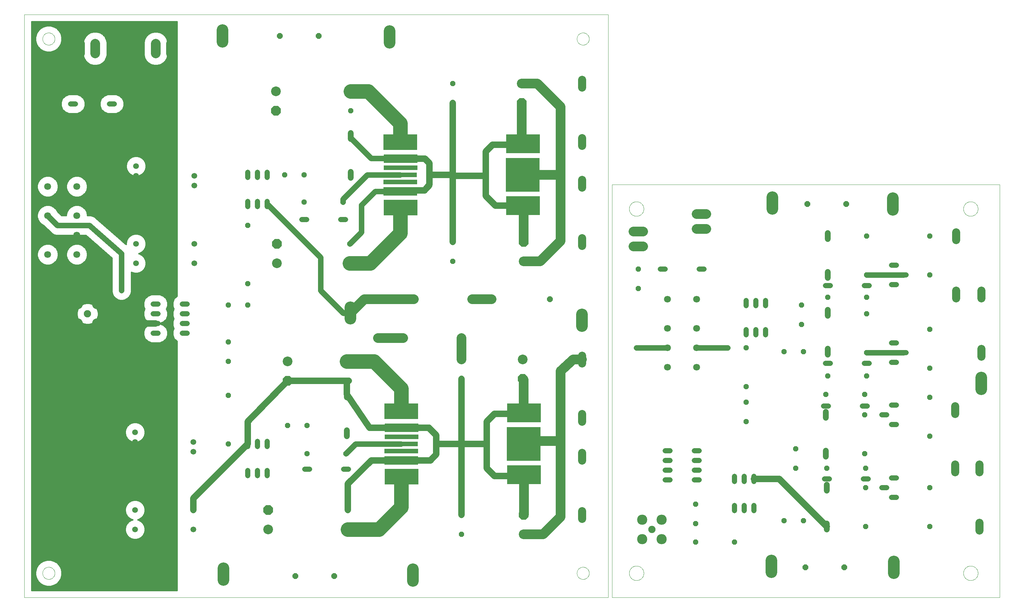
<source format=gtl>
G75*
%MOIN*%
%OFA0B0*%
%FSLAX25Y25*%
%IPPOS*%
%LPD*%
%AMOC8*
5,1,8,0,0,1.08239X$1,22.5*
%
%ADD10C,0.00000*%
%ADD11C,0.10039*%
%ADD12C,0.07500*%
%ADD13C,0.10500*%
%ADD14C,0.11850*%
%ADD15OC8,0.05200*%
%ADD16C,0.05200*%
%ADD17C,0.07087*%
%ADD18C,0.05937*%
%ADD19C,0.08250*%
%ADD20R,0.35000X0.16000*%
%ADD21R,0.35000X0.08500*%
%ADD22R,0.35000X0.05000*%
%ADD23R,0.35000X0.19500*%
%ADD24R,0.35000X0.35000*%
%ADD25C,0.05937*%
%ADD26C,0.10000*%
%ADD27OC8,0.10000*%
%ADD28OC8,0.06000*%
%ADD29C,0.01600*%
%ADD30C,0.06600*%
%ADD31C,0.05600*%
%ADD32C,0.10000*%
%ADD33R,0.03962X0.03962*%
%ADD34C,0.15000*%
D10*
X0001000Y0002800D02*
X0001000Y0602800D01*
X0602000Y0602800D01*
X0602000Y0002800D01*
X0001000Y0002800D01*
X0019701Y0027800D02*
X0019703Y0027958D01*
X0019709Y0028116D01*
X0019719Y0028274D01*
X0019733Y0028432D01*
X0019751Y0028589D01*
X0019772Y0028746D01*
X0019798Y0028902D01*
X0019828Y0029058D01*
X0019861Y0029213D01*
X0019899Y0029366D01*
X0019940Y0029519D01*
X0019985Y0029671D01*
X0020034Y0029822D01*
X0020087Y0029971D01*
X0020143Y0030119D01*
X0020203Y0030265D01*
X0020267Y0030410D01*
X0020335Y0030553D01*
X0020406Y0030695D01*
X0020480Y0030835D01*
X0020558Y0030972D01*
X0020640Y0031108D01*
X0020724Y0031242D01*
X0020813Y0031373D01*
X0020904Y0031502D01*
X0020999Y0031629D01*
X0021096Y0031754D01*
X0021197Y0031876D01*
X0021301Y0031995D01*
X0021408Y0032112D01*
X0021518Y0032226D01*
X0021631Y0032337D01*
X0021746Y0032446D01*
X0021864Y0032551D01*
X0021985Y0032653D01*
X0022108Y0032753D01*
X0022234Y0032849D01*
X0022362Y0032942D01*
X0022492Y0033032D01*
X0022625Y0033118D01*
X0022760Y0033202D01*
X0022896Y0033281D01*
X0023035Y0033358D01*
X0023176Y0033430D01*
X0023318Y0033500D01*
X0023462Y0033565D01*
X0023608Y0033627D01*
X0023755Y0033685D01*
X0023904Y0033740D01*
X0024054Y0033791D01*
X0024205Y0033838D01*
X0024357Y0033881D01*
X0024510Y0033920D01*
X0024665Y0033956D01*
X0024820Y0033987D01*
X0024976Y0034015D01*
X0025132Y0034039D01*
X0025289Y0034059D01*
X0025447Y0034075D01*
X0025604Y0034087D01*
X0025763Y0034095D01*
X0025921Y0034099D01*
X0026079Y0034099D01*
X0026237Y0034095D01*
X0026396Y0034087D01*
X0026553Y0034075D01*
X0026711Y0034059D01*
X0026868Y0034039D01*
X0027024Y0034015D01*
X0027180Y0033987D01*
X0027335Y0033956D01*
X0027490Y0033920D01*
X0027643Y0033881D01*
X0027795Y0033838D01*
X0027946Y0033791D01*
X0028096Y0033740D01*
X0028245Y0033685D01*
X0028392Y0033627D01*
X0028538Y0033565D01*
X0028682Y0033500D01*
X0028824Y0033430D01*
X0028965Y0033358D01*
X0029104Y0033281D01*
X0029240Y0033202D01*
X0029375Y0033118D01*
X0029508Y0033032D01*
X0029638Y0032942D01*
X0029766Y0032849D01*
X0029892Y0032753D01*
X0030015Y0032653D01*
X0030136Y0032551D01*
X0030254Y0032446D01*
X0030369Y0032337D01*
X0030482Y0032226D01*
X0030592Y0032112D01*
X0030699Y0031995D01*
X0030803Y0031876D01*
X0030904Y0031754D01*
X0031001Y0031629D01*
X0031096Y0031502D01*
X0031187Y0031373D01*
X0031276Y0031242D01*
X0031360Y0031108D01*
X0031442Y0030972D01*
X0031520Y0030835D01*
X0031594Y0030695D01*
X0031665Y0030553D01*
X0031733Y0030410D01*
X0031797Y0030265D01*
X0031857Y0030119D01*
X0031913Y0029971D01*
X0031966Y0029822D01*
X0032015Y0029671D01*
X0032060Y0029519D01*
X0032101Y0029366D01*
X0032139Y0029213D01*
X0032172Y0029058D01*
X0032202Y0028902D01*
X0032228Y0028746D01*
X0032249Y0028589D01*
X0032267Y0028432D01*
X0032281Y0028274D01*
X0032291Y0028116D01*
X0032297Y0027958D01*
X0032299Y0027800D01*
X0032297Y0027642D01*
X0032291Y0027484D01*
X0032281Y0027326D01*
X0032267Y0027168D01*
X0032249Y0027011D01*
X0032228Y0026854D01*
X0032202Y0026698D01*
X0032172Y0026542D01*
X0032139Y0026387D01*
X0032101Y0026234D01*
X0032060Y0026081D01*
X0032015Y0025929D01*
X0031966Y0025778D01*
X0031913Y0025629D01*
X0031857Y0025481D01*
X0031797Y0025335D01*
X0031733Y0025190D01*
X0031665Y0025047D01*
X0031594Y0024905D01*
X0031520Y0024765D01*
X0031442Y0024628D01*
X0031360Y0024492D01*
X0031276Y0024358D01*
X0031187Y0024227D01*
X0031096Y0024098D01*
X0031001Y0023971D01*
X0030904Y0023846D01*
X0030803Y0023724D01*
X0030699Y0023605D01*
X0030592Y0023488D01*
X0030482Y0023374D01*
X0030369Y0023263D01*
X0030254Y0023154D01*
X0030136Y0023049D01*
X0030015Y0022947D01*
X0029892Y0022847D01*
X0029766Y0022751D01*
X0029638Y0022658D01*
X0029508Y0022568D01*
X0029375Y0022482D01*
X0029240Y0022398D01*
X0029104Y0022319D01*
X0028965Y0022242D01*
X0028824Y0022170D01*
X0028682Y0022100D01*
X0028538Y0022035D01*
X0028392Y0021973D01*
X0028245Y0021915D01*
X0028096Y0021860D01*
X0027946Y0021809D01*
X0027795Y0021762D01*
X0027643Y0021719D01*
X0027490Y0021680D01*
X0027335Y0021644D01*
X0027180Y0021613D01*
X0027024Y0021585D01*
X0026868Y0021561D01*
X0026711Y0021541D01*
X0026553Y0021525D01*
X0026396Y0021513D01*
X0026237Y0021505D01*
X0026079Y0021501D01*
X0025921Y0021501D01*
X0025763Y0021505D01*
X0025604Y0021513D01*
X0025447Y0021525D01*
X0025289Y0021541D01*
X0025132Y0021561D01*
X0024976Y0021585D01*
X0024820Y0021613D01*
X0024665Y0021644D01*
X0024510Y0021680D01*
X0024357Y0021719D01*
X0024205Y0021762D01*
X0024054Y0021809D01*
X0023904Y0021860D01*
X0023755Y0021915D01*
X0023608Y0021973D01*
X0023462Y0022035D01*
X0023318Y0022100D01*
X0023176Y0022170D01*
X0023035Y0022242D01*
X0022896Y0022319D01*
X0022760Y0022398D01*
X0022625Y0022482D01*
X0022492Y0022568D01*
X0022362Y0022658D01*
X0022234Y0022751D01*
X0022108Y0022847D01*
X0021985Y0022947D01*
X0021864Y0023049D01*
X0021746Y0023154D01*
X0021631Y0023263D01*
X0021518Y0023374D01*
X0021408Y0023488D01*
X0021301Y0023605D01*
X0021197Y0023724D01*
X0021096Y0023846D01*
X0020999Y0023971D01*
X0020904Y0024098D01*
X0020813Y0024227D01*
X0020724Y0024358D01*
X0020640Y0024492D01*
X0020558Y0024628D01*
X0020480Y0024765D01*
X0020406Y0024905D01*
X0020335Y0025047D01*
X0020267Y0025190D01*
X0020203Y0025335D01*
X0020143Y0025481D01*
X0020087Y0025629D01*
X0020034Y0025778D01*
X0019985Y0025929D01*
X0019940Y0026081D01*
X0019899Y0026234D01*
X0019861Y0026387D01*
X0019828Y0026542D01*
X0019798Y0026698D01*
X0019772Y0026854D01*
X0019751Y0027011D01*
X0019733Y0027168D01*
X0019719Y0027326D01*
X0019709Y0027484D01*
X0019703Y0027642D01*
X0019701Y0027800D01*
X0019703Y0027958D01*
X0019709Y0028116D01*
X0019719Y0028274D01*
X0019733Y0028432D01*
X0019751Y0028589D01*
X0019772Y0028746D01*
X0019798Y0028902D01*
X0019828Y0029058D01*
X0019861Y0029213D01*
X0019899Y0029366D01*
X0019940Y0029519D01*
X0019985Y0029671D01*
X0020034Y0029822D01*
X0020087Y0029971D01*
X0020143Y0030119D01*
X0020203Y0030265D01*
X0020267Y0030410D01*
X0020335Y0030553D01*
X0020406Y0030695D01*
X0020480Y0030835D01*
X0020558Y0030972D01*
X0020640Y0031108D01*
X0020724Y0031242D01*
X0020813Y0031373D01*
X0020904Y0031502D01*
X0020999Y0031629D01*
X0021096Y0031754D01*
X0021197Y0031876D01*
X0021301Y0031995D01*
X0021408Y0032112D01*
X0021518Y0032226D01*
X0021631Y0032337D01*
X0021746Y0032446D01*
X0021864Y0032551D01*
X0021985Y0032653D01*
X0022108Y0032753D01*
X0022234Y0032849D01*
X0022362Y0032942D01*
X0022492Y0033032D01*
X0022625Y0033118D01*
X0022760Y0033202D01*
X0022896Y0033281D01*
X0023035Y0033358D01*
X0023176Y0033430D01*
X0023318Y0033500D01*
X0023462Y0033565D01*
X0023608Y0033627D01*
X0023755Y0033685D01*
X0023904Y0033740D01*
X0024054Y0033791D01*
X0024205Y0033838D01*
X0024357Y0033881D01*
X0024510Y0033920D01*
X0024665Y0033956D01*
X0024820Y0033987D01*
X0024976Y0034015D01*
X0025132Y0034039D01*
X0025289Y0034059D01*
X0025447Y0034075D01*
X0025604Y0034087D01*
X0025763Y0034095D01*
X0025921Y0034099D01*
X0026079Y0034099D01*
X0026237Y0034095D01*
X0026396Y0034087D01*
X0026553Y0034075D01*
X0026711Y0034059D01*
X0026868Y0034039D01*
X0027024Y0034015D01*
X0027180Y0033987D01*
X0027335Y0033956D01*
X0027490Y0033920D01*
X0027643Y0033881D01*
X0027795Y0033838D01*
X0027946Y0033791D01*
X0028096Y0033740D01*
X0028245Y0033685D01*
X0028392Y0033627D01*
X0028538Y0033565D01*
X0028682Y0033500D01*
X0028824Y0033430D01*
X0028965Y0033358D01*
X0029104Y0033281D01*
X0029240Y0033202D01*
X0029375Y0033118D01*
X0029508Y0033032D01*
X0029638Y0032942D01*
X0029766Y0032849D01*
X0029892Y0032753D01*
X0030015Y0032653D01*
X0030136Y0032551D01*
X0030254Y0032446D01*
X0030369Y0032337D01*
X0030482Y0032226D01*
X0030592Y0032112D01*
X0030699Y0031995D01*
X0030803Y0031876D01*
X0030904Y0031754D01*
X0031001Y0031629D01*
X0031096Y0031502D01*
X0031187Y0031373D01*
X0031276Y0031242D01*
X0031360Y0031108D01*
X0031442Y0030972D01*
X0031520Y0030835D01*
X0031594Y0030695D01*
X0031665Y0030553D01*
X0031733Y0030410D01*
X0031797Y0030265D01*
X0031857Y0030119D01*
X0031913Y0029971D01*
X0031966Y0029822D01*
X0032015Y0029671D01*
X0032060Y0029519D01*
X0032101Y0029366D01*
X0032139Y0029213D01*
X0032172Y0029058D01*
X0032202Y0028902D01*
X0032228Y0028746D01*
X0032249Y0028589D01*
X0032267Y0028432D01*
X0032281Y0028274D01*
X0032291Y0028116D01*
X0032297Y0027958D01*
X0032299Y0027800D01*
X0032297Y0027642D01*
X0032291Y0027484D01*
X0032281Y0027326D01*
X0032267Y0027168D01*
X0032249Y0027011D01*
X0032228Y0026854D01*
X0032202Y0026698D01*
X0032172Y0026542D01*
X0032139Y0026387D01*
X0032101Y0026234D01*
X0032060Y0026081D01*
X0032015Y0025929D01*
X0031966Y0025778D01*
X0031913Y0025629D01*
X0031857Y0025481D01*
X0031797Y0025335D01*
X0031733Y0025190D01*
X0031665Y0025047D01*
X0031594Y0024905D01*
X0031520Y0024765D01*
X0031442Y0024628D01*
X0031360Y0024492D01*
X0031276Y0024358D01*
X0031187Y0024227D01*
X0031096Y0024098D01*
X0031001Y0023971D01*
X0030904Y0023846D01*
X0030803Y0023724D01*
X0030699Y0023605D01*
X0030592Y0023488D01*
X0030482Y0023374D01*
X0030369Y0023263D01*
X0030254Y0023154D01*
X0030136Y0023049D01*
X0030015Y0022947D01*
X0029892Y0022847D01*
X0029766Y0022751D01*
X0029638Y0022658D01*
X0029508Y0022568D01*
X0029375Y0022482D01*
X0029240Y0022398D01*
X0029104Y0022319D01*
X0028965Y0022242D01*
X0028824Y0022170D01*
X0028682Y0022100D01*
X0028538Y0022035D01*
X0028392Y0021973D01*
X0028245Y0021915D01*
X0028096Y0021860D01*
X0027946Y0021809D01*
X0027795Y0021762D01*
X0027643Y0021719D01*
X0027490Y0021680D01*
X0027335Y0021644D01*
X0027180Y0021613D01*
X0027024Y0021585D01*
X0026868Y0021561D01*
X0026711Y0021541D01*
X0026553Y0021525D01*
X0026396Y0021513D01*
X0026237Y0021505D01*
X0026079Y0021501D01*
X0025921Y0021501D01*
X0025763Y0021505D01*
X0025604Y0021513D01*
X0025447Y0021525D01*
X0025289Y0021541D01*
X0025132Y0021561D01*
X0024976Y0021585D01*
X0024820Y0021613D01*
X0024665Y0021644D01*
X0024510Y0021680D01*
X0024357Y0021719D01*
X0024205Y0021762D01*
X0024054Y0021809D01*
X0023904Y0021860D01*
X0023755Y0021915D01*
X0023608Y0021973D01*
X0023462Y0022035D01*
X0023318Y0022100D01*
X0023176Y0022170D01*
X0023035Y0022242D01*
X0022896Y0022319D01*
X0022760Y0022398D01*
X0022625Y0022482D01*
X0022492Y0022568D01*
X0022362Y0022658D01*
X0022234Y0022751D01*
X0022108Y0022847D01*
X0021985Y0022947D01*
X0021864Y0023049D01*
X0021746Y0023154D01*
X0021631Y0023263D01*
X0021518Y0023374D01*
X0021408Y0023488D01*
X0021301Y0023605D01*
X0021197Y0023724D01*
X0021096Y0023846D01*
X0020999Y0023971D01*
X0020904Y0024098D01*
X0020813Y0024227D01*
X0020724Y0024358D01*
X0020640Y0024492D01*
X0020558Y0024628D01*
X0020480Y0024765D01*
X0020406Y0024905D01*
X0020335Y0025047D01*
X0020267Y0025190D01*
X0020203Y0025335D01*
X0020143Y0025481D01*
X0020087Y0025629D01*
X0020034Y0025778D01*
X0019985Y0025929D01*
X0019940Y0026081D01*
X0019899Y0026234D01*
X0019861Y0026387D01*
X0019828Y0026542D01*
X0019798Y0026698D01*
X0019772Y0026854D01*
X0019751Y0027011D01*
X0019733Y0027168D01*
X0019719Y0027326D01*
X0019709Y0027484D01*
X0019703Y0027642D01*
X0019701Y0027800D01*
X0569701Y0027800D02*
X0569703Y0027958D01*
X0569709Y0028116D01*
X0569719Y0028274D01*
X0569733Y0028432D01*
X0569751Y0028589D01*
X0569772Y0028746D01*
X0569798Y0028902D01*
X0569828Y0029058D01*
X0569861Y0029213D01*
X0569899Y0029366D01*
X0569940Y0029519D01*
X0569985Y0029671D01*
X0570034Y0029822D01*
X0570087Y0029971D01*
X0570143Y0030119D01*
X0570203Y0030265D01*
X0570267Y0030410D01*
X0570335Y0030553D01*
X0570406Y0030695D01*
X0570480Y0030835D01*
X0570558Y0030972D01*
X0570640Y0031108D01*
X0570724Y0031242D01*
X0570813Y0031373D01*
X0570904Y0031502D01*
X0570999Y0031629D01*
X0571096Y0031754D01*
X0571197Y0031876D01*
X0571301Y0031995D01*
X0571408Y0032112D01*
X0571518Y0032226D01*
X0571631Y0032337D01*
X0571746Y0032446D01*
X0571864Y0032551D01*
X0571985Y0032653D01*
X0572108Y0032753D01*
X0572234Y0032849D01*
X0572362Y0032942D01*
X0572492Y0033032D01*
X0572625Y0033118D01*
X0572760Y0033202D01*
X0572896Y0033281D01*
X0573035Y0033358D01*
X0573176Y0033430D01*
X0573318Y0033500D01*
X0573462Y0033565D01*
X0573608Y0033627D01*
X0573755Y0033685D01*
X0573904Y0033740D01*
X0574054Y0033791D01*
X0574205Y0033838D01*
X0574357Y0033881D01*
X0574510Y0033920D01*
X0574665Y0033956D01*
X0574820Y0033987D01*
X0574976Y0034015D01*
X0575132Y0034039D01*
X0575289Y0034059D01*
X0575447Y0034075D01*
X0575604Y0034087D01*
X0575763Y0034095D01*
X0575921Y0034099D01*
X0576079Y0034099D01*
X0576237Y0034095D01*
X0576396Y0034087D01*
X0576553Y0034075D01*
X0576711Y0034059D01*
X0576868Y0034039D01*
X0577024Y0034015D01*
X0577180Y0033987D01*
X0577335Y0033956D01*
X0577490Y0033920D01*
X0577643Y0033881D01*
X0577795Y0033838D01*
X0577946Y0033791D01*
X0578096Y0033740D01*
X0578245Y0033685D01*
X0578392Y0033627D01*
X0578538Y0033565D01*
X0578682Y0033500D01*
X0578824Y0033430D01*
X0578965Y0033358D01*
X0579104Y0033281D01*
X0579240Y0033202D01*
X0579375Y0033118D01*
X0579508Y0033032D01*
X0579638Y0032942D01*
X0579766Y0032849D01*
X0579892Y0032753D01*
X0580015Y0032653D01*
X0580136Y0032551D01*
X0580254Y0032446D01*
X0580369Y0032337D01*
X0580482Y0032226D01*
X0580592Y0032112D01*
X0580699Y0031995D01*
X0580803Y0031876D01*
X0580904Y0031754D01*
X0581001Y0031629D01*
X0581096Y0031502D01*
X0581187Y0031373D01*
X0581276Y0031242D01*
X0581360Y0031108D01*
X0581442Y0030972D01*
X0581520Y0030835D01*
X0581594Y0030695D01*
X0581665Y0030553D01*
X0581733Y0030410D01*
X0581797Y0030265D01*
X0581857Y0030119D01*
X0581913Y0029971D01*
X0581966Y0029822D01*
X0582015Y0029671D01*
X0582060Y0029519D01*
X0582101Y0029366D01*
X0582139Y0029213D01*
X0582172Y0029058D01*
X0582202Y0028902D01*
X0582228Y0028746D01*
X0582249Y0028589D01*
X0582267Y0028432D01*
X0582281Y0028274D01*
X0582291Y0028116D01*
X0582297Y0027958D01*
X0582299Y0027800D01*
X0582297Y0027642D01*
X0582291Y0027484D01*
X0582281Y0027326D01*
X0582267Y0027168D01*
X0582249Y0027011D01*
X0582228Y0026854D01*
X0582202Y0026698D01*
X0582172Y0026542D01*
X0582139Y0026387D01*
X0582101Y0026234D01*
X0582060Y0026081D01*
X0582015Y0025929D01*
X0581966Y0025778D01*
X0581913Y0025629D01*
X0581857Y0025481D01*
X0581797Y0025335D01*
X0581733Y0025190D01*
X0581665Y0025047D01*
X0581594Y0024905D01*
X0581520Y0024765D01*
X0581442Y0024628D01*
X0581360Y0024492D01*
X0581276Y0024358D01*
X0581187Y0024227D01*
X0581096Y0024098D01*
X0581001Y0023971D01*
X0580904Y0023846D01*
X0580803Y0023724D01*
X0580699Y0023605D01*
X0580592Y0023488D01*
X0580482Y0023374D01*
X0580369Y0023263D01*
X0580254Y0023154D01*
X0580136Y0023049D01*
X0580015Y0022947D01*
X0579892Y0022847D01*
X0579766Y0022751D01*
X0579638Y0022658D01*
X0579508Y0022568D01*
X0579375Y0022482D01*
X0579240Y0022398D01*
X0579104Y0022319D01*
X0578965Y0022242D01*
X0578824Y0022170D01*
X0578682Y0022100D01*
X0578538Y0022035D01*
X0578392Y0021973D01*
X0578245Y0021915D01*
X0578096Y0021860D01*
X0577946Y0021809D01*
X0577795Y0021762D01*
X0577643Y0021719D01*
X0577490Y0021680D01*
X0577335Y0021644D01*
X0577180Y0021613D01*
X0577024Y0021585D01*
X0576868Y0021561D01*
X0576711Y0021541D01*
X0576553Y0021525D01*
X0576396Y0021513D01*
X0576237Y0021505D01*
X0576079Y0021501D01*
X0575921Y0021501D01*
X0575763Y0021505D01*
X0575604Y0021513D01*
X0575447Y0021525D01*
X0575289Y0021541D01*
X0575132Y0021561D01*
X0574976Y0021585D01*
X0574820Y0021613D01*
X0574665Y0021644D01*
X0574510Y0021680D01*
X0574357Y0021719D01*
X0574205Y0021762D01*
X0574054Y0021809D01*
X0573904Y0021860D01*
X0573755Y0021915D01*
X0573608Y0021973D01*
X0573462Y0022035D01*
X0573318Y0022100D01*
X0573176Y0022170D01*
X0573035Y0022242D01*
X0572896Y0022319D01*
X0572760Y0022398D01*
X0572625Y0022482D01*
X0572492Y0022568D01*
X0572362Y0022658D01*
X0572234Y0022751D01*
X0572108Y0022847D01*
X0571985Y0022947D01*
X0571864Y0023049D01*
X0571746Y0023154D01*
X0571631Y0023263D01*
X0571518Y0023374D01*
X0571408Y0023488D01*
X0571301Y0023605D01*
X0571197Y0023724D01*
X0571096Y0023846D01*
X0570999Y0023971D01*
X0570904Y0024098D01*
X0570813Y0024227D01*
X0570724Y0024358D01*
X0570640Y0024492D01*
X0570558Y0024628D01*
X0570480Y0024765D01*
X0570406Y0024905D01*
X0570335Y0025047D01*
X0570267Y0025190D01*
X0570203Y0025335D01*
X0570143Y0025481D01*
X0570087Y0025629D01*
X0570034Y0025778D01*
X0569985Y0025929D01*
X0569940Y0026081D01*
X0569899Y0026234D01*
X0569861Y0026387D01*
X0569828Y0026542D01*
X0569798Y0026698D01*
X0569772Y0026854D01*
X0569751Y0027011D01*
X0569733Y0027168D01*
X0569719Y0027326D01*
X0569709Y0027484D01*
X0569703Y0027642D01*
X0569701Y0027800D01*
X0569703Y0027958D01*
X0569709Y0028116D01*
X0569719Y0028274D01*
X0569733Y0028432D01*
X0569751Y0028589D01*
X0569772Y0028746D01*
X0569798Y0028902D01*
X0569828Y0029058D01*
X0569861Y0029213D01*
X0569899Y0029366D01*
X0569940Y0029519D01*
X0569985Y0029671D01*
X0570034Y0029822D01*
X0570087Y0029971D01*
X0570143Y0030119D01*
X0570203Y0030265D01*
X0570267Y0030410D01*
X0570335Y0030553D01*
X0570406Y0030695D01*
X0570480Y0030835D01*
X0570558Y0030972D01*
X0570640Y0031108D01*
X0570724Y0031242D01*
X0570813Y0031373D01*
X0570904Y0031502D01*
X0570999Y0031629D01*
X0571096Y0031754D01*
X0571197Y0031876D01*
X0571301Y0031995D01*
X0571408Y0032112D01*
X0571518Y0032226D01*
X0571631Y0032337D01*
X0571746Y0032446D01*
X0571864Y0032551D01*
X0571985Y0032653D01*
X0572108Y0032753D01*
X0572234Y0032849D01*
X0572362Y0032942D01*
X0572492Y0033032D01*
X0572625Y0033118D01*
X0572760Y0033202D01*
X0572896Y0033281D01*
X0573035Y0033358D01*
X0573176Y0033430D01*
X0573318Y0033500D01*
X0573462Y0033565D01*
X0573608Y0033627D01*
X0573755Y0033685D01*
X0573904Y0033740D01*
X0574054Y0033791D01*
X0574205Y0033838D01*
X0574357Y0033881D01*
X0574510Y0033920D01*
X0574665Y0033956D01*
X0574820Y0033987D01*
X0574976Y0034015D01*
X0575132Y0034039D01*
X0575289Y0034059D01*
X0575447Y0034075D01*
X0575604Y0034087D01*
X0575763Y0034095D01*
X0575921Y0034099D01*
X0576079Y0034099D01*
X0576237Y0034095D01*
X0576396Y0034087D01*
X0576553Y0034075D01*
X0576711Y0034059D01*
X0576868Y0034039D01*
X0577024Y0034015D01*
X0577180Y0033987D01*
X0577335Y0033956D01*
X0577490Y0033920D01*
X0577643Y0033881D01*
X0577795Y0033838D01*
X0577946Y0033791D01*
X0578096Y0033740D01*
X0578245Y0033685D01*
X0578392Y0033627D01*
X0578538Y0033565D01*
X0578682Y0033500D01*
X0578824Y0033430D01*
X0578965Y0033358D01*
X0579104Y0033281D01*
X0579240Y0033202D01*
X0579375Y0033118D01*
X0579508Y0033032D01*
X0579638Y0032942D01*
X0579766Y0032849D01*
X0579892Y0032753D01*
X0580015Y0032653D01*
X0580136Y0032551D01*
X0580254Y0032446D01*
X0580369Y0032337D01*
X0580482Y0032226D01*
X0580592Y0032112D01*
X0580699Y0031995D01*
X0580803Y0031876D01*
X0580904Y0031754D01*
X0581001Y0031629D01*
X0581096Y0031502D01*
X0581187Y0031373D01*
X0581276Y0031242D01*
X0581360Y0031108D01*
X0581442Y0030972D01*
X0581520Y0030835D01*
X0581594Y0030695D01*
X0581665Y0030553D01*
X0581733Y0030410D01*
X0581797Y0030265D01*
X0581857Y0030119D01*
X0581913Y0029971D01*
X0581966Y0029822D01*
X0582015Y0029671D01*
X0582060Y0029519D01*
X0582101Y0029366D01*
X0582139Y0029213D01*
X0582172Y0029058D01*
X0582202Y0028902D01*
X0582228Y0028746D01*
X0582249Y0028589D01*
X0582267Y0028432D01*
X0582281Y0028274D01*
X0582291Y0028116D01*
X0582297Y0027958D01*
X0582299Y0027800D01*
X0582297Y0027642D01*
X0582291Y0027484D01*
X0582281Y0027326D01*
X0582267Y0027168D01*
X0582249Y0027011D01*
X0582228Y0026854D01*
X0582202Y0026698D01*
X0582172Y0026542D01*
X0582139Y0026387D01*
X0582101Y0026234D01*
X0582060Y0026081D01*
X0582015Y0025929D01*
X0581966Y0025778D01*
X0581913Y0025629D01*
X0581857Y0025481D01*
X0581797Y0025335D01*
X0581733Y0025190D01*
X0581665Y0025047D01*
X0581594Y0024905D01*
X0581520Y0024765D01*
X0581442Y0024628D01*
X0581360Y0024492D01*
X0581276Y0024358D01*
X0581187Y0024227D01*
X0581096Y0024098D01*
X0581001Y0023971D01*
X0580904Y0023846D01*
X0580803Y0023724D01*
X0580699Y0023605D01*
X0580592Y0023488D01*
X0580482Y0023374D01*
X0580369Y0023263D01*
X0580254Y0023154D01*
X0580136Y0023049D01*
X0580015Y0022947D01*
X0579892Y0022847D01*
X0579766Y0022751D01*
X0579638Y0022658D01*
X0579508Y0022568D01*
X0579375Y0022482D01*
X0579240Y0022398D01*
X0579104Y0022319D01*
X0578965Y0022242D01*
X0578824Y0022170D01*
X0578682Y0022100D01*
X0578538Y0022035D01*
X0578392Y0021973D01*
X0578245Y0021915D01*
X0578096Y0021860D01*
X0577946Y0021809D01*
X0577795Y0021762D01*
X0577643Y0021719D01*
X0577490Y0021680D01*
X0577335Y0021644D01*
X0577180Y0021613D01*
X0577024Y0021585D01*
X0576868Y0021561D01*
X0576711Y0021541D01*
X0576553Y0021525D01*
X0576396Y0021513D01*
X0576237Y0021505D01*
X0576079Y0021501D01*
X0575921Y0021501D01*
X0575763Y0021505D01*
X0575604Y0021513D01*
X0575447Y0021525D01*
X0575289Y0021541D01*
X0575132Y0021561D01*
X0574976Y0021585D01*
X0574820Y0021613D01*
X0574665Y0021644D01*
X0574510Y0021680D01*
X0574357Y0021719D01*
X0574205Y0021762D01*
X0574054Y0021809D01*
X0573904Y0021860D01*
X0573755Y0021915D01*
X0573608Y0021973D01*
X0573462Y0022035D01*
X0573318Y0022100D01*
X0573176Y0022170D01*
X0573035Y0022242D01*
X0572896Y0022319D01*
X0572760Y0022398D01*
X0572625Y0022482D01*
X0572492Y0022568D01*
X0572362Y0022658D01*
X0572234Y0022751D01*
X0572108Y0022847D01*
X0571985Y0022947D01*
X0571864Y0023049D01*
X0571746Y0023154D01*
X0571631Y0023263D01*
X0571518Y0023374D01*
X0571408Y0023488D01*
X0571301Y0023605D01*
X0571197Y0023724D01*
X0571096Y0023846D01*
X0570999Y0023971D01*
X0570904Y0024098D01*
X0570813Y0024227D01*
X0570724Y0024358D01*
X0570640Y0024492D01*
X0570558Y0024628D01*
X0570480Y0024765D01*
X0570406Y0024905D01*
X0570335Y0025047D01*
X0570267Y0025190D01*
X0570203Y0025335D01*
X0570143Y0025481D01*
X0570087Y0025629D01*
X0570034Y0025778D01*
X0569985Y0025929D01*
X0569940Y0026081D01*
X0569899Y0026234D01*
X0569861Y0026387D01*
X0569828Y0026542D01*
X0569798Y0026698D01*
X0569772Y0026854D01*
X0569751Y0027011D01*
X0569733Y0027168D01*
X0569719Y0027326D01*
X0569709Y0027484D01*
X0569703Y0027642D01*
X0569701Y0027800D01*
X0606000Y0002800D02*
X0606000Y0427800D01*
X1005000Y0427800D01*
X1005000Y0002800D01*
X0606000Y0002800D01*
X0623525Y0027800D02*
X0623527Y0027983D01*
X0623534Y0028167D01*
X0623545Y0028350D01*
X0623561Y0028533D01*
X0623581Y0028715D01*
X0623606Y0028897D01*
X0623635Y0029078D01*
X0623669Y0029258D01*
X0623707Y0029438D01*
X0623749Y0029616D01*
X0623796Y0029794D01*
X0623847Y0029970D01*
X0623902Y0030145D01*
X0623962Y0030318D01*
X0624026Y0030490D01*
X0624094Y0030661D01*
X0624166Y0030829D01*
X0624243Y0030996D01*
X0624323Y0031161D01*
X0624408Y0031324D01*
X0624496Y0031484D01*
X0624588Y0031643D01*
X0624685Y0031799D01*
X0624785Y0031953D01*
X0624889Y0032104D01*
X0624996Y0032253D01*
X0625107Y0032399D01*
X0625222Y0032542D01*
X0625340Y0032682D01*
X0625461Y0032820D01*
X0625586Y0032954D01*
X0625714Y0033086D01*
X0625846Y0033214D01*
X0625980Y0033339D01*
X0626118Y0033460D01*
X0626258Y0033578D01*
X0626401Y0033693D01*
X0626547Y0033804D01*
X0626696Y0033911D01*
X0626847Y0034015D01*
X0627001Y0034115D01*
X0627157Y0034212D01*
X0627316Y0034304D01*
X0627476Y0034392D01*
X0627639Y0034477D01*
X0627804Y0034557D01*
X0627971Y0034634D01*
X0628139Y0034706D01*
X0628310Y0034774D01*
X0628482Y0034838D01*
X0628655Y0034898D01*
X0628830Y0034953D01*
X0629006Y0035004D01*
X0629184Y0035051D01*
X0629362Y0035093D01*
X0629542Y0035131D01*
X0629722Y0035165D01*
X0629903Y0035194D01*
X0630085Y0035219D01*
X0630267Y0035239D01*
X0630450Y0035255D01*
X0630633Y0035266D01*
X0630817Y0035273D01*
X0631000Y0035275D01*
X0631183Y0035273D01*
X0631367Y0035266D01*
X0631550Y0035255D01*
X0631733Y0035239D01*
X0631915Y0035219D01*
X0632097Y0035194D01*
X0632278Y0035165D01*
X0632458Y0035131D01*
X0632638Y0035093D01*
X0632816Y0035051D01*
X0632994Y0035004D01*
X0633170Y0034953D01*
X0633345Y0034898D01*
X0633518Y0034838D01*
X0633690Y0034774D01*
X0633861Y0034706D01*
X0634029Y0034634D01*
X0634196Y0034557D01*
X0634361Y0034477D01*
X0634524Y0034392D01*
X0634684Y0034304D01*
X0634843Y0034212D01*
X0634999Y0034115D01*
X0635153Y0034015D01*
X0635304Y0033911D01*
X0635453Y0033804D01*
X0635599Y0033693D01*
X0635742Y0033578D01*
X0635882Y0033460D01*
X0636020Y0033339D01*
X0636154Y0033214D01*
X0636286Y0033086D01*
X0636414Y0032954D01*
X0636539Y0032820D01*
X0636660Y0032682D01*
X0636778Y0032542D01*
X0636893Y0032399D01*
X0637004Y0032253D01*
X0637111Y0032104D01*
X0637215Y0031953D01*
X0637315Y0031799D01*
X0637412Y0031643D01*
X0637504Y0031484D01*
X0637592Y0031324D01*
X0637677Y0031161D01*
X0637757Y0030996D01*
X0637834Y0030829D01*
X0637906Y0030661D01*
X0637974Y0030490D01*
X0638038Y0030318D01*
X0638098Y0030145D01*
X0638153Y0029970D01*
X0638204Y0029794D01*
X0638251Y0029616D01*
X0638293Y0029438D01*
X0638331Y0029258D01*
X0638365Y0029078D01*
X0638394Y0028897D01*
X0638419Y0028715D01*
X0638439Y0028533D01*
X0638455Y0028350D01*
X0638466Y0028167D01*
X0638473Y0027983D01*
X0638475Y0027800D01*
X0638473Y0027617D01*
X0638466Y0027433D01*
X0638455Y0027250D01*
X0638439Y0027067D01*
X0638419Y0026885D01*
X0638394Y0026703D01*
X0638365Y0026522D01*
X0638331Y0026342D01*
X0638293Y0026162D01*
X0638251Y0025984D01*
X0638204Y0025806D01*
X0638153Y0025630D01*
X0638098Y0025455D01*
X0638038Y0025282D01*
X0637974Y0025110D01*
X0637906Y0024939D01*
X0637834Y0024771D01*
X0637757Y0024604D01*
X0637677Y0024439D01*
X0637592Y0024276D01*
X0637504Y0024116D01*
X0637412Y0023957D01*
X0637315Y0023801D01*
X0637215Y0023647D01*
X0637111Y0023496D01*
X0637004Y0023347D01*
X0636893Y0023201D01*
X0636778Y0023058D01*
X0636660Y0022918D01*
X0636539Y0022780D01*
X0636414Y0022646D01*
X0636286Y0022514D01*
X0636154Y0022386D01*
X0636020Y0022261D01*
X0635882Y0022140D01*
X0635742Y0022022D01*
X0635599Y0021907D01*
X0635453Y0021796D01*
X0635304Y0021689D01*
X0635153Y0021585D01*
X0634999Y0021485D01*
X0634843Y0021388D01*
X0634684Y0021296D01*
X0634524Y0021208D01*
X0634361Y0021123D01*
X0634196Y0021043D01*
X0634029Y0020966D01*
X0633861Y0020894D01*
X0633690Y0020826D01*
X0633518Y0020762D01*
X0633345Y0020702D01*
X0633170Y0020647D01*
X0632994Y0020596D01*
X0632816Y0020549D01*
X0632638Y0020507D01*
X0632458Y0020469D01*
X0632278Y0020435D01*
X0632097Y0020406D01*
X0631915Y0020381D01*
X0631733Y0020361D01*
X0631550Y0020345D01*
X0631367Y0020334D01*
X0631183Y0020327D01*
X0631000Y0020325D01*
X0630817Y0020327D01*
X0630633Y0020334D01*
X0630450Y0020345D01*
X0630267Y0020361D01*
X0630085Y0020381D01*
X0629903Y0020406D01*
X0629722Y0020435D01*
X0629542Y0020469D01*
X0629362Y0020507D01*
X0629184Y0020549D01*
X0629006Y0020596D01*
X0628830Y0020647D01*
X0628655Y0020702D01*
X0628482Y0020762D01*
X0628310Y0020826D01*
X0628139Y0020894D01*
X0627971Y0020966D01*
X0627804Y0021043D01*
X0627639Y0021123D01*
X0627476Y0021208D01*
X0627316Y0021296D01*
X0627157Y0021388D01*
X0627001Y0021485D01*
X0626847Y0021585D01*
X0626696Y0021689D01*
X0626547Y0021796D01*
X0626401Y0021907D01*
X0626258Y0022022D01*
X0626118Y0022140D01*
X0625980Y0022261D01*
X0625846Y0022386D01*
X0625714Y0022514D01*
X0625586Y0022646D01*
X0625461Y0022780D01*
X0625340Y0022918D01*
X0625222Y0023058D01*
X0625107Y0023201D01*
X0624996Y0023347D01*
X0624889Y0023496D01*
X0624785Y0023647D01*
X0624685Y0023801D01*
X0624588Y0023957D01*
X0624496Y0024116D01*
X0624408Y0024276D01*
X0624323Y0024439D01*
X0624243Y0024604D01*
X0624166Y0024771D01*
X0624094Y0024939D01*
X0624026Y0025110D01*
X0623962Y0025282D01*
X0623902Y0025455D01*
X0623847Y0025630D01*
X0623796Y0025806D01*
X0623749Y0025984D01*
X0623707Y0026162D01*
X0623669Y0026342D01*
X0623635Y0026522D01*
X0623606Y0026703D01*
X0623581Y0026885D01*
X0623561Y0027067D01*
X0623545Y0027250D01*
X0623534Y0027433D01*
X0623527Y0027617D01*
X0623525Y0027800D01*
X0623527Y0027983D01*
X0623534Y0028167D01*
X0623545Y0028350D01*
X0623561Y0028533D01*
X0623581Y0028715D01*
X0623606Y0028897D01*
X0623635Y0029078D01*
X0623669Y0029258D01*
X0623707Y0029438D01*
X0623749Y0029616D01*
X0623796Y0029794D01*
X0623847Y0029970D01*
X0623902Y0030145D01*
X0623962Y0030318D01*
X0624026Y0030490D01*
X0624094Y0030661D01*
X0624166Y0030829D01*
X0624243Y0030996D01*
X0624323Y0031161D01*
X0624408Y0031324D01*
X0624496Y0031484D01*
X0624588Y0031643D01*
X0624685Y0031799D01*
X0624785Y0031953D01*
X0624889Y0032104D01*
X0624996Y0032253D01*
X0625107Y0032399D01*
X0625222Y0032542D01*
X0625340Y0032682D01*
X0625461Y0032820D01*
X0625586Y0032954D01*
X0625714Y0033086D01*
X0625846Y0033214D01*
X0625980Y0033339D01*
X0626118Y0033460D01*
X0626258Y0033578D01*
X0626401Y0033693D01*
X0626547Y0033804D01*
X0626696Y0033911D01*
X0626847Y0034015D01*
X0627001Y0034115D01*
X0627157Y0034212D01*
X0627316Y0034304D01*
X0627476Y0034392D01*
X0627639Y0034477D01*
X0627804Y0034557D01*
X0627971Y0034634D01*
X0628139Y0034706D01*
X0628310Y0034774D01*
X0628482Y0034838D01*
X0628655Y0034898D01*
X0628830Y0034953D01*
X0629006Y0035004D01*
X0629184Y0035051D01*
X0629362Y0035093D01*
X0629542Y0035131D01*
X0629722Y0035165D01*
X0629903Y0035194D01*
X0630085Y0035219D01*
X0630267Y0035239D01*
X0630450Y0035255D01*
X0630633Y0035266D01*
X0630817Y0035273D01*
X0631000Y0035275D01*
X0631183Y0035273D01*
X0631367Y0035266D01*
X0631550Y0035255D01*
X0631733Y0035239D01*
X0631915Y0035219D01*
X0632097Y0035194D01*
X0632278Y0035165D01*
X0632458Y0035131D01*
X0632638Y0035093D01*
X0632816Y0035051D01*
X0632994Y0035004D01*
X0633170Y0034953D01*
X0633345Y0034898D01*
X0633518Y0034838D01*
X0633690Y0034774D01*
X0633861Y0034706D01*
X0634029Y0034634D01*
X0634196Y0034557D01*
X0634361Y0034477D01*
X0634524Y0034392D01*
X0634684Y0034304D01*
X0634843Y0034212D01*
X0634999Y0034115D01*
X0635153Y0034015D01*
X0635304Y0033911D01*
X0635453Y0033804D01*
X0635599Y0033693D01*
X0635742Y0033578D01*
X0635882Y0033460D01*
X0636020Y0033339D01*
X0636154Y0033214D01*
X0636286Y0033086D01*
X0636414Y0032954D01*
X0636539Y0032820D01*
X0636660Y0032682D01*
X0636778Y0032542D01*
X0636893Y0032399D01*
X0637004Y0032253D01*
X0637111Y0032104D01*
X0637215Y0031953D01*
X0637315Y0031799D01*
X0637412Y0031643D01*
X0637504Y0031484D01*
X0637592Y0031324D01*
X0637677Y0031161D01*
X0637757Y0030996D01*
X0637834Y0030829D01*
X0637906Y0030661D01*
X0637974Y0030490D01*
X0638038Y0030318D01*
X0638098Y0030145D01*
X0638153Y0029970D01*
X0638204Y0029794D01*
X0638251Y0029616D01*
X0638293Y0029438D01*
X0638331Y0029258D01*
X0638365Y0029078D01*
X0638394Y0028897D01*
X0638419Y0028715D01*
X0638439Y0028533D01*
X0638455Y0028350D01*
X0638466Y0028167D01*
X0638473Y0027983D01*
X0638475Y0027800D01*
X0638473Y0027617D01*
X0638466Y0027433D01*
X0638455Y0027250D01*
X0638439Y0027067D01*
X0638419Y0026885D01*
X0638394Y0026703D01*
X0638365Y0026522D01*
X0638331Y0026342D01*
X0638293Y0026162D01*
X0638251Y0025984D01*
X0638204Y0025806D01*
X0638153Y0025630D01*
X0638098Y0025455D01*
X0638038Y0025282D01*
X0637974Y0025110D01*
X0637906Y0024939D01*
X0637834Y0024771D01*
X0637757Y0024604D01*
X0637677Y0024439D01*
X0637592Y0024276D01*
X0637504Y0024116D01*
X0637412Y0023957D01*
X0637315Y0023801D01*
X0637215Y0023647D01*
X0637111Y0023496D01*
X0637004Y0023347D01*
X0636893Y0023201D01*
X0636778Y0023058D01*
X0636660Y0022918D01*
X0636539Y0022780D01*
X0636414Y0022646D01*
X0636286Y0022514D01*
X0636154Y0022386D01*
X0636020Y0022261D01*
X0635882Y0022140D01*
X0635742Y0022022D01*
X0635599Y0021907D01*
X0635453Y0021796D01*
X0635304Y0021689D01*
X0635153Y0021585D01*
X0634999Y0021485D01*
X0634843Y0021388D01*
X0634684Y0021296D01*
X0634524Y0021208D01*
X0634361Y0021123D01*
X0634196Y0021043D01*
X0634029Y0020966D01*
X0633861Y0020894D01*
X0633690Y0020826D01*
X0633518Y0020762D01*
X0633345Y0020702D01*
X0633170Y0020647D01*
X0632994Y0020596D01*
X0632816Y0020549D01*
X0632638Y0020507D01*
X0632458Y0020469D01*
X0632278Y0020435D01*
X0632097Y0020406D01*
X0631915Y0020381D01*
X0631733Y0020361D01*
X0631550Y0020345D01*
X0631367Y0020334D01*
X0631183Y0020327D01*
X0631000Y0020325D01*
X0630817Y0020327D01*
X0630633Y0020334D01*
X0630450Y0020345D01*
X0630267Y0020361D01*
X0630085Y0020381D01*
X0629903Y0020406D01*
X0629722Y0020435D01*
X0629542Y0020469D01*
X0629362Y0020507D01*
X0629184Y0020549D01*
X0629006Y0020596D01*
X0628830Y0020647D01*
X0628655Y0020702D01*
X0628482Y0020762D01*
X0628310Y0020826D01*
X0628139Y0020894D01*
X0627971Y0020966D01*
X0627804Y0021043D01*
X0627639Y0021123D01*
X0627476Y0021208D01*
X0627316Y0021296D01*
X0627157Y0021388D01*
X0627001Y0021485D01*
X0626847Y0021585D01*
X0626696Y0021689D01*
X0626547Y0021796D01*
X0626401Y0021907D01*
X0626258Y0022022D01*
X0626118Y0022140D01*
X0625980Y0022261D01*
X0625846Y0022386D01*
X0625714Y0022514D01*
X0625586Y0022646D01*
X0625461Y0022780D01*
X0625340Y0022918D01*
X0625222Y0023058D01*
X0625107Y0023201D01*
X0624996Y0023347D01*
X0624889Y0023496D01*
X0624785Y0023647D01*
X0624685Y0023801D01*
X0624588Y0023957D01*
X0624496Y0024116D01*
X0624408Y0024276D01*
X0624323Y0024439D01*
X0624243Y0024604D01*
X0624166Y0024771D01*
X0624094Y0024939D01*
X0624026Y0025110D01*
X0623962Y0025282D01*
X0623902Y0025455D01*
X0623847Y0025630D01*
X0623796Y0025806D01*
X0623749Y0025984D01*
X0623707Y0026162D01*
X0623669Y0026342D01*
X0623635Y0026522D01*
X0623606Y0026703D01*
X0623581Y0026885D01*
X0623561Y0027067D01*
X0623545Y0027250D01*
X0623534Y0027433D01*
X0623527Y0027617D01*
X0623525Y0027800D01*
X0967525Y0027800D02*
X0967527Y0027983D01*
X0967534Y0028167D01*
X0967545Y0028350D01*
X0967561Y0028533D01*
X0967581Y0028715D01*
X0967606Y0028897D01*
X0967635Y0029078D01*
X0967669Y0029258D01*
X0967707Y0029438D01*
X0967749Y0029616D01*
X0967796Y0029794D01*
X0967847Y0029970D01*
X0967902Y0030145D01*
X0967962Y0030318D01*
X0968026Y0030490D01*
X0968094Y0030661D01*
X0968166Y0030829D01*
X0968243Y0030996D01*
X0968323Y0031161D01*
X0968408Y0031324D01*
X0968496Y0031484D01*
X0968588Y0031643D01*
X0968685Y0031799D01*
X0968785Y0031953D01*
X0968889Y0032104D01*
X0968996Y0032253D01*
X0969107Y0032399D01*
X0969222Y0032542D01*
X0969340Y0032682D01*
X0969461Y0032820D01*
X0969586Y0032954D01*
X0969714Y0033086D01*
X0969846Y0033214D01*
X0969980Y0033339D01*
X0970118Y0033460D01*
X0970258Y0033578D01*
X0970401Y0033693D01*
X0970547Y0033804D01*
X0970696Y0033911D01*
X0970847Y0034015D01*
X0971001Y0034115D01*
X0971157Y0034212D01*
X0971316Y0034304D01*
X0971476Y0034392D01*
X0971639Y0034477D01*
X0971804Y0034557D01*
X0971971Y0034634D01*
X0972139Y0034706D01*
X0972310Y0034774D01*
X0972482Y0034838D01*
X0972655Y0034898D01*
X0972830Y0034953D01*
X0973006Y0035004D01*
X0973184Y0035051D01*
X0973362Y0035093D01*
X0973542Y0035131D01*
X0973722Y0035165D01*
X0973903Y0035194D01*
X0974085Y0035219D01*
X0974267Y0035239D01*
X0974450Y0035255D01*
X0974633Y0035266D01*
X0974817Y0035273D01*
X0975000Y0035275D01*
X0975183Y0035273D01*
X0975367Y0035266D01*
X0975550Y0035255D01*
X0975733Y0035239D01*
X0975915Y0035219D01*
X0976097Y0035194D01*
X0976278Y0035165D01*
X0976458Y0035131D01*
X0976638Y0035093D01*
X0976816Y0035051D01*
X0976994Y0035004D01*
X0977170Y0034953D01*
X0977345Y0034898D01*
X0977518Y0034838D01*
X0977690Y0034774D01*
X0977861Y0034706D01*
X0978029Y0034634D01*
X0978196Y0034557D01*
X0978361Y0034477D01*
X0978524Y0034392D01*
X0978684Y0034304D01*
X0978843Y0034212D01*
X0978999Y0034115D01*
X0979153Y0034015D01*
X0979304Y0033911D01*
X0979453Y0033804D01*
X0979599Y0033693D01*
X0979742Y0033578D01*
X0979882Y0033460D01*
X0980020Y0033339D01*
X0980154Y0033214D01*
X0980286Y0033086D01*
X0980414Y0032954D01*
X0980539Y0032820D01*
X0980660Y0032682D01*
X0980778Y0032542D01*
X0980893Y0032399D01*
X0981004Y0032253D01*
X0981111Y0032104D01*
X0981215Y0031953D01*
X0981315Y0031799D01*
X0981412Y0031643D01*
X0981504Y0031484D01*
X0981592Y0031324D01*
X0981677Y0031161D01*
X0981757Y0030996D01*
X0981834Y0030829D01*
X0981906Y0030661D01*
X0981974Y0030490D01*
X0982038Y0030318D01*
X0982098Y0030145D01*
X0982153Y0029970D01*
X0982204Y0029794D01*
X0982251Y0029616D01*
X0982293Y0029438D01*
X0982331Y0029258D01*
X0982365Y0029078D01*
X0982394Y0028897D01*
X0982419Y0028715D01*
X0982439Y0028533D01*
X0982455Y0028350D01*
X0982466Y0028167D01*
X0982473Y0027983D01*
X0982475Y0027800D01*
X0982473Y0027617D01*
X0982466Y0027433D01*
X0982455Y0027250D01*
X0982439Y0027067D01*
X0982419Y0026885D01*
X0982394Y0026703D01*
X0982365Y0026522D01*
X0982331Y0026342D01*
X0982293Y0026162D01*
X0982251Y0025984D01*
X0982204Y0025806D01*
X0982153Y0025630D01*
X0982098Y0025455D01*
X0982038Y0025282D01*
X0981974Y0025110D01*
X0981906Y0024939D01*
X0981834Y0024771D01*
X0981757Y0024604D01*
X0981677Y0024439D01*
X0981592Y0024276D01*
X0981504Y0024116D01*
X0981412Y0023957D01*
X0981315Y0023801D01*
X0981215Y0023647D01*
X0981111Y0023496D01*
X0981004Y0023347D01*
X0980893Y0023201D01*
X0980778Y0023058D01*
X0980660Y0022918D01*
X0980539Y0022780D01*
X0980414Y0022646D01*
X0980286Y0022514D01*
X0980154Y0022386D01*
X0980020Y0022261D01*
X0979882Y0022140D01*
X0979742Y0022022D01*
X0979599Y0021907D01*
X0979453Y0021796D01*
X0979304Y0021689D01*
X0979153Y0021585D01*
X0978999Y0021485D01*
X0978843Y0021388D01*
X0978684Y0021296D01*
X0978524Y0021208D01*
X0978361Y0021123D01*
X0978196Y0021043D01*
X0978029Y0020966D01*
X0977861Y0020894D01*
X0977690Y0020826D01*
X0977518Y0020762D01*
X0977345Y0020702D01*
X0977170Y0020647D01*
X0976994Y0020596D01*
X0976816Y0020549D01*
X0976638Y0020507D01*
X0976458Y0020469D01*
X0976278Y0020435D01*
X0976097Y0020406D01*
X0975915Y0020381D01*
X0975733Y0020361D01*
X0975550Y0020345D01*
X0975367Y0020334D01*
X0975183Y0020327D01*
X0975000Y0020325D01*
X0974817Y0020327D01*
X0974633Y0020334D01*
X0974450Y0020345D01*
X0974267Y0020361D01*
X0974085Y0020381D01*
X0973903Y0020406D01*
X0973722Y0020435D01*
X0973542Y0020469D01*
X0973362Y0020507D01*
X0973184Y0020549D01*
X0973006Y0020596D01*
X0972830Y0020647D01*
X0972655Y0020702D01*
X0972482Y0020762D01*
X0972310Y0020826D01*
X0972139Y0020894D01*
X0971971Y0020966D01*
X0971804Y0021043D01*
X0971639Y0021123D01*
X0971476Y0021208D01*
X0971316Y0021296D01*
X0971157Y0021388D01*
X0971001Y0021485D01*
X0970847Y0021585D01*
X0970696Y0021689D01*
X0970547Y0021796D01*
X0970401Y0021907D01*
X0970258Y0022022D01*
X0970118Y0022140D01*
X0969980Y0022261D01*
X0969846Y0022386D01*
X0969714Y0022514D01*
X0969586Y0022646D01*
X0969461Y0022780D01*
X0969340Y0022918D01*
X0969222Y0023058D01*
X0969107Y0023201D01*
X0968996Y0023347D01*
X0968889Y0023496D01*
X0968785Y0023647D01*
X0968685Y0023801D01*
X0968588Y0023957D01*
X0968496Y0024116D01*
X0968408Y0024276D01*
X0968323Y0024439D01*
X0968243Y0024604D01*
X0968166Y0024771D01*
X0968094Y0024939D01*
X0968026Y0025110D01*
X0967962Y0025282D01*
X0967902Y0025455D01*
X0967847Y0025630D01*
X0967796Y0025806D01*
X0967749Y0025984D01*
X0967707Y0026162D01*
X0967669Y0026342D01*
X0967635Y0026522D01*
X0967606Y0026703D01*
X0967581Y0026885D01*
X0967561Y0027067D01*
X0967545Y0027250D01*
X0967534Y0027433D01*
X0967527Y0027617D01*
X0967525Y0027800D01*
X0967527Y0027983D01*
X0967534Y0028167D01*
X0967545Y0028350D01*
X0967561Y0028533D01*
X0967581Y0028715D01*
X0967606Y0028897D01*
X0967635Y0029078D01*
X0967669Y0029258D01*
X0967707Y0029438D01*
X0967749Y0029616D01*
X0967796Y0029794D01*
X0967847Y0029970D01*
X0967902Y0030145D01*
X0967962Y0030318D01*
X0968026Y0030490D01*
X0968094Y0030661D01*
X0968166Y0030829D01*
X0968243Y0030996D01*
X0968323Y0031161D01*
X0968408Y0031324D01*
X0968496Y0031484D01*
X0968588Y0031643D01*
X0968685Y0031799D01*
X0968785Y0031953D01*
X0968889Y0032104D01*
X0968996Y0032253D01*
X0969107Y0032399D01*
X0969222Y0032542D01*
X0969340Y0032682D01*
X0969461Y0032820D01*
X0969586Y0032954D01*
X0969714Y0033086D01*
X0969846Y0033214D01*
X0969980Y0033339D01*
X0970118Y0033460D01*
X0970258Y0033578D01*
X0970401Y0033693D01*
X0970547Y0033804D01*
X0970696Y0033911D01*
X0970847Y0034015D01*
X0971001Y0034115D01*
X0971157Y0034212D01*
X0971316Y0034304D01*
X0971476Y0034392D01*
X0971639Y0034477D01*
X0971804Y0034557D01*
X0971971Y0034634D01*
X0972139Y0034706D01*
X0972310Y0034774D01*
X0972482Y0034838D01*
X0972655Y0034898D01*
X0972830Y0034953D01*
X0973006Y0035004D01*
X0973184Y0035051D01*
X0973362Y0035093D01*
X0973542Y0035131D01*
X0973722Y0035165D01*
X0973903Y0035194D01*
X0974085Y0035219D01*
X0974267Y0035239D01*
X0974450Y0035255D01*
X0974633Y0035266D01*
X0974817Y0035273D01*
X0975000Y0035275D01*
X0975183Y0035273D01*
X0975367Y0035266D01*
X0975550Y0035255D01*
X0975733Y0035239D01*
X0975915Y0035219D01*
X0976097Y0035194D01*
X0976278Y0035165D01*
X0976458Y0035131D01*
X0976638Y0035093D01*
X0976816Y0035051D01*
X0976994Y0035004D01*
X0977170Y0034953D01*
X0977345Y0034898D01*
X0977518Y0034838D01*
X0977690Y0034774D01*
X0977861Y0034706D01*
X0978029Y0034634D01*
X0978196Y0034557D01*
X0978361Y0034477D01*
X0978524Y0034392D01*
X0978684Y0034304D01*
X0978843Y0034212D01*
X0978999Y0034115D01*
X0979153Y0034015D01*
X0979304Y0033911D01*
X0979453Y0033804D01*
X0979599Y0033693D01*
X0979742Y0033578D01*
X0979882Y0033460D01*
X0980020Y0033339D01*
X0980154Y0033214D01*
X0980286Y0033086D01*
X0980414Y0032954D01*
X0980539Y0032820D01*
X0980660Y0032682D01*
X0980778Y0032542D01*
X0980893Y0032399D01*
X0981004Y0032253D01*
X0981111Y0032104D01*
X0981215Y0031953D01*
X0981315Y0031799D01*
X0981412Y0031643D01*
X0981504Y0031484D01*
X0981592Y0031324D01*
X0981677Y0031161D01*
X0981757Y0030996D01*
X0981834Y0030829D01*
X0981906Y0030661D01*
X0981974Y0030490D01*
X0982038Y0030318D01*
X0982098Y0030145D01*
X0982153Y0029970D01*
X0982204Y0029794D01*
X0982251Y0029616D01*
X0982293Y0029438D01*
X0982331Y0029258D01*
X0982365Y0029078D01*
X0982394Y0028897D01*
X0982419Y0028715D01*
X0982439Y0028533D01*
X0982455Y0028350D01*
X0982466Y0028167D01*
X0982473Y0027983D01*
X0982475Y0027800D01*
X0982473Y0027617D01*
X0982466Y0027433D01*
X0982455Y0027250D01*
X0982439Y0027067D01*
X0982419Y0026885D01*
X0982394Y0026703D01*
X0982365Y0026522D01*
X0982331Y0026342D01*
X0982293Y0026162D01*
X0982251Y0025984D01*
X0982204Y0025806D01*
X0982153Y0025630D01*
X0982098Y0025455D01*
X0982038Y0025282D01*
X0981974Y0025110D01*
X0981906Y0024939D01*
X0981834Y0024771D01*
X0981757Y0024604D01*
X0981677Y0024439D01*
X0981592Y0024276D01*
X0981504Y0024116D01*
X0981412Y0023957D01*
X0981315Y0023801D01*
X0981215Y0023647D01*
X0981111Y0023496D01*
X0981004Y0023347D01*
X0980893Y0023201D01*
X0980778Y0023058D01*
X0980660Y0022918D01*
X0980539Y0022780D01*
X0980414Y0022646D01*
X0980286Y0022514D01*
X0980154Y0022386D01*
X0980020Y0022261D01*
X0979882Y0022140D01*
X0979742Y0022022D01*
X0979599Y0021907D01*
X0979453Y0021796D01*
X0979304Y0021689D01*
X0979153Y0021585D01*
X0978999Y0021485D01*
X0978843Y0021388D01*
X0978684Y0021296D01*
X0978524Y0021208D01*
X0978361Y0021123D01*
X0978196Y0021043D01*
X0978029Y0020966D01*
X0977861Y0020894D01*
X0977690Y0020826D01*
X0977518Y0020762D01*
X0977345Y0020702D01*
X0977170Y0020647D01*
X0976994Y0020596D01*
X0976816Y0020549D01*
X0976638Y0020507D01*
X0976458Y0020469D01*
X0976278Y0020435D01*
X0976097Y0020406D01*
X0975915Y0020381D01*
X0975733Y0020361D01*
X0975550Y0020345D01*
X0975367Y0020334D01*
X0975183Y0020327D01*
X0975000Y0020325D01*
X0974817Y0020327D01*
X0974633Y0020334D01*
X0974450Y0020345D01*
X0974267Y0020361D01*
X0974085Y0020381D01*
X0973903Y0020406D01*
X0973722Y0020435D01*
X0973542Y0020469D01*
X0973362Y0020507D01*
X0973184Y0020549D01*
X0973006Y0020596D01*
X0972830Y0020647D01*
X0972655Y0020702D01*
X0972482Y0020762D01*
X0972310Y0020826D01*
X0972139Y0020894D01*
X0971971Y0020966D01*
X0971804Y0021043D01*
X0971639Y0021123D01*
X0971476Y0021208D01*
X0971316Y0021296D01*
X0971157Y0021388D01*
X0971001Y0021485D01*
X0970847Y0021585D01*
X0970696Y0021689D01*
X0970547Y0021796D01*
X0970401Y0021907D01*
X0970258Y0022022D01*
X0970118Y0022140D01*
X0969980Y0022261D01*
X0969846Y0022386D01*
X0969714Y0022514D01*
X0969586Y0022646D01*
X0969461Y0022780D01*
X0969340Y0022918D01*
X0969222Y0023058D01*
X0969107Y0023201D01*
X0968996Y0023347D01*
X0968889Y0023496D01*
X0968785Y0023647D01*
X0968685Y0023801D01*
X0968588Y0023957D01*
X0968496Y0024116D01*
X0968408Y0024276D01*
X0968323Y0024439D01*
X0968243Y0024604D01*
X0968166Y0024771D01*
X0968094Y0024939D01*
X0968026Y0025110D01*
X0967962Y0025282D01*
X0967902Y0025455D01*
X0967847Y0025630D01*
X0967796Y0025806D01*
X0967749Y0025984D01*
X0967707Y0026162D01*
X0967669Y0026342D01*
X0967635Y0026522D01*
X0967606Y0026703D01*
X0967581Y0026885D01*
X0967561Y0027067D01*
X0967545Y0027250D01*
X0967534Y0027433D01*
X0967527Y0027617D01*
X0967525Y0027800D01*
X0967525Y0402800D02*
X0967527Y0402983D01*
X0967534Y0403167D01*
X0967545Y0403350D01*
X0967561Y0403533D01*
X0967581Y0403715D01*
X0967606Y0403897D01*
X0967635Y0404078D01*
X0967669Y0404258D01*
X0967707Y0404438D01*
X0967749Y0404616D01*
X0967796Y0404794D01*
X0967847Y0404970D01*
X0967902Y0405145D01*
X0967962Y0405318D01*
X0968026Y0405490D01*
X0968094Y0405661D01*
X0968166Y0405829D01*
X0968243Y0405996D01*
X0968323Y0406161D01*
X0968408Y0406324D01*
X0968496Y0406484D01*
X0968588Y0406643D01*
X0968685Y0406799D01*
X0968785Y0406953D01*
X0968889Y0407104D01*
X0968996Y0407253D01*
X0969107Y0407399D01*
X0969222Y0407542D01*
X0969340Y0407682D01*
X0969461Y0407820D01*
X0969586Y0407954D01*
X0969714Y0408086D01*
X0969846Y0408214D01*
X0969980Y0408339D01*
X0970118Y0408460D01*
X0970258Y0408578D01*
X0970401Y0408693D01*
X0970547Y0408804D01*
X0970696Y0408911D01*
X0970847Y0409015D01*
X0971001Y0409115D01*
X0971157Y0409212D01*
X0971316Y0409304D01*
X0971476Y0409392D01*
X0971639Y0409477D01*
X0971804Y0409557D01*
X0971971Y0409634D01*
X0972139Y0409706D01*
X0972310Y0409774D01*
X0972482Y0409838D01*
X0972655Y0409898D01*
X0972830Y0409953D01*
X0973006Y0410004D01*
X0973184Y0410051D01*
X0973362Y0410093D01*
X0973542Y0410131D01*
X0973722Y0410165D01*
X0973903Y0410194D01*
X0974085Y0410219D01*
X0974267Y0410239D01*
X0974450Y0410255D01*
X0974633Y0410266D01*
X0974817Y0410273D01*
X0975000Y0410275D01*
X0975183Y0410273D01*
X0975367Y0410266D01*
X0975550Y0410255D01*
X0975733Y0410239D01*
X0975915Y0410219D01*
X0976097Y0410194D01*
X0976278Y0410165D01*
X0976458Y0410131D01*
X0976638Y0410093D01*
X0976816Y0410051D01*
X0976994Y0410004D01*
X0977170Y0409953D01*
X0977345Y0409898D01*
X0977518Y0409838D01*
X0977690Y0409774D01*
X0977861Y0409706D01*
X0978029Y0409634D01*
X0978196Y0409557D01*
X0978361Y0409477D01*
X0978524Y0409392D01*
X0978684Y0409304D01*
X0978843Y0409212D01*
X0978999Y0409115D01*
X0979153Y0409015D01*
X0979304Y0408911D01*
X0979453Y0408804D01*
X0979599Y0408693D01*
X0979742Y0408578D01*
X0979882Y0408460D01*
X0980020Y0408339D01*
X0980154Y0408214D01*
X0980286Y0408086D01*
X0980414Y0407954D01*
X0980539Y0407820D01*
X0980660Y0407682D01*
X0980778Y0407542D01*
X0980893Y0407399D01*
X0981004Y0407253D01*
X0981111Y0407104D01*
X0981215Y0406953D01*
X0981315Y0406799D01*
X0981412Y0406643D01*
X0981504Y0406484D01*
X0981592Y0406324D01*
X0981677Y0406161D01*
X0981757Y0405996D01*
X0981834Y0405829D01*
X0981906Y0405661D01*
X0981974Y0405490D01*
X0982038Y0405318D01*
X0982098Y0405145D01*
X0982153Y0404970D01*
X0982204Y0404794D01*
X0982251Y0404616D01*
X0982293Y0404438D01*
X0982331Y0404258D01*
X0982365Y0404078D01*
X0982394Y0403897D01*
X0982419Y0403715D01*
X0982439Y0403533D01*
X0982455Y0403350D01*
X0982466Y0403167D01*
X0982473Y0402983D01*
X0982475Y0402800D01*
X0982473Y0402617D01*
X0982466Y0402433D01*
X0982455Y0402250D01*
X0982439Y0402067D01*
X0982419Y0401885D01*
X0982394Y0401703D01*
X0982365Y0401522D01*
X0982331Y0401342D01*
X0982293Y0401162D01*
X0982251Y0400984D01*
X0982204Y0400806D01*
X0982153Y0400630D01*
X0982098Y0400455D01*
X0982038Y0400282D01*
X0981974Y0400110D01*
X0981906Y0399939D01*
X0981834Y0399771D01*
X0981757Y0399604D01*
X0981677Y0399439D01*
X0981592Y0399276D01*
X0981504Y0399116D01*
X0981412Y0398957D01*
X0981315Y0398801D01*
X0981215Y0398647D01*
X0981111Y0398496D01*
X0981004Y0398347D01*
X0980893Y0398201D01*
X0980778Y0398058D01*
X0980660Y0397918D01*
X0980539Y0397780D01*
X0980414Y0397646D01*
X0980286Y0397514D01*
X0980154Y0397386D01*
X0980020Y0397261D01*
X0979882Y0397140D01*
X0979742Y0397022D01*
X0979599Y0396907D01*
X0979453Y0396796D01*
X0979304Y0396689D01*
X0979153Y0396585D01*
X0978999Y0396485D01*
X0978843Y0396388D01*
X0978684Y0396296D01*
X0978524Y0396208D01*
X0978361Y0396123D01*
X0978196Y0396043D01*
X0978029Y0395966D01*
X0977861Y0395894D01*
X0977690Y0395826D01*
X0977518Y0395762D01*
X0977345Y0395702D01*
X0977170Y0395647D01*
X0976994Y0395596D01*
X0976816Y0395549D01*
X0976638Y0395507D01*
X0976458Y0395469D01*
X0976278Y0395435D01*
X0976097Y0395406D01*
X0975915Y0395381D01*
X0975733Y0395361D01*
X0975550Y0395345D01*
X0975367Y0395334D01*
X0975183Y0395327D01*
X0975000Y0395325D01*
X0974817Y0395327D01*
X0974633Y0395334D01*
X0974450Y0395345D01*
X0974267Y0395361D01*
X0974085Y0395381D01*
X0973903Y0395406D01*
X0973722Y0395435D01*
X0973542Y0395469D01*
X0973362Y0395507D01*
X0973184Y0395549D01*
X0973006Y0395596D01*
X0972830Y0395647D01*
X0972655Y0395702D01*
X0972482Y0395762D01*
X0972310Y0395826D01*
X0972139Y0395894D01*
X0971971Y0395966D01*
X0971804Y0396043D01*
X0971639Y0396123D01*
X0971476Y0396208D01*
X0971316Y0396296D01*
X0971157Y0396388D01*
X0971001Y0396485D01*
X0970847Y0396585D01*
X0970696Y0396689D01*
X0970547Y0396796D01*
X0970401Y0396907D01*
X0970258Y0397022D01*
X0970118Y0397140D01*
X0969980Y0397261D01*
X0969846Y0397386D01*
X0969714Y0397514D01*
X0969586Y0397646D01*
X0969461Y0397780D01*
X0969340Y0397918D01*
X0969222Y0398058D01*
X0969107Y0398201D01*
X0968996Y0398347D01*
X0968889Y0398496D01*
X0968785Y0398647D01*
X0968685Y0398801D01*
X0968588Y0398957D01*
X0968496Y0399116D01*
X0968408Y0399276D01*
X0968323Y0399439D01*
X0968243Y0399604D01*
X0968166Y0399771D01*
X0968094Y0399939D01*
X0968026Y0400110D01*
X0967962Y0400282D01*
X0967902Y0400455D01*
X0967847Y0400630D01*
X0967796Y0400806D01*
X0967749Y0400984D01*
X0967707Y0401162D01*
X0967669Y0401342D01*
X0967635Y0401522D01*
X0967606Y0401703D01*
X0967581Y0401885D01*
X0967561Y0402067D01*
X0967545Y0402250D01*
X0967534Y0402433D01*
X0967527Y0402617D01*
X0967525Y0402800D01*
X0967527Y0402983D01*
X0967534Y0403167D01*
X0967545Y0403350D01*
X0967561Y0403533D01*
X0967581Y0403715D01*
X0967606Y0403897D01*
X0967635Y0404078D01*
X0967669Y0404258D01*
X0967707Y0404438D01*
X0967749Y0404616D01*
X0967796Y0404794D01*
X0967847Y0404970D01*
X0967902Y0405145D01*
X0967962Y0405318D01*
X0968026Y0405490D01*
X0968094Y0405661D01*
X0968166Y0405829D01*
X0968243Y0405996D01*
X0968323Y0406161D01*
X0968408Y0406324D01*
X0968496Y0406484D01*
X0968588Y0406643D01*
X0968685Y0406799D01*
X0968785Y0406953D01*
X0968889Y0407104D01*
X0968996Y0407253D01*
X0969107Y0407399D01*
X0969222Y0407542D01*
X0969340Y0407682D01*
X0969461Y0407820D01*
X0969586Y0407954D01*
X0969714Y0408086D01*
X0969846Y0408214D01*
X0969980Y0408339D01*
X0970118Y0408460D01*
X0970258Y0408578D01*
X0970401Y0408693D01*
X0970547Y0408804D01*
X0970696Y0408911D01*
X0970847Y0409015D01*
X0971001Y0409115D01*
X0971157Y0409212D01*
X0971316Y0409304D01*
X0971476Y0409392D01*
X0971639Y0409477D01*
X0971804Y0409557D01*
X0971971Y0409634D01*
X0972139Y0409706D01*
X0972310Y0409774D01*
X0972482Y0409838D01*
X0972655Y0409898D01*
X0972830Y0409953D01*
X0973006Y0410004D01*
X0973184Y0410051D01*
X0973362Y0410093D01*
X0973542Y0410131D01*
X0973722Y0410165D01*
X0973903Y0410194D01*
X0974085Y0410219D01*
X0974267Y0410239D01*
X0974450Y0410255D01*
X0974633Y0410266D01*
X0974817Y0410273D01*
X0975000Y0410275D01*
X0975183Y0410273D01*
X0975367Y0410266D01*
X0975550Y0410255D01*
X0975733Y0410239D01*
X0975915Y0410219D01*
X0976097Y0410194D01*
X0976278Y0410165D01*
X0976458Y0410131D01*
X0976638Y0410093D01*
X0976816Y0410051D01*
X0976994Y0410004D01*
X0977170Y0409953D01*
X0977345Y0409898D01*
X0977518Y0409838D01*
X0977690Y0409774D01*
X0977861Y0409706D01*
X0978029Y0409634D01*
X0978196Y0409557D01*
X0978361Y0409477D01*
X0978524Y0409392D01*
X0978684Y0409304D01*
X0978843Y0409212D01*
X0978999Y0409115D01*
X0979153Y0409015D01*
X0979304Y0408911D01*
X0979453Y0408804D01*
X0979599Y0408693D01*
X0979742Y0408578D01*
X0979882Y0408460D01*
X0980020Y0408339D01*
X0980154Y0408214D01*
X0980286Y0408086D01*
X0980414Y0407954D01*
X0980539Y0407820D01*
X0980660Y0407682D01*
X0980778Y0407542D01*
X0980893Y0407399D01*
X0981004Y0407253D01*
X0981111Y0407104D01*
X0981215Y0406953D01*
X0981315Y0406799D01*
X0981412Y0406643D01*
X0981504Y0406484D01*
X0981592Y0406324D01*
X0981677Y0406161D01*
X0981757Y0405996D01*
X0981834Y0405829D01*
X0981906Y0405661D01*
X0981974Y0405490D01*
X0982038Y0405318D01*
X0982098Y0405145D01*
X0982153Y0404970D01*
X0982204Y0404794D01*
X0982251Y0404616D01*
X0982293Y0404438D01*
X0982331Y0404258D01*
X0982365Y0404078D01*
X0982394Y0403897D01*
X0982419Y0403715D01*
X0982439Y0403533D01*
X0982455Y0403350D01*
X0982466Y0403167D01*
X0982473Y0402983D01*
X0982475Y0402800D01*
X0982473Y0402617D01*
X0982466Y0402433D01*
X0982455Y0402250D01*
X0982439Y0402067D01*
X0982419Y0401885D01*
X0982394Y0401703D01*
X0982365Y0401522D01*
X0982331Y0401342D01*
X0982293Y0401162D01*
X0982251Y0400984D01*
X0982204Y0400806D01*
X0982153Y0400630D01*
X0982098Y0400455D01*
X0982038Y0400282D01*
X0981974Y0400110D01*
X0981906Y0399939D01*
X0981834Y0399771D01*
X0981757Y0399604D01*
X0981677Y0399439D01*
X0981592Y0399276D01*
X0981504Y0399116D01*
X0981412Y0398957D01*
X0981315Y0398801D01*
X0981215Y0398647D01*
X0981111Y0398496D01*
X0981004Y0398347D01*
X0980893Y0398201D01*
X0980778Y0398058D01*
X0980660Y0397918D01*
X0980539Y0397780D01*
X0980414Y0397646D01*
X0980286Y0397514D01*
X0980154Y0397386D01*
X0980020Y0397261D01*
X0979882Y0397140D01*
X0979742Y0397022D01*
X0979599Y0396907D01*
X0979453Y0396796D01*
X0979304Y0396689D01*
X0979153Y0396585D01*
X0978999Y0396485D01*
X0978843Y0396388D01*
X0978684Y0396296D01*
X0978524Y0396208D01*
X0978361Y0396123D01*
X0978196Y0396043D01*
X0978029Y0395966D01*
X0977861Y0395894D01*
X0977690Y0395826D01*
X0977518Y0395762D01*
X0977345Y0395702D01*
X0977170Y0395647D01*
X0976994Y0395596D01*
X0976816Y0395549D01*
X0976638Y0395507D01*
X0976458Y0395469D01*
X0976278Y0395435D01*
X0976097Y0395406D01*
X0975915Y0395381D01*
X0975733Y0395361D01*
X0975550Y0395345D01*
X0975367Y0395334D01*
X0975183Y0395327D01*
X0975000Y0395325D01*
X0974817Y0395327D01*
X0974633Y0395334D01*
X0974450Y0395345D01*
X0974267Y0395361D01*
X0974085Y0395381D01*
X0973903Y0395406D01*
X0973722Y0395435D01*
X0973542Y0395469D01*
X0973362Y0395507D01*
X0973184Y0395549D01*
X0973006Y0395596D01*
X0972830Y0395647D01*
X0972655Y0395702D01*
X0972482Y0395762D01*
X0972310Y0395826D01*
X0972139Y0395894D01*
X0971971Y0395966D01*
X0971804Y0396043D01*
X0971639Y0396123D01*
X0971476Y0396208D01*
X0971316Y0396296D01*
X0971157Y0396388D01*
X0971001Y0396485D01*
X0970847Y0396585D01*
X0970696Y0396689D01*
X0970547Y0396796D01*
X0970401Y0396907D01*
X0970258Y0397022D01*
X0970118Y0397140D01*
X0969980Y0397261D01*
X0969846Y0397386D01*
X0969714Y0397514D01*
X0969586Y0397646D01*
X0969461Y0397780D01*
X0969340Y0397918D01*
X0969222Y0398058D01*
X0969107Y0398201D01*
X0968996Y0398347D01*
X0968889Y0398496D01*
X0968785Y0398647D01*
X0968685Y0398801D01*
X0968588Y0398957D01*
X0968496Y0399116D01*
X0968408Y0399276D01*
X0968323Y0399439D01*
X0968243Y0399604D01*
X0968166Y0399771D01*
X0968094Y0399939D01*
X0968026Y0400110D01*
X0967962Y0400282D01*
X0967902Y0400455D01*
X0967847Y0400630D01*
X0967796Y0400806D01*
X0967749Y0400984D01*
X0967707Y0401162D01*
X0967669Y0401342D01*
X0967635Y0401522D01*
X0967606Y0401703D01*
X0967581Y0401885D01*
X0967561Y0402067D01*
X0967545Y0402250D01*
X0967534Y0402433D01*
X0967527Y0402617D01*
X0967525Y0402800D01*
X0623525Y0402800D02*
X0623527Y0402983D01*
X0623534Y0403167D01*
X0623545Y0403350D01*
X0623561Y0403533D01*
X0623581Y0403715D01*
X0623606Y0403897D01*
X0623635Y0404078D01*
X0623669Y0404258D01*
X0623707Y0404438D01*
X0623749Y0404616D01*
X0623796Y0404794D01*
X0623847Y0404970D01*
X0623902Y0405145D01*
X0623962Y0405318D01*
X0624026Y0405490D01*
X0624094Y0405661D01*
X0624166Y0405829D01*
X0624243Y0405996D01*
X0624323Y0406161D01*
X0624408Y0406324D01*
X0624496Y0406484D01*
X0624588Y0406643D01*
X0624685Y0406799D01*
X0624785Y0406953D01*
X0624889Y0407104D01*
X0624996Y0407253D01*
X0625107Y0407399D01*
X0625222Y0407542D01*
X0625340Y0407682D01*
X0625461Y0407820D01*
X0625586Y0407954D01*
X0625714Y0408086D01*
X0625846Y0408214D01*
X0625980Y0408339D01*
X0626118Y0408460D01*
X0626258Y0408578D01*
X0626401Y0408693D01*
X0626547Y0408804D01*
X0626696Y0408911D01*
X0626847Y0409015D01*
X0627001Y0409115D01*
X0627157Y0409212D01*
X0627316Y0409304D01*
X0627476Y0409392D01*
X0627639Y0409477D01*
X0627804Y0409557D01*
X0627971Y0409634D01*
X0628139Y0409706D01*
X0628310Y0409774D01*
X0628482Y0409838D01*
X0628655Y0409898D01*
X0628830Y0409953D01*
X0629006Y0410004D01*
X0629184Y0410051D01*
X0629362Y0410093D01*
X0629542Y0410131D01*
X0629722Y0410165D01*
X0629903Y0410194D01*
X0630085Y0410219D01*
X0630267Y0410239D01*
X0630450Y0410255D01*
X0630633Y0410266D01*
X0630817Y0410273D01*
X0631000Y0410275D01*
X0631183Y0410273D01*
X0631367Y0410266D01*
X0631550Y0410255D01*
X0631733Y0410239D01*
X0631915Y0410219D01*
X0632097Y0410194D01*
X0632278Y0410165D01*
X0632458Y0410131D01*
X0632638Y0410093D01*
X0632816Y0410051D01*
X0632994Y0410004D01*
X0633170Y0409953D01*
X0633345Y0409898D01*
X0633518Y0409838D01*
X0633690Y0409774D01*
X0633861Y0409706D01*
X0634029Y0409634D01*
X0634196Y0409557D01*
X0634361Y0409477D01*
X0634524Y0409392D01*
X0634684Y0409304D01*
X0634843Y0409212D01*
X0634999Y0409115D01*
X0635153Y0409015D01*
X0635304Y0408911D01*
X0635453Y0408804D01*
X0635599Y0408693D01*
X0635742Y0408578D01*
X0635882Y0408460D01*
X0636020Y0408339D01*
X0636154Y0408214D01*
X0636286Y0408086D01*
X0636414Y0407954D01*
X0636539Y0407820D01*
X0636660Y0407682D01*
X0636778Y0407542D01*
X0636893Y0407399D01*
X0637004Y0407253D01*
X0637111Y0407104D01*
X0637215Y0406953D01*
X0637315Y0406799D01*
X0637412Y0406643D01*
X0637504Y0406484D01*
X0637592Y0406324D01*
X0637677Y0406161D01*
X0637757Y0405996D01*
X0637834Y0405829D01*
X0637906Y0405661D01*
X0637974Y0405490D01*
X0638038Y0405318D01*
X0638098Y0405145D01*
X0638153Y0404970D01*
X0638204Y0404794D01*
X0638251Y0404616D01*
X0638293Y0404438D01*
X0638331Y0404258D01*
X0638365Y0404078D01*
X0638394Y0403897D01*
X0638419Y0403715D01*
X0638439Y0403533D01*
X0638455Y0403350D01*
X0638466Y0403167D01*
X0638473Y0402983D01*
X0638475Y0402800D01*
X0638473Y0402617D01*
X0638466Y0402433D01*
X0638455Y0402250D01*
X0638439Y0402067D01*
X0638419Y0401885D01*
X0638394Y0401703D01*
X0638365Y0401522D01*
X0638331Y0401342D01*
X0638293Y0401162D01*
X0638251Y0400984D01*
X0638204Y0400806D01*
X0638153Y0400630D01*
X0638098Y0400455D01*
X0638038Y0400282D01*
X0637974Y0400110D01*
X0637906Y0399939D01*
X0637834Y0399771D01*
X0637757Y0399604D01*
X0637677Y0399439D01*
X0637592Y0399276D01*
X0637504Y0399116D01*
X0637412Y0398957D01*
X0637315Y0398801D01*
X0637215Y0398647D01*
X0637111Y0398496D01*
X0637004Y0398347D01*
X0636893Y0398201D01*
X0636778Y0398058D01*
X0636660Y0397918D01*
X0636539Y0397780D01*
X0636414Y0397646D01*
X0636286Y0397514D01*
X0636154Y0397386D01*
X0636020Y0397261D01*
X0635882Y0397140D01*
X0635742Y0397022D01*
X0635599Y0396907D01*
X0635453Y0396796D01*
X0635304Y0396689D01*
X0635153Y0396585D01*
X0634999Y0396485D01*
X0634843Y0396388D01*
X0634684Y0396296D01*
X0634524Y0396208D01*
X0634361Y0396123D01*
X0634196Y0396043D01*
X0634029Y0395966D01*
X0633861Y0395894D01*
X0633690Y0395826D01*
X0633518Y0395762D01*
X0633345Y0395702D01*
X0633170Y0395647D01*
X0632994Y0395596D01*
X0632816Y0395549D01*
X0632638Y0395507D01*
X0632458Y0395469D01*
X0632278Y0395435D01*
X0632097Y0395406D01*
X0631915Y0395381D01*
X0631733Y0395361D01*
X0631550Y0395345D01*
X0631367Y0395334D01*
X0631183Y0395327D01*
X0631000Y0395325D01*
X0630817Y0395327D01*
X0630633Y0395334D01*
X0630450Y0395345D01*
X0630267Y0395361D01*
X0630085Y0395381D01*
X0629903Y0395406D01*
X0629722Y0395435D01*
X0629542Y0395469D01*
X0629362Y0395507D01*
X0629184Y0395549D01*
X0629006Y0395596D01*
X0628830Y0395647D01*
X0628655Y0395702D01*
X0628482Y0395762D01*
X0628310Y0395826D01*
X0628139Y0395894D01*
X0627971Y0395966D01*
X0627804Y0396043D01*
X0627639Y0396123D01*
X0627476Y0396208D01*
X0627316Y0396296D01*
X0627157Y0396388D01*
X0627001Y0396485D01*
X0626847Y0396585D01*
X0626696Y0396689D01*
X0626547Y0396796D01*
X0626401Y0396907D01*
X0626258Y0397022D01*
X0626118Y0397140D01*
X0625980Y0397261D01*
X0625846Y0397386D01*
X0625714Y0397514D01*
X0625586Y0397646D01*
X0625461Y0397780D01*
X0625340Y0397918D01*
X0625222Y0398058D01*
X0625107Y0398201D01*
X0624996Y0398347D01*
X0624889Y0398496D01*
X0624785Y0398647D01*
X0624685Y0398801D01*
X0624588Y0398957D01*
X0624496Y0399116D01*
X0624408Y0399276D01*
X0624323Y0399439D01*
X0624243Y0399604D01*
X0624166Y0399771D01*
X0624094Y0399939D01*
X0624026Y0400110D01*
X0623962Y0400282D01*
X0623902Y0400455D01*
X0623847Y0400630D01*
X0623796Y0400806D01*
X0623749Y0400984D01*
X0623707Y0401162D01*
X0623669Y0401342D01*
X0623635Y0401522D01*
X0623606Y0401703D01*
X0623581Y0401885D01*
X0623561Y0402067D01*
X0623545Y0402250D01*
X0623534Y0402433D01*
X0623527Y0402617D01*
X0623525Y0402800D01*
X0623527Y0402983D01*
X0623534Y0403167D01*
X0623545Y0403350D01*
X0623561Y0403533D01*
X0623581Y0403715D01*
X0623606Y0403897D01*
X0623635Y0404078D01*
X0623669Y0404258D01*
X0623707Y0404438D01*
X0623749Y0404616D01*
X0623796Y0404794D01*
X0623847Y0404970D01*
X0623902Y0405145D01*
X0623962Y0405318D01*
X0624026Y0405490D01*
X0624094Y0405661D01*
X0624166Y0405829D01*
X0624243Y0405996D01*
X0624323Y0406161D01*
X0624408Y0406324D01*
X0624496Y0406484D01*
X0624588Y0406643D01*
X0624685Y0406799D01*
X0624785Y0406953D01*
X0624889Y0407104D01*
X0624996Y0407253D01*
X0625107Y0407399D01*
X0625222Y0407542D01*
X0625340Y0407682D01*
X0625461Y0407820D01*
X0625586Y0407954D01*
X0625714Y0408086D01*
X0625846Y0408214D01*
X0625980Y0408339D01*
X0626118Y0408460D01*
X0626258Y0408578D01*
X0626401Y0408693D01*
X0626547Y0408804D01*
X0626696Y0408911D01*
X0626847Y0409015D01*
X0627001Y0409115D01*
X0627157Y0409212D01*
X0627316Y0409304D01*
X0627476Y0409392D01*
X0627639Y0409477D01*
X0627804Y0409557D01*
X0627971Y0409634D01*
X0628139Y0409706D01*
X0628310Y0409774D01*
X0628482Y0409838D01*
X0628655Y0409898D01*
X0628830Y0409953D01*
X0629006Y0410004D01*
X0629184Y0410051D01*
X0629362Y0410093D01*
X0629542Y0410131D01*
X0629722Y0410165D01*
X0629903Y0410194D01*
X0630085Y0410219D01*
X0630267Y0410239D01*
X0630450Y0410255D01*
X0630633Y0410266D01*
X0630817Y0410273D01*
X0631000Y0410275D01*
X0631183Y0410273D01*
X0631367Y0410266D01*
X0631550Y0410255D01*
X0631733Y0410239D01*
X0631915Y0410219D01*
X0632097Y0410194D01*
X0632278Y0410165D01*
X0632458Y0410131D01*
X0632638Y0410093D01*
X0632816Y0410051D01*
X0632994Y0410004D01*
X0633170Y0409953D01*
X0633345Y0409898D01*
X0633518Y0409838D01*
X0633690Y0409774D01*
X0633861Y0409706D01*
X0634029Y0409634D01*
X0634196Y0409557D01*
X0634361Y0409477D01*
X0634524Y0409392D01*
X0634684Y0409304D01*
X0634843Y0409212D01*
X0634999Y0409115D01*
X0635153Y0409015D01*
X0635304Y0408911D01*
X0635453Y0408804D01*
X0635599Y0408693D01*
X0635742Y0408578D01*
X0635882Y0408460D01*
X0636020Y0408339D01*
X0636154Y0408214D01*
X0636286Y0408086D01*
X0636414Y0407954D01*
X0636539Y0407820D01*
X0636660Y0407682D01*
X0636778Y0407542D01*
X0636893Y0407399D01*
X0637004Y0407253D01*
X0637111Y0407104D01*
X0637215Y0406953D01*
X0637315Y0406799D01*
X0637412Y0406643D01*
X0637504Y0406484D01*
X0637592Y0406324D01*
X0637677Y0406161D01*
X0637757Y0405996D01*
X0637834Y0405829D01*
X0637906Y0405661D01*
X0637974Y0405490D01*
X0638038Y0405318D01*
X0638098Y0405145D01*
X0638153Y0404970D01*
X0638204Y0404794D01*
X0638251Y0404616D01*
X0638293Y0404438D01*
X0638331Y0404258D01*
X0638365Y0404078D01*
X0638394Y0403897D01*
X0638419Y0403715D01*
X0638439Y0403533D01*
X0638455Y0403350D01*
X0638466Y0403167D01*
X0638473Y0402983D01*
X0638475Y0402800D01*
X0638473Y0402617D01*
X0638466Y0402433D01*
X0638455Y0402250D01*
X0638439Y0402067D01*
X0638419Y0401885D01*
X0638394Y0401703D01*
X0638365Y0401522D01*
X0638331Y0401342D01*
X0638293Y0401162D01*
X0638251Y0400984D01*
X0638204Y0400806D01*
X0638153Y0400630D01*
X0638098Y0400455D01*
X0638038Y0400282D01*
X0637974Y0400110D01*
X0637906Y0399939D01*
X0637834Y0399771D01*
X0637757Y0399604D01*
X0637677Y0399439D01*
X0637592Y0399276D01*
X0637504Y0399116D01*
X0637412Y0398957D01*
X0637315Y0398801D01*
X0637215Y0398647D01*
X0637111Y0398496D01*
X0637004Y0398347D01*
X0636893Y0398201D01*
X0636778Y0398058D01*
X0636660Y0397918D01*
X0636539Y0397780D01*
X0636414Y0397646D01*
X0636286Y0397514D01*
X0636154Y0397386D01*
X0636020Y0397261D01*
X0635882Y0397140D01*
X0635742Y0397022D01*
X0635599Y0396907D01*
X0635453Y0396796D01*
X0635304Y0396689D01*
X0635153Y0396585D01*
X0634999Y0396485D01*
X0634843Y0396388D01*
X0634684Y0396296D01*
X0634524Y0396208D01*
X0634361Y0396123D01*
X0634196Y0396043D01*
X0634029Y0395966D01*
X0633861Y0395894D01*
X0633690Y0395826D01*
X0633518Y0395762D01*
X0633345Y0395702D01*
X0633170Y0395647D01*
X0632994Y0395596D01*
X0632816Y0395549D01*
X0632638Y0395507D01*
X0632458Y0395469D01*
X0632278Y0395435D01*
X0632097Y0395406D01*
X0631915Y0395381D01*
X0631733Y0395361D01*
X0631550Y0395345D01*
X0631367Y0395334D01*
X0631183Y0395327D01*
X0631000Y0395325D01*
X0630817Y0395327D01*
X0630633Y0395334D01*
X0630450Y0395345D01*
X0630267Y0395361D01*
X0630085Y0395381D01*
X0629903Y0395406D01*
X0629722Y0395435D01*
X0629542Y0395469D01*
X0629362Y0395507D01*
X0629184Y0395549D01*
X0629006Y0395596D01*
X0628830Y0395647D01*
X0628655Y0395702D01*
X0628482Y0395762D01*
X0628310Y0395826D01*
X0628139Y0395894D01*
X0627971Y0395966D01*
X0627804Y0396043D01*
X0627639Y0396123D01*
X0627476Y0396208D01*
X0627316Y0396296D01*
X0627157Y0396388D01*
X0627001Y0396485D01*
X0626847Y0396585D01*
X0626696Y0396689D01*
X0626547Y0396796D01*
X0626401Y0396907D01*
X0626258Y0397022D01*
X0626118Y0397140D01*
X0625980Y0397261D01*
X0625846Y0397386D01*
X0625714Y0397514D01*
X0625586Y0397646D01*
X0625461Y0397780D01*
X0625340Y0397918D01*
X0625222Y0398058D01*
X0625107Y0398201D01*
X0624996Y0398347D01*
X0624889Y0398496D01*
X0624785Y0398647D01*
X0624685Y0398801D01*
X0624588Y0398957D01*
X0624496Y0399116D01*
X0624408Y0399276D01*
X0624323Y0399439D01*
X0624243Y0399604D01*
X0624166Y0399771D01*
X0624094Y0399939D01*
X0624026Y0400110D01*
X0623962Y0400282D01*
X0623902Y0400455D01*
X0623847Y0400630D01*
X0623796Y0400806D01*
X0623749Y0400984D01*
X0623707Y0401162D01*
X0623669Y0401342D01*
X0623635Y0401522D01*
X0623606Y0401703D01*
X0623581Y0401885D01*
X0623561Y0402067D01*
X0623545Y0402250D01*
X0623534Y0402433D01*
X0623527Y0402617D01*
X0623525Y0402800D01*
X0569701Y0577800D02*
X0569703Y0577958D01*
X0569709Y0578116D01*
X0569719Y0578274D01*
X0569733Y0578432D01*
X0569751Y0578589D01*
X0569772Y0578746D01*
X0569798Y0578902D01*
X0569828Y0579058D01*
X0569861Y0579213D01*
X0569899Y0579366D01*
X0569940Y0579519D01*
X0569985Y0579671D01*
X0570034Y0579822D01*
X0570087Y0579971D01*
X0570143Y0580119D01*
X0570203Y0580265D01*
X0570267Y0580410D01*
X0570335Y0580553D01*
X0570406Y0580695D01*
X0570480Y0580835D01*
X0570558Y0580972D01*
X0570640Y0581108D01*
X0570724Y0581242D01*
X0570813Y0581373D01*
X0570904Y0581502D01*
X0570999Y0581629D01*
X0571096Y0581754D01*
X0571197Y0581876D01*
X0571301Y0581995D01*
X0571408Y0582112D01*
X0571518Y0582226D01*
X0571631Y0582337D01*
X0571746Y0582446D01*
X0571864Y0582551D01*
X0571985Y0582653D01*
X0572108Y0582753D01*
X0572234Y0582849D01*
X0572362Y0582942D01*
X0572492Y0583032D01*
X0572625Y0583118D01*
X0572760Y0583202D01*
X0572896Y0583281D01*
X0573035Y0583358D01*
X0573176Y0583430D01*
X0573318Y0583500D01*
X0573462Y0583565D01*
X0573608Y0583627D01*
X0573755Y0583685D01*
X0573904Y0583740D01*
X0574054Y0583791D01*
X0574205Y0583838D01*
X0574357Y0583881D01*
X0574510Y0583920D01*
X0574665Y0583956D01*
X0574820Y0583987D01*
X0574976Y0584015D01*
X0575132Y0584039D01*
X0575289Y0584059D01*
X0575447Y0584075D01*
X0575604Y0584087D01*
X0575763Y0584095D01*
X0575921Y0584099D01*
X0576079Y0584099D01*
X0576237Y0584095D01*
X0576396Y0584087D01*
X0576553Y0584075D01*
X0576711Y0584059D01*
X0576868Y0584039D01*
X0577024Y0584015D01*
X0577180Y0583987D01*
X0577335Y0583956D01*
X0577490Y0583920D01*
X0577643Y0583881D01*
X0577795Y0583838D01*
X0577946Y0583791D01*
X0578096Y0583740D01*
X0578245Y0583685D01*
X0578392Y0583627D01*
X0578538Y0583565D01*
X0578682Y0583500D01*
X0578824Y0583430D01*
X0578965Y0583358D01*
X0579104Y0583281D01*
X0579240Y0583202D01*
X0579375Y0583118D01*
X0579508Y0583032D01*
X0579638Y0582942D01*
X0579766Y0582849D01*
X0579892Y0582753D01*
X0580015Y0582653D01*
X0580136Y0582551D01*
X0580254Y0582446D01*
X0580369Y0582337D01*
X0580482Y0582226D01*
X0580592Y0582112D01*
X0580699Y0581995D01*
X0580803Y0581876D01*
X0580904Y0581754D01*
X0581001Y0581629D01*
X0581096Y0581502D01*
X0581187Y0581373D01*
X0581276Y0581242D01*
X0581360Y0581108D01*
X0581442Y0580972D01*
X0581520Y0580835D01*
X0581594Y0580695D01*
X0581665Y0580553D01*
X0581733Y0580410D01*
X0581797Y0580265D01*
X0581857Y0580119D01*
X0581913Y0579971D01*
X0581966Y0579822D01*
X0582015Y0579671D01*
X0582060Y0579519D01*
X0582101Y0579366D01*
X0582139Y0579213D01*
X0582172Y0579058D01*
X0582202Y0578902D01*
X0582228Y0578746D01*
X0582249Y0578589D01*
X0582267Y0578432D01*
X0582281Y0578274D01*
X0582291Y0578116D01*
X0582297Y0577958D01*
X0582299Y0577800D01*
X0582297Y0577642D01*
X0582291Y0577484D01*
X0582281Y0577326D01*
X0582267Y0577168D01*
X0582249Y0577011D01*
X0582228Y0576854D01*
X0582202Y0576698D01*
X0582172Y0576542D01*
X0582139Y0576387D01*
X0582101Y0576234D01*
X0582060Y0576081D01*
X0582015Y0575929D01*
X0581966Y0575778D01*
X0581913Y0575629D01*
X0581857Y0575481D01*
X0581797Y0575335D01*
X0581733Y0575190D01*
X0581665Y0575047D01*
X0581594Y0574905D01*
X0581520Y0574765D01*
X0581442Y0574628D01*
X0581360Y0574492D01*
X0581276Y0574358D01*
X0581187Y0574227D01*
X0581096Y0574098D01*
X0581001Y0573971D01*
X0580904Y0573846D01*
X0580803Y0573724D01*
X0580699Y0573605D01*
X0580592Y0573488D01*
X0580482Y0573374D01*
X0580369Y0573263D01*
X0580254Y0573154D01*
X0580136Y0573049D01*
X0580015Y0572947D01*
X0579892Y0572847D01*
X0579766Y0572751D01*
X0579638Y0572658D01*
X0579508Y0572568D01*
X0579375Y0572482D01*
X0579240Y0572398D01*
X0579104Y0572319D01*
X0578965Y0572242D01*
X0578824Y0572170D01*
X0578682Y0572100D01*
X0578538Y0572035D01*
X0578392Y0571973D01*
X0578245Y0571915D01*
X0578096Y0571860D01*
X0577946Y0571809D01*
X0577795Y0571762D01*
X0577643Y0571719D01*
X0577490Y0571680D01*
X0577335Y0571644D01*
X0577180Y0571613D01*
X0577024Y0571585D01*
X0576868Y0571561D01*
X0576711Y0571541D01*
X0576553Y0571525D01*
X0576396Y0571513D01*
X0576237Y0571505D01*
X0576079Y0571501D01*
X0575921Y0571501D01*
X0575763Y0571505D01*
X0575604Y0571513D01*
X0575447Y0571525D01*
X0575289Y0571541D01*
X0575132Y0571561D01*
X0574976Y0571585D01*
X0574820Y0571613D01*
X0574665Y0571644D01*
X0574510Y0571680D01*
X0574357Y0571719D01*
X0574205Y0571762D01*
X0574054Y0571809D01*
X0573904Y0571860D01*
X0573755Y0571915D01*
X0573608Y0571973D01*
X0573462Y0572035D01*
X0573318Y0572100D01*
X0573176Y0572170D01*
X0573035Y0572242D01*
X0572896Y0572319D01*
X0572760Y0572398D01*
X0572625Y0572482D01*
X0572492Y0572568D01*
X0572362Y0572658D01*
X0572234Y0572751D01*
X0572108Y0572847D01*
X0571985Y0572947D01*
X0571864Y0573049D01*
X0571746Y0573154D01*
X0571631Y0573263D01*
X0571518Y0573374D01*
X0571408Y0573488D01*
X0571301Y0573605D01*
X0571197Y0573724D01*
X0571096Y0573846D01*
X0570999Y0573971D01*
X0570904Y0574098D01*
X0570813Y0574227D01*
X0570724Y0574358D01*
X0570640Y0574492D01*
X0570558Y0574628D01*
X0570480Y0574765D01*
X0570406Y0574905D01*
X0570335Y0575047D01*
X0570267Y0575190D01*
X0570203Y0575335D01*
X0570143Y0575481D01*
X0570087Y0575629D01*
X0570034Y0575778D01*
X0569985Y0575929D01*
X0569940Y0576081D01*
X0569899Y0576234D01*
X0569861Y0576387D01*
X0569828Y0576542D01*
X0569798Y0576698D01*
X0569772Y0576854D01*
X0569751Y0577011D01*
X0569733Y0577168D01*
X0569719Y0577326D01*
X0569709Y0577484D01*
X0569703Y0577642D01*
X0569701Y0577800D01*
X0569703Y0577958D01*
X0569709Y0578116D01*
X0569719Y0578274D01*
X0569733Y0578432D01*
X0569751Y0578589D01*
X0569772Y0578746D01*
X0569798Y0578902D01*
X0569828Y0579058D01*
X0569861Y0579213D01*
X0569899Y0579366D01*
X0569940Y0579519D01*
X0569985Y0579671D01*
X0570034Y0579822D01*
X0570087Y0579971D01*
X0570143Y0580119D01*
X0570203Y0580265D01*
X0570267Y0580410D01*
X0570335Y0580553D01*
X0570406Y0580695D01*
X0570480Y0580835D01*
X0570558Y0580972D01*
X0570640Y0581108D01*
X0570724Y0581242D01*
X0570813Y0581373D01*
X0570904Y0581502D01*
X0570999Y0581629D01*
X0571096Y0581754D01*
X0571197Y0581876D01*
X0571301Y0581995D01*
X0571408Y0582112D01*
X0571518Y0582226D01*
X0571631Y0582337D01*
X0571746Y0582446D01*
X0571864Y0582551D01*
X0571985Y0582653D01*
X0572108Y0582753D01*
X0572234Y0582849D01*
X0572362Y0582942D01*
X0572492Y0583032D01*
X0572625Y0583118D01*
X0572760Y0583202D01*
X0572896Y0583281D01*
X0573035Y0583358D01*
X0573176Y0583430D01*
X0573318Y0583500D01*
X0573462Y0583565D01*
X0573608Y0583627D01*
X0573755Y0583685D01*
X0573904Y0583740D01*
X0574054Y0583791D01*
X0574205Y0583838D01*
X0574357Y0583881D01*
X0574510Y0583920D01*
X0574665Y0583956D01*
X0574820Y0583987D01*
X0574976Y0584015D01*
X0575132Y0584039D01*
X0575289Y0584059D01*
X0575447Y0584075D01*
X0575604Y0584087D01*
X0575763Y0584095D01*
X0575921Y0584099D01*
X0576079Y0584099D01*
X0576237Y0584095D01*
X0576396Y0584087D01*
X0576553Y0584075D01*
X0576711Y0584059D01*
X0576868Y0584039D01*
X0577024Y0584015D01*
X0577180Y0583987D01*
X0577335Y0583956D01*
X0577490Y0583920D01*
X0577643Y0583881D01*
X0577795Y0583838D01*
X0577946Y0583791D01*
X0578096Y0583740D01*
X0578245Y0583685D01*
X0578392Y0583627D01*
X0578538Y0583565D01*
X0578682Y0583500D01*
X0578824Y0583430D01*
X0578965Y0583358D01*
X0579104Y0583281D01*
X0579240Y0583202D01*
X0579375Y0583118D01*
X0579508Y0583032D01*
X0579638Y0582942D01*
X0579766Y0582849D01*
X0579892Y0582753D01*
X0580015Y0582653D01*
X0580136Y0582551D01*
X0580254Y0582446D01*
X0580369Y0582337D01*
X0580482Y0582226D01*
X0580592Y0582112D01*
X0580699Y0581995D01*
X0580803Y0581876D01*
X0580904Y0581754D01*
X0581001Y0581629D01*
X0581096Y0581502D01*
X0581187Y0581373D01*
X0581276Y0581242D01*
X0581360Y0581108D01*
X0581442Y0580972D01*
X0581520Y0580835D01*
X0581594Y0580695D01*
X0581665Y0580553D01*
X0581733Y0580410D01*
X0581797Y0580265D01*
X0581857Y0580119D01*
X0581913Y0579971D01*
X0581966Y0579822D01*
X0582015Y0579671D01*
X0582060Y0579519D01*
X0582101Y0579366D01*
X0582139Y0579213D01*
X0582172Y0579058D01*
X0582202Y0578902D01*
X0582228Y0578746D01*
X0582249Y0578589D01*
X0582267Y0578432D01*
X0582281Y0578274D01*
X0582291Y0578116D01*
X0582297Y0577958D01*
X0582299Y0577800D01*
X0582297Y0577642D01*
X0582291Y0577484D01*
X0582281Y0577326D01*
X0582267Y0577168D01*
X0582249Y0577011D01*
X0582228Y0576854D01*
X0582202Y0576698D01*
X0582172Y0576542D01*
X0582139Y0576387D01*
X0582101Y0576234D01*
X0582060Y0576081D01*
X0582015Y0575929D01*
X0581966Y0575778D01*
X0581913Y0575629D01*
X0581857Y0575481D01*
X0581797Y0575335D01*
X0581733Y0575190D01*
X0581665Y0575047D01*
X0581594Y0574905D01*
X0581520Y0574765D01*
X0581442Y0574628D01*
X0581360Y0574492D01*
X0581276Y0574358D01*
X0581187Y0574227D01*
X0581096Y0574098D01*
X0581001Y0573971D01*
X0580904Y0573846D01*
X0580803Y0573724D01*
X0580699Y0573605D01*
X0580592Y0573488D01*
X0580482Y0573374D01*
X0580369Y0573263D01*
X0580254Y0573154D01*
X0580136Y0573049D01*
X0580015Y0572947D01*
X0579892Y0572847D01*
X0579766Y0572751D01*
X0579638Y0572658D01*
X0579508Y0572568D01*
X0579375Y0572482D01*
X0579240Y0572398D01*
X0579104Y0572319D01*
X0578965Y0572242D01*
X0578824Y0572170D01*
X0578682Y0572100D01*
X0578538Y0572035D01*
X0578392Y0571973D01*
X0578245Y0571915D01*
X0578096Y0571860D01*
X0577946Y0571809D01*
X0577795Y0571762D01*
X0577643Y0571719D01*
X0577490Y0571680D01*
X0577335Y0571644D01*
X0577180Y0571613D01*
X0577024Y0571585D01*
X0576868Y0571561D01*
X0576711Y0571541D01*
X0576553Y0571525D01*
X0576396Y0571513D01*
X0576237Y0571505D01*
X0576079Y0571501D01*
X0575921Y0571501D01*
X0575763Y0571505D01*
X0575604Y0571513D01*
X0575447Y0571525D01*
X0575289Y0571541D01*
X0575132Y0571561D01*
X0574976Y0571585D01*
X0574820Y0571613D01*
X0574665Y0571644D01*
X0574510Y0571680D01*
X0574357Y0571719D01*
X0574205Y0571762D01*
X0574054Y0571809D01*
X0573904Y0571860D01*
X0573755Y0571915D01*
X0573608Y0571973D01*
X0573462Y0572035D01*
X0573318Y0572100D01*
X0573176Y0572170D01*
X0573035Y0572242D01*
X0572896Y0572319D01*
X0572760Y0572398D01*
X0572625Y0572482D01*
X0572492Y0572568D01*
X0572362Y0572658D01*
X0572234Y0572751D01*
X0572108Y0572847D01*
X0571985Y0572947D01*
X0571864Y0573049D01*
X0571746Y0573154D01*
X0571631Y0573263D01*
X0571518Y0573374D01*
X0571408Y0573488D01*
X0571301Y0573605D01*
X0571197Y0573724D01*
X0571096Y0573846D01*
X0570999Y0573971D01*
X0570904Y0574098D01*
X0570813Y0574227D01*
X0570724Y0574358D01*
X0570640Y0574492D01*
X0570558Y0574628D01*
X0570480Y0574765D01*
X0570406Y0574905D01*
X0570335Y0575047D01*
X0570267Y0575190D01*
X0570203Y0575335D01*
X0570143Y0575481D01*
X0570087Y0575629D01*
X0570034Y0575778D01*
X0569985Y0575929D01*
X0569940Y0576081D01*
X0569899Y0576234D01*
X0569861Y0576387D01*
X0569828Y0576542D01*
X0569798Y0576698D01*
X0569772Y0576854D01*
X0569751Y0577011D01*
X0569733Y0577168D01*
X0569719Y0577326D01*
X0569709Y0577484D01*
X0569703Y0577642D01*
X0569701Y0577800D01*
X0019701Y0577800D02*
X0019703Y0577958D01*
X0019709Y0578116D01*
X0019719Y0578274D01*
X0019733Y0578432D01*
X0019751Y0578589D01*
X0019772Y0578746D01*
X0019798Y0578902D01*
X0019828Y0579058D01*
X0019861Y0579213D01*
X0019899Y0579366D01*
X0019940Y0579519D01*
X0019985Y0579671D01*
X0020034Y0579822D01*
X0020087Y0579971D01*
X0020143Y0580119D01*
X0020203Y0580265D01*
X0020267Y0580410D01*
X0020335Y0580553D01*
X0020406Y0580695D01*
X0020480Y0580835D01*
X0020558Y0580972D01*
X0020640Y0581108D01*
X0020724Y0581242D01*
X0020813Y0581373D01*
X0020904Y0581502D01*
X0020999Y0581629D01*
X0021096Y0581754D01*
X0021197Y0581876D01*
X0021301Y0581995D01*
X0021408Y0582112D01*
X0021518Y0582226D01*
X0021631Y0582337D01*
X0021746Y0582446D01*
X0021864Y0582551D01*
X0021985Y0582653D01*
X0022108Y0582753D01*
X0022234Y0582849D01*
X0022362Y0582942D01*
X0022492Y0583032D01*
X0022625Y0583118D01*
X0022760Y0583202D01*
X0022896Y0583281D01*
X0023035Y0583358D01*
X0023176Y0583430D01*
X0023318Y0583500D01*
X0023462Y0583565D01*
X0023608Y0583627D01*
X0023755Y0583685D01*
X0023904Y0583740D01*
X0024054Y0583791D01*
X0024205Y0583838D01*
X0024357Y0583881D01*
X0024510Y0583920D01*
X0024665Y0583956D01*
X0024820Y0583987D01*
X0024976Y0584015D01*
X0025132Y0584039D01*
X0025289Y0584059D01*
X0025447Y0584075D01*
X0025604Y0584087D01*
X0025763Y0584095D01*
X0025921Y0584099D01*
X0026079Y0584099D01*
X0026237Y0584095D01*
X0026396Y0584087D01*
X0026553Y0584075D01*
X0026711Y0584059D01*
X0026868Y0584039D01*
X0027024Y0584015D01*
X0027180Y0583987D01*
X0027335Y0583956D01*
X0027490Y0583920D01*
X0027643Y0583881D01*
X0027795Y0583838D01*
X0027946Y0583791D01*
X0028096Y0583740D01*
X0028245Y0583685D01*
X0028392Y0583627D01*
X0028538Y0583565D01*
X0028682Y0583500D01*
X0028824Y0583430D01*
X0028965Y0583358D01*
X0029104Y0583281D01*
X0029240Y0583202D01*
X0029375Y0583118D01*
X0029508Y0583032D01*
X0029638Y0582942D01*
X0029766Y0582849D01*
X0029892Y0582753D01*
X0030015Y0582653D01*
X0030136Y0582551D01*
X0030254Y0582446D01*
X0030369Y0582337D01*
X0030482Y0582226D01*
X0030592Y0582112D01*
X0030699Y0581995D01*
X0030803Y0581876D01*
X0030904Y0581754D01*
X0031001Y0581629D01*
X0031096Y0581502D01*
X0031187Y0581373D01*
X0031276Y0581242D01*
X0031360Y0581108D01*
X0031442Y0580972D01*
X0031520Y0580835D01*
X0031594Y0580695D01*
X0031665Y0580553D01*
X0031733Y0580410D01*
X0031797Y0580265D01*
X0031857Y0580119D01*
X0031913Y0579971D01*
X0031966Y0579822D01*
X0032015Y0579671D01*
X0032060Y0579519D01*
X0032101Y0579366D01*
X0032139Y0579213D01*
X0032172Y0579058D01*
X0032202Y0578902D01*
X0032228Y0578746D01*
X0032249Y0578589D01*
X0032267Y0578432D01*
X0032281Y0578274D01*
X0032291Y0578116D01*
X0032297Y0577958D01*
X0032299Y0577800D01*
X0032297Y0577642D01*
X0032291Y0577484D01*
X0032281Y0577326D01*
X0032267Y0577168D01*
X0032249Y0577011D01*
X0032228Y0576854D01*
X0032202Y0576698D01*
X0032172Y0576542D01*
X0032139Y0576387D01*
X0032101Y0576234D01*
X0032060Y0576081D01*
X0032015Y0575929D01*
X0031966Y0575778D01*
X0031913Y0575629D01*
X0031857Y0575481D01*
X0031797Y0575335D01*
X0031733Y0575190D01*
X0031665Y0575047D01*
X0031594Y0574905D01*
X0031520Y0574765D01*
X0031442Y0574628D01*
X0031360Y0574492D01*
X0031276Y0574358D01*
X0031187Y0574227D01*
X0031096Y0574098D01*
X0031001Y0573971D01*
X0030904Y0573846D01*
X0030803Y0573724D01*
X0030699Y0573605D01*
X0030592Y0573488D01*
X0030482Y0573374D01*
X0030369Y0573263D01*
X0030254Y0573154D01*
X0030136Y0573049D01*
X0030015Y0572947D01*
X0029892Y0572847D01*
X0029766Y0572751D01*
X0029638Y0572658D01*
X0029508Y0572568D01*
X0029375Y0572482D01*
X0029240Y0572398D01*
X0029104Y0572319D01*
X0028965Y0572242D01*
X0028824Y0572170D01*
X0028682Y0572100D01*
X0028538Y0572035D01*
X0028392Y0571973D01*
X0028245Y0571915D01*
X0028096Y0571860D01*
X0027946Y0571809D01*
X0027795Y0571762D01*
X0027643Y0571719D01*
X0027490Y0571680D01*
X0027335Y0571644D01*
X0027180Y0571613D01*
X0027024Y0571585D01*
X0026868Y0571561D01*
X0026711Y0571541D01*
X0026553Y0571525D01*
X0026396Y0571513D01*
X0026237Y0571505D01*
X0026079Y0571501D01*
X0025921Y0571501D01*
X0025763Y0571505D01*
X0025604Y0571513D01*
X0025447Y0571525D01*
X0025289Y0571541D01*
X0025132Y0571561D01*
X0024976Y0571585D01*
X0024820Y0571613D01*
X0024665Y0571644D01*
X0024510Y0571680D01*
X0024357Y0571719D01*
X0024205Y0571762D01*
X0024054Y0571809D01*
X0023904Y0571860D01*
X0023755Y0571915D01*
X0023608Y0571973D01*
X0023462Y0572035D01*
X0023318Y0572100D01*
X0023176Y0572170D01*
X0023035Y0572242D01*
X0022896Y0572319D01*
X0022760Y0572398D01*
X0022625Y0572482D01*
X0022492Y0572568D01*
X0022362Y0572658D01*
X0022234Y0572751D01*
X0022108Y0572847D01*
X0021985Y0572947D01*
X0021864Y0573049D01*
X0021746Y0573154D01*
X0021631Y0573263D01*
X0021518Y0573374D01*
X0021408Y0573488D01*
X0021301Y0573605D01*
X0021197Y0573724D01*
X0021096Y0573846D01*
X0020999Y0573971D01*
X0020904Y0574098D01*
X0020813Y0574227D01*
X0020724Y0574358D01*
X0020640Y0574492D01*
X0020558Y0574628D01*
X0020480Y0574765D01*
X0020406Y0574905D01*
X0020335Y0575047D01*
X0020267Y0575190D01*
X0020203Y0575335D01*
X0020143Y0575481D01*
X0020087Y0575629D01*
X0020034Y0575778D01*
X0019985Y0575929D01*
X0019940Y0576081D01*
X0019899Y0576234D01*
X0019861Y0576387D01*
X0019828Y0576542D01*
X0019798Y0576698D01*
X0019772Y0576854D01*
X0019751Y0577011D01*
X0019733Y0577168D01*
X0019719Y0577326D01*
X0019709Y0577484D01*
X0019703Y0577642D01*
X0019701Y0577800D01*
X0019703Y0577958D01*
X0019709Y0578116D01*
X0019719Y0578274D01*
X0019733Y0578432D01*
X0019751Y0578589D01*
X0019772Y0578746D01*
X0019798Y0578902D01*
X0019828Y0579058D01*
X0019861Y0579213D01*
X0019899Y0579366D01*
X0019940Y0579519D01*
X0019985Y0579671D01*
X0020034Y0579822D01*
X0020087Y0579971D01*
X0020143Y0580119D01*
X0020203Y0580265D01*
X0020267Y0580410D01*
X0020335Y0580553D01*
X0020406Y0580695D01*
X0020480Y0580835D01*
X0020558Y0580972D01*
X0020640Y0581108D01*
X0020724Y0581242D01*
X0020813Y0581373D01*
X0020904Y0581502D01*
X0020999Y0581629D01*
X0021096Y0581754D01*
X0021197Y0581876D01*
X0021301Y0581995D01*
X0021408Y0582112D01*
X0021518Y0582226D01*
X0021631Y0582337D01*
X0021746Y0582446D01*
X0021864Y0582551D01*
X0021985Y0582653D01*
X0022108Y0582753D01*
X0022234Y0582849D01*
X0022362Y0582942D01*
X0022492Y0583032D01*
X0022625Y0583118D01*
X0022760Y0583202D01*
X0022896Y0583281D01*
X0023035Y0583358D01*
X0023176Y0583430D01*
X0023318Y0583500D01*
X0023462Y0583565D01*
X0023608Y0583627D01*
X0023755Y0583685D01*
X0023904Y0583740D01*
X0024054Y0583791D01*
X0024205Y0583838D01*
X0024357Y0583881D01*
X0024510Y0583920D01*
X0024665Y0583956D01*
X0024820Y0583987D01*
X0024976Y0584015D01*
X0025132Y0584039D01*
X0025289Y0584059D01*
X0025447Y0584075D01*
X0025604Y0584087D01*
X0025763Y0584095D01*
X0025921Y0584099D01*
X0026079Y0584099D01*
X0026237Y0584095D01*
X0026396Y0584087D01*
X0026553Y0584075D01*
X0026711Y0584059D01*
X0026868Y0584039D01*
X0027024Y0584015D01*
X0027180Y0583987D01*
X0027335Y0583956D01*
X0027490Y0583920D01*
X0027643Y0583881D01*
X0027795Y0583838D01*
X0027946Y0583791D01*
X0028096Y0583740D01*
X0028245Y0583685D01*
X0028392Y0583627D01*
X0028538Y0583565D01*
X0028682Y0583500D01*
X0028824Y0583430D01*
X0028965Y0583358D01*
X0029104Y0583281D01*
X0029240Y0583202D01*
X0029375Y0583118D01*
X0029508Y0583032D01*
X0029638Y0582942D01*
X0029766Y0582849D01*
X0029892Y0582753D01*
X0030015Y0582653D01*
X0030136Y0582551D01*
X0030254Y0582446D01*
X0030369Y0582337D01*
X0030482Y0582226D01*
X0030592Y0582112D01*
X0030699Y0581995D01*
X0030803Y0581876D01*
X0030904Y0581754D01*
X0031001Y0581629D01*
X0031096Y0581502D01*
X0031187Y0581373D01*
X0031276Y0581242D01*
X0031360Y0581108D01*
X0031442Y0580972D01*
X0031520Y0580835D01*
X0031594Y0580695D01*
X0031665Y0580553D01*
X0031733Y0580410D01*
X0031797Y0580265D01*
X0031857Y0580119D01*
X0031913Y0579971D01*
X0031966Y0579822D01*
X0032015Y0579671D01*
X0032060Y0579519D01*
X0032101Y0579366D01*
X0032139Y0579213D01*
X0032172Y0579058D01*
X0032202Y0578902D01*
X0032228Y0578746D01*
X0032249Y0578589D01*
X0032267Y0578432D01*
X0032281Y0578274D01*
X0032291Y0578116D01*
X0032297Y0577958D01*
X0032299Y0577800D01*
X0032297Y0577642D01*
X0032291Y0577484D01*
X0032281Y0577326D01*
X0032267Y0577168D01*
X0032249Y0577011D01*
X0032228Y0576854D01*
X0032202Y0576698D01*
X0032172Y0576542D01*
X0032139Y0576387D01*
X0032101Y0576234D01*
X0032060Y0576081D01*
X0032015Y0575929D01*
X0031966Y0575778D01*
X0031913Y0575629D01*
X0031857Y0575481D01*
X0031797Y0575335D01*
X0031733Y0575190D01*
X0031665Y0575047D01*
X0031594Y0574905D01*
X0031520Y0574765D01*
X0031442Y0574628D01*
X0031360Y0574492D01*
X0031276Y0574358D01*
X0031187Y0574227D01*
X0031096Y0574098D01*
X0031001Y0573971D01*
X0030904Y0573846D01*
X0030803Y0573724D01*
X0030699Y0573605D01*
X0030592Y0573488D01*
X0030482Y0573374D01*
X0030369Y0573263D01*
X0030254Y0573154D01*
X0030136Y0573049D01*
X0030015Y0572947D01*
X0029892Y0572847D01*
X0029766Y0572751D01*
X0029638Y0572658D01*
X0029508Y0572568D01*
X0029375Y0572482D01*
X0029240Y0572398D01*
X0029104Y0572319D01*
X0028965Y0572242D01*
X0028824Y0572170D01*
X0028682Y0572100D01*
X0028538Y0572035D01*
X0028392Y0571973D01*
X0028245Y0571915D01*
X0028096Y0571860D01*
X0027946Y0571809D01*
X0027795Y0571762D01*
X0027643Y0571719D01*
X0027490Y0571680D01*
X0027335Y0571644D01*
X0027180Y0571613D01*
X0027024Y0571585D01*
X0026868Y0571561D01*
X0026711Y0571541D01*
X0026553Y0571525D01*
X0026396Y0571513D01*
X0026237Y0571505D01*
X0026079Y0571501D01*
X0025921Y0571501D01*
X0025763Y0571505D01*
X0025604Y0571513D01*
X0025447Y0571525D01*
X0025289Y0571541D01*
X0025132Y0571561D01*
X0024976Y0571585D01*
X0024820Y0571613D01*
X0024665Y0571644D01*
X0024510Y0571680D01*
X0024357Y0571719D01*
X0024205Y0571762D01*
X0024054Y0571809D01*
X0023904Y0571860D01*
X0023755Y0571915D01*
X0023608Y0571973D01*
X0023462Y0572035D01*
X0023318Y0572100D01*
X0023176Y0572170D01*
X0023035Y0572242D01*
X0022896Y0572319D01*
X0022760Y0572398D01*
X0022625Y0572482D01*
X0022492Y0572568D01*
X0022362Y0572658D01*
X0022234Y0572751D01*
X0022108Y0572847D01*
X0021985Y0572947D01*
X0021864Y0573049D01*
X0021746Y0573154D01*
X0021631Y0573263D01*
X0021518Y0573374D01*
X0021408Y0573488D01*
X0021301Y0573605D01*
X0021197Y0573724D01*
X0021096Y0573846D01*
X0020999Y0573971D01*
X0020904Y0574098D01*
X0020813Y0574227D01*
X0020724Y0574358D01*
X0020640Y0574492D01*
X0020558Y0574628D01*
X0020480Y0574765D01*
X0020406Y0574905D01*
X0020335Y0575047D01*
X0020267Y0575190D01*
X0020203Y0575335D01*
X0020143Y0575481D01*
X0020087Y0575629D01*
X0020034Y0575778D01*
X0019985Y0575929D01*
X0019940Y0576081D01*
X0019899Y0576234D01*
X0019861Y0576387D01*
X0019828Y0576542D01*
X0019798Y0576698D01*
X0019772Y0576854D01*
X0019751Y0577011D01*
X0019733Y0577168D01*
X0019719Y0577326D01*
X0019709Y0577484D01*
X0019703Y0577642D01*
X0019701Y0577800D01*
D11*
X0058205Y0572820D02*
X0058205Y0562780D01*
X0073795Y0562780D02*
X0073795Y0572820D01*
X0136205Y0572820D02*
X0136205Y0562780D01*
X0151795Y0562780D02*
X0151795Y0572820D01*
X0627980Y0379595D02*
X0638020Y0379595D01*
X0638020Y0364005D02*
X0627980Y0364005D01*
X0692980Y0382005D02*
X0703020Y0382005D01*
X0703020Y0397595D02*
X0692980Y0397595D01*
D12*
X0647000Y0072800D03*
X0066000Y0294800D03*
D13*
X0055961Y0284761D03*
X0076039Y0284761D03*
X0076039Y0304839D03*
X0055961Y0304839D03*
X0636961Y0082839D03*
X0657039Y0082839D03*
X0657039Y0062761D03*
X0636961Y0062761D03*
D14*
X0770000Y0040725D02*
X0770000Y0028875D01*
X0896000Y0027875D02*
X0896000Y0039725D01*
X0986000Y0217175D02*
X0986000Y0229025D01*
X0895000Y0401875D02*
X0895000Y0413725D01*
X0771000Y0414725D02*
X0771000Y0402875D01*
X0575000Y0294025D02*
X0575000Y0282175D01*
X0336700Y0289675D02*
X0336700Y0301525D01*
X0401000Y0031725D02*
X0401000Y0019875D01*
X0206000Y0020875D02*
X0206000Y0032725D01*
X0377000Y0573875D02*
X0377000Y0585725D01*
X0205000Y0586725D02*
X0205000Y0574875D01*
D15*
X0337000Y0523800D03*
X0337000Y0503800D03*
X0442000Y0511800D03*
X0442000Y0531800D03*
X0289000Y0437800D03*
X0269000Y0437800D03*
X0289000Y0409800D03*
X0329000Y0409800D03*
X0336000Y0366800D03*
X0336000Y0346800D03*
X0442000Y0348800D03*
X0442000Y0368800D03*
X0633000Y0340800D03*
X0633000Y0320800D03*
X0744000Y0259800D03*
X0783000Y0255800D03*
X0803000Y0255800D03*
X0801000Y0283800D03*
X0801000Y0303800D03*
X0828000Y0311800D03*
X0868000Y0311800D03*
X0868000Y0294800D03*
X0868000Y0254800D03*
X0868000Y0230800D03*
X0866000Y0211800D03*
X0866000Y0190800D03*
X0826000Y0211800D03*
X0828000Y0230800D03*
X0744000Y0219800D03*
X0744000Y0203800D03*
X0744000Y0183800D03*
X0795000Y0155800D03*
X0795000Y0135800D03*
X0827000Y0135800D03*
X0867000Y0135800D03*
X0866000Y0150800D03*
X0867000Y0115800D03*
X0933000Y0115800D03*
X0933000Y0075800D03*
X0867000Y0075800D03*
X0803000Y0081800D03*
X0783000Y0081800D03*
X0732000Y0059800D03*
X0692000Y0059800D03*
X0692000Y0078800D03*
X0692000Y0098800D03*
X0451000Y0087800D03*
X0451000Y0067800D03*
X0334000Y0072800D03*
X0334000Y0092800D03*
X0332000Y0150800D03*
X0292000Y0150800D03*
X0292000Y0179800D03*
X0272000Y0179800D03*
X0211000Y0160800D03*
X0211000Y0210800D03*
X0211000Y0245800D03*
X0211000Y0265800D03*
X0211000Y0303800D03*
X0231000Y0303800D03*
X0231000Y0325800D03*
X0231000Y0385800D03*
X0333000Y0245800D03*
X0333000Y0225800D03*
X0451000Y0227800D03*
X0451000Y0247800D03*
X0868000Y0334800D03*
X0868000Y0374800D03*
X0933000Y0374800D03*
X0933000Y0334800D03*
X0933000Y0278800D03*
X0933000Y0238800D03*
X0933000Y0208800D03*
X0933000Y0168800D03*
D16*
X0898600Y0180800D02*
X0893400Y0180800D01*
X0888600Y0190800D02*
X0883400Y0190800D01*
X0893400Y0200800D02*
X0898600Y0200800D01*
X0868600Y0199800D02*
X0863400Y0199800D01*
X0828600Y0199800D02*
X0823400Y0199800D01*
X0825400Y0243800D02*
X0830600Y0243800D01*
X0865400Y0243800D02*
X0870600Y0243800D01*
X0893400Y0244800D02*
X0898600Y0244800D01*
X0903400Y0254800D02*
X0908600Y0254800D01*
X0898600Y0264800D02*
X0893400Y0264800D01*
X0893400Y0324800D02*
X0898600Y0324800D01*
X0903400Y0334800D02*
X0908600Y0334800D01*
X0898600Y0344800D02*
X0893400Y0344800D01*
X0870600Y0323800D02*
X0865400Y0323800D01*
X0830600Y0323800D02*
X0825400Y0323800D01*
X0764000Y0308400D02*
X0764000Y0303200D01*
X0754000Y0303200D02*
X0754000Y0308400D01*
X0744000Y0308400D02*
X0744000Y0303200D01*
X0744000Y0278400D02*
X0744000Y0273200D01*
X0754000Y0273200D02*
X0754000Y0278400D01*
X0764000Y0278400D02*
X0764000Y0273200D01*
X0700600Y0340800D02*
X0695400Y0340800D01*
X0660600Y0340800D02*
X0655400Y0340800D01*
X0660400Y0153800D02*
X0665600Y0153800D01*
X0665600Y0143800D02*
X0660400Y0143800D01*
X0660400Y0133800D02*
X0665600Y0133800D01*
X0665600Y0123800D02*
X0660400Y0123800D01*
X0690400Y0123800D02*
X0695600Y0123800D01*
X0695600Y0133800D02*
X0690400Y0133800D01*
X0690400Y0143800D02*
X0695600Y0143800D01*
X0695600Y0153800D02*
X0690400Y0153800D01*
X0732000Y0127400D02*
X0732000Y0122200D01*
X0742000Y0122200D02*
X0742000Y0127400D01*
X0752000Y0127400D02*
X0752000Y0122200D01*
X0752000Y0097400D02*
X0752000Y0092200D01*
X0742000Y0092200D02*
X0742000Y0097400D01*
X0732000Y0097400D02*
X0732000Y0092200D01*
X0824400Y0124800D02*
X0829600Y0124800D01*
X0864400Y0124800D02*
X0869600Y0124800D01*
X0883400Y0115800D02*
X0888600Y0115800D01*
X0893400Y0125800D02*
X0898600Y0125800D01*
X0898600Y0105800D02*
X0893400Y0105800D01*
X0334600Y0134800D02*
X0329400Y0134800D01*
X0294600Y0134800D02*
X0289400Y0134800D01*
X0251000Y0133400D02*
X0251000Y0128200D01*
X0241000Y0128200D02*
X0241000Y0133400D01*
X0231000Y0133400D02*
X0231000Y0128200D01*
X0231000Y0158200D02*
X0231000Y0163400D01*
X0241000Y0163400D02*
X0241000Y0158200D01*
X0251000Y0158200D02*
X0251000Y0163400D01*
X0168600Y0274800D02*
X0163400Y0274800D01*
X0163400Y0284800D02*
X0168600Y0284800D01*
X0168600Y0294800D02*
X0163400Y0294800D01*
X0163400Y0304800D02*
X0168600Y0304800D01*
X0138600Y0304800D02*
X0133400Y0304800D01*
X0133400Y0294800D02*
X0138600Y0294800D01*
X0138600Y0284800D02*
X0133400Y0284800D01*
X0133400Y0274800D02*
X0138600Y0274800D01*
X0286400Y0391800D02*
X0291600Y0391800D01*
X0326400Y0391800D02*
X0331600Y0391800D01*
X0251000Y0405200D02*
X0251000Y0410400D01*
X0241000Y0410400D02*
X0241000Y0405200D01*
X0231000Y0405200D02*
X0231000Y0410400D01*
X0231000Y0435200D02*
X0231000Y0440400D01*
X0241000Y0440400D02*
X0241000Y0435200D01*
X0251000Y0435200D02*
X0251000Y0440400D01*
X0093600Y0510800D02*
X0088400Y0510800D01*
X0053600Y0510800D02*
X0048400Y0510800D01*
D17*
X0055000Y0425800D03*
X0025000Y0425800D03*
X0025000Y0395800D03*
X0025000Y0375800D03*
X0055000Y0375800D03*
X0055000Y0395800D03*
X0055000Y0355800D03*
X0025000Y0355800D03*
X0663000Y0309800D03*
X0693000Y0309800D03*
X0693000Y0279800D03*
X0663000Y0279800D03*
X0663000Y0259800D03*
X0663000Y0239800D03*
X0693000Y0239800D03*
X0693000Y0259800D03*
D18*
X0828000Y0258769D02*
X0828000Y0252831D01*
X0828000Y0292831D02*
X0828000Y0298769D01*
X0828000Y0331831D02*
X0828000Y0337769D01*
X0828000Y0371831D02*
X0828000Y0377769D01*
X0826000Y0193769D02*
X0826000Y0187831D01*
X0826000Y0153769D02*
X0826000Y0147831D01*
X0827000Y0118769D02*
X0827000Y0112831D01*
X0827000Y0078769D02*
X0827000Y0072831D01*
X0333000Y0168831D02*
X0333000Y0174769D01*
X0333000Y0208831D02*
X0333000Y0214769D01*
X0337000Y0434831D02*
X0337000Y0440769D01*
X0337000Y0474831D02*
X0337000Y0480769D01*
D19*
X0575000Y0475925D02*
X0575000Y0467675D01*
X0575000Y0432925D02*
X0575000Y0424675D01*
X0575000Y0372925D02*
X0575000Y0364675D01*
X0575000Y0251925D02*
X0575000Y0243675D01*
X0575000Y0191925D02*
X0575000Y0183675D01*
X0575000Y0151925D02*
X0575000Y0143675D01*
X0575000Y0091925D02*
X0575000Y0083675D01*
X0959000Y0131675D02*
X0959000Y0139925D01*
X0984000Y0139925D02*
X0984000Y0131675D01*
X0984000Y0079925D02*
X0984000Y0071675D01*
X0959000Y0191675D02*
X0959000Y0199925D01*
X0986000Y0250675D02*
X0986000Y0258925D01*
X0986000Y0310675D02*
X0986000Y0318925D01*
X0960000Y0318925D02*
X0960000Y0310675D01*
X0960000Y0370675D02*
X0960000Y0378925D01*
X0575000Y0527675D02*
X0575000Y0535925D01*
D20*
X0388000Y0471400D03*
X0388100Y0404000D03*
X0389000Y0194400D03*
X0389100Y0127000D03*
D21*
X0388900Y0143900D03*
X0389100Y0177500D03*
X0387900Y0420900D03*
X0388100Y0454500D03*
D22*
X0388200Y0445200D03*
X0387700Y0437800D03*
X0387900Y0430500D03*
X0389200Y0168200D03*
X0388700Y0160800D03*
X0388900Y0153500D03*
D23*
X0515200Y0129100D03*
X0515200Y0192700D03*
X0514200Y0406100D03*
X0514200Y0469700D03*
D24*
X0514050Y0437750D03*
X0515050Y0160750D03*
D25*
X0175000Y0162800D03*
X0175000Y0152800D03*
X0115000Y0152800D03*
X0115000Y0162800D03*
X0115000Y0172800D03*
X0115000Y0092800D03*
X0115000Y0072800D03*
X0175000Y0072800D03*
X0175000Y0092800D03*
X0176000Y0346800D03*
X0176000Y0366800D03*
X0116000Y0366800D03*
X0116000Y0346800D03*
X0116000Y0426800D03*
X0116000Y0436800D03*
X0116000Y0446800D03*
X0176000Y0436800D03*
X0176000Y0426800D03*
D26*
X0261000Y0346800D03*
X0272000Y0245800D03*
X0514000Y0247800D03*
X0515000Y0348800D03*
X0260000Y0523800D03*
X0513000Y0531800D03*
X0252000Y0072800D03*
X0515000Y0067800D03*
D27*
X0515000Y0087800D03*
X0514000Y0227800D03*
X0515000Y0368800D03*
X0513000Y0511800D03*
X0260000Y0503800D03*
X0261000Y0366800D03*
X0272000Y0225800D03*
X0252000Y0092800D03*
D28*
X0280000Y0024800D03*
X0320000Y0024800D03*
X0365000Y0269800D03*
X0391000Y0269800D03*
X0451000Y0269800D03*
X0462000Y0309800D03*
X0482000Y0309800D03*
X0542000Y0309800D03*
X0402000Y0309800D03*
X0365000Y0309800D03*
X0807000Y0407800D03*
X0847000Y0407800D03*
X0304000Y0580800D03*
X0264000Y0580800D03*
X0805000Y0033800D03*
X0845000Y0033800D03*
D29*
X0158000Y0033172D02*
X0038717Y0033172D01*
X0038766Y0033088D02*
X0036962Y0036212D01*
X0034412Y0038762D01*
X0031288Y0040566D01*
X0027804Y0041499D01*
X0024196Y0041499D01*
X0020712Y0040566D01*
X0017588Y0038762D01*
X0015038Y0036212D01*
X0013234Y0033088D01*
X0012301Y0029604D01*
X0012301Y0025996D01*
X0013234Y0022512D01*
X0015038Y0019388D01*
X0017588Y0016838D01*
X0020712Y0015034D01*
X0024196Y0014101D01*
X0027804Y0014101D01*
X0031288Y0015034D01*
X0034412Y0016838D01*
X0036962Y0019388D01*
X0038766Y0022512D01*
X0039699Y0025996D01*
X0039699Y0029604D01*
X0038766Y0033088D01*
X0039171Y0031573D02*
X0158000Y0031573D01*
X0158000Y0029975D02*
X0039600Y0029975D01*
X0039699Y0028376D02*
X0158000Y0028376D01*
X0158000Y0026778D02*
X0039699Y0026778D01*
X0039480Y0025179D02*
X0158000Y0025179D01*
X0158000Y0023581D02*
X0039052Y0023581D01*
X0038460Y0021982D02*
X0158000Y0021982D01*
X0158000Y0020384D02*
X0037537Y0020384D01*
X0036359Y0018785D02*
X0158000Y0018785D01*
X0158000Y0017187D02*
X0034760Y0017187D01*
X0032247Y0015588D02*
X0158000Y0015588D01*
X0158000Y0013990D02*
X0008400Y0013990D01*
X0008400Y0015588D02*
X0019753Y0015588D01*
X0017240Y0017187D02*
X0008400Y0017187D01*
X0008400Y0018785D02*
X0015641Y0018785D01*
X0014463Y0020384D02*
X0008400Y0020384D01*
X0008400Y0021982D02*
X0013540Y0021982D01*
X0012948Y0023581D02*
X0008400Y0023581D01*
X0008400Y0025179D02*
X0012520Y0025179D01*
X0012301Y0026778D02*
X0008400Y0026778D01*
X0008400Y0028376D02*
X0012301Y0028376D01*
X0012400Y0029975D02*
X0008400Y0029975D01*
X0008400Y0031573D02*
X0012829Y0031573D01*
X0013283Y0033172D02*
X0008400Y0033172D01*
X0008400Y0034770D02*
X0014206Y0034770D01*
X0015195Y0036369D02*
X0008400Y0036369D01*
X0008400Y0037967D02*
X0016794Y0037967D01*
X0018980Y0039566D02*
X0008400Y0039566D01*
X0008400Y0041164D02*
X0022946Y0041164D01*
X0029054Y0041164D02*
X0158000Y0041164D01*
X0158000Y0039566D02*
X0033020Y0039566D01*
X0035206Y0037967D02*
X0158000Y0037967D01*
X0158000Y0036369D02*
X0036805Y0036369D01*
X0037794Y0034770D02*
X0158000Y0034770D01*
X0158000Y0042763D02*
X0008400Y0042763D01*
X0008400Y0044361D02*
X0158000Y0044361D01*
X0158000Y0045960D02*
X0008400Y0045960D01*
X0008400Y0047558D02*
X0158000Y0047558D01*
X0158000Y0049157D02*
X0008400Y0049157D01*
X0008400Y0050755D02*
X0158000Y0050755D01*
X0158000Y0052354D02*
X0008400Y0052354D01*
X0008400Y0053952D02*
X0158000Y0053952D01*
X0158000Y0055551D02*
X0008400Y0055551D01*
X0008400Y0057149D02*
X0158000Y0057149D01*
X0158000Y0058748D02*
X0008400Y0058748D01*
X0008400Y0060346D02*
X0158000Y0060346D01*
X0158000Y0061945D02*
X0008400Y0061945D01*
X0008400Y0063543D02*
X0110296Y0063543D01*
X0110998Y0063138D02*
X0108634Y0064503D01*
X0106703Y0066434D01*
X0105338Y0068798D01*
X0104631Y0071435D01*
X0104631Y0074165D01*
X0105338Y0076802D01*
X0106703Y0079166D01*
X0108634Y0081097D01*
X0110998Y0082462D01*
X0112260Y0082800D01*
X0110998Y0083138D01*
X0108634Y0084503D01*
X0106703Y0086434D01*
X0105338Y0088798D01*
X0104631Y0091435D01*
X0104631Y0094165D01*
X0105338Y0096802D01*
X0106703Y0099166D01*
X0108634Y0101097D01*
X0110998Y0102462D01*
X0113635Y0103168D01*
X0116365Y0103168D01*
X0119002Y0102462D01*
X0121366Y0101097D01*
X0123297Y0099166D01*
X0124662Y0096802D01*
X0125368Y0094165D01*
X0125368Y0091435D01*
X0124662Y0088798D01*
X0123297Y0086434D01*
X0121366Y0084503D01*
X0119002Y0083138D01*
X0117740Y0082800D01*
X0119002Y0082462D01*
X0121366Y0081097D01*
X0123297Y0079166D01*
X0124662Y0076802D01*
X0125368Y0074165D01*
X0125368Y0071435D01*
X0124662Y0068798D01*
X0123297Y0066434D01*
X0121366Y0064503D01*
X0119002Y0063138D01*
X0116365Y0062431D01*
X0113635Y0062431D01*
X0110998Y0063138D01*
X0107995Y0065142D02*
X0008400Y0065142D01*
X0008400Y0066740D02*
X0106526Y0066740D01*
X0105603Y0068339D02*
X0008400Y0068339D01*
X0008400Y0069937D02*
X0105033Y0069937D01*
X0104631Y0071536D02*
X0008400Y0071536D01*
X0008400Y0073134D02*
X0104631Y0073134D01*
X0104784Y0074733D02*
X0008400Y0074733D01*
X0008400Y0076332D02*
X0105212Y0076332D01*
X0105989Y0077930D02*
X0008400Y0077930D01*
X0008400Y0079529D02*
X0107065Y0079529D01*
X0108686Y0081127D02*
X0008400Y0081127D01*
X0008400Y0082726D02*
X0111982Y0082726D01*
X0108944Y0084324D02*
X0008400Y0084324D01*
X0008400Y0085923D02*
X0107214Y0085923D01*
X0106075Y0087521D02*
X0008400Y0087521D01*
X0008400Y0089120D02*
X0105252Y0089120D01*
X0104824Y0090718D02*
X0008400Y0090718D01*
X0008400Y0092317D02*
X0104631Y0092317D01*
X0104631Y0093915D02*
X0008400Y0093915D01*
X0008400Y0095514D02*
X0104993Y0095514D01*
X0105517Y0097112D02*
X0008400Y0097112D01*
X0008400Y0098711D02*
X0106440Y0098711D01*
X0107846Y0100309D02*
X0008400Y0100309D01*
X0008400Y0101908D02*
X0110038Y0101908D01*
X0119962Y0101908D02*
X0158000Y0101908D01*
X0158000Y0103506D02*
X0008400Y0103506D01*
X0008400Y0105105D02*
X0158000Y0105105D01*
X0158000Y0106703D02*
X0008400Y0106703D01*
X0008400Y0108302D02*
X0158000Y0108302D01*
X0158000Y0109900D02*
X0008400Y0109900D01*
X0008400Y0111499D02*
X0158000Y0111499D01*
X0158000Y0113097D02*
X0008400Y0113097D01*
X0008400Y0114696D02*
X0158000Y0114696D01*
X0158000Y0116294D02*
X0008400Y0116294D01*
X0008400Y0117893D02*
X0158000Y0117893D01*
X0158000Y0119491D02*
X0008400Y0119491D01*
X0008400Y0121090D02*
X0158000Y0121090D01*
X0158000Y0122688D02*
X0008400Y0122688D01*
X0008400Y0124287D02*
X0158000Y0124287D01*
X0158000Y0125885D02*
X0008400Y0125885D01*
X0008400Y0127484D02*
X0158000Y0127484D01*
X0158000Y0129082D02*
X0008400Y0129082D01*
X0008400Y0130681D02*
X0158000Y0130681D01*
X0158000Y0132279D02*
X0008400Y0132279D01*
X0008400Y0133878D02*
X0158000Y0133878D01*
X0158000Y0135476D02*
X0008400Y0135476D01*
X0008400Y0137075D02*
X0158000Y0137075D01*
X0158000Y0138673D02*
X0008400Y0138673D01*
X0008400Y0140272D02*
X0158000Y0140272D01*
X0158000Y0141870D02*
X0008400Y0141870D01*
X0008400Y0143469D02*
X0158000Y0143469D01*
X0158000Y0145068D02*
X0008400Y0145068D01*
X0008400Y0146666D02*
X0158000Y0146666D01*
X0158000Y0148265D02*
X0008400Y0148265D01*
X0008400Y0149863D02*
X0158000Y0149863D01*
X0158000Y0151462D02*
X0008400Y0151462D01*
X0008400Y0153060D02*
X0158000Y0153060D01*
X0158000Y0154659D02*
X0008400Y0154659D01*
X0008400Y0156257D02*
X0158000Y0156257D01*
X0158000Y0157856D02*
X0008400Y0157856D01*
X0008400Y0159454D02*
X0158000Y0159454D01*
X0158000Y0161053D02*
X0008400Y0161053D01*
X0008400Y0162651D02*
X0112815Y0162651D01*
X0113635Y0162431D02*
X0116365Y0162431D01*
X0119002Y0163138D01*
X0121366Y0164503D01*
X0123297Y0166434D01*
X0124662Y0168798D01*
X0125368Y0171435D01*
X0125368Y0174165D01*
X0124662Y0176802D01*
X0123297Y0179166D01*
X0121366Y0181097D01*
X0119002Y0182462D01*
X0116365Y0183168D01*
X0113635Y0183168D01*
X0110998Y0182462D01*
X0108634Y0181097D01*
X0106703Y0179166D01*
X0105338Y0176802D01*
X0104631Y0174165D01*
X0104631Y0171435D01*
X0105338Y0168798D01*
X0106703Y0166434D01*
X0108634Y0164503D01*
X0110998Y0163138D01*
X0113635Y0162431D01*
X0117185Y0162651D02*
X0158000Y0162651D01*
X0158000Y0164250D02*
X0120927Y0164250D01*
X0122711Y0165848D02*
X0158000Y0165848D01*
X0158000Y0167447D02*
X0123882Y0167447D01*
X0124728Y0169045D02*
X0158000Y0169045D01*
X0158000Y0170644D02*
X0125156Y0170644D01*
X0125368Y0172242D02*
X0158000Y0172242D01*
X0158000Y0173841D02*
X0125368Y0173841D01*
X0125027Y0175439D02*
X0158000Y0175439D01*
X0158000Y0177038D02*
X0124526Y0177038D01*
X0123603Y0178636D02*
X0158000Y0178636D01*
X0158000Y0180235D02*
X0122229Y0180235D01*
X0120091Y0181833D02*
X0158000Y0181833D01*
X0158000Y0183432D02*
X0008400Y0183432D01*
X0008400Y0185030D02*
X0158000Y0185030D01*
X0158000Y0186629D02*
X0008400Y0186629D01*
X0008400Y0188227D02*
X0158000Y0188227D01*
X0158000Y0189826D02*
X0008400Y0189826D01*
X0008400Y0191424D02*
X0158000Y0191424D01*
X0158000Y0193023D02*
X0008400Y0193023D01*
X0008400Y0194621D02*
X0158000Y0194621D01*
X0158000Y0196220D02*
X0008400Y0196220D01*
X0008400Y0197818D02*
X0158000Y0197818D01*
X0158000Y0199417D02*
X0008400Y0199417D01*
X0008400Y0201015D02*
X0158000Y0201015D01*
X0158000Y0202614D02*
X0008400Y0202614D01*
X0008400Y0204212D02*
X0158000Y0204212D01*
X0158000Y0205811D02*
X0008400Y0205811D01*
X0008400Y0207409D02*
X0158000Y0207409D01*
X0158000Y0209008D02*
X0008400Y0209008D01*
X0008400Y0210606D02*
X0158000Y0210606D01*
X0158000Y0212205D02*
X0008400Y0212205D01*
X0008400Y0213803D02*
X0158000Y0213803D01*
X0158000Y0215402D02*
X0008400Y0215402D01*
X0008400Y0217001D02*
X0158000Y0217001D01*
X0158000Y0218599D02*
X0008400Y0218599D01*
X0008400Y0220198D02*
X0158000Y0220198D01*
X0158000Y0221796D02*
X0008400Y0221796D01*
X0008400Y0223395D02*
X0158000Y0223395D01*
X0158000Y0224993D02*
X0008400Y0224993D01*
X0008400Y0226592D02*
X0158000Y0226592D01*
X0158000Y0228190D02*
X0008400Y0228190D01*
X0008400Y0229789D02*
X0158000Y0229789D01*
X0158000Y0231387D02*
X0008400Y0231387D01*
X0008400Y0232986D02*
X0158000Y0232986D01*
X0158000Y0234584D02*
X0008400Y0234584D01*
X0008400Y0236183D02*
X0158000Y0236183D01*
X0158000Y0237781D02*
X0008400Y0237781D01*
X0008400Y0239380D02*
X0158000Y0239380D01*
X0158000Y0240978D02*
X0008400Y0240978D01*
X0008400Y0242577D02*
X0158000Y0242577D01*
X0158000Y0244175D02*
X0008400Y0244175D01*
X0008400Y0245774D02*
X0158000Y0245774D01*
X0158000Y0247372D02*
X0008400Y0247372D01*
X0008400Y0248971D02*
X0158000Y0248971D01*
X0158000Y0250569D02*
X0008400Y0250569D01*
X0008400Y0252168D02*
X0158000Y0252168D01*
X0158000Y0253766D02*
X0008400Y0253766D01*
X0008400Y0255365D02*
X0158000Y0255365D01*
X0158000Y0256963D02*
X0008400Y0256963D01*
X0008400Y0258562D02*
X0158000Y0258562D01*
X0158000Y0260160D02*
X0008400Y0260160D01*
X0008400Y0261759D02*
X0158000Y0261759D01*
X0158000Y0263357D02*
X0008400Y0263357D01*
X0008400Y0264956D02*
X0131035Y0264956D01*
X0131411Y0264800D02*
X0140589Y0264800D01*
X0144265Y0266322D01*
X0147078Y0269135D01*
X0148600Y0272811D01*
X0148600Y0276789D01*
X0147078Y0280465D01*
X0144265Y0283278D01*
X0140589Y0284800D01*
X0131411Y0284800D01*
X0127735Y0283278D01*
X0124922Y0280465D01*
X0123400Y0276789D01*
X0123400Y0272811D01*
X0124922Y0269135D01*
X0127735Y0266322D01*
X0131411Y0264800D01*
X0127503Y0266554D02*
X0008400Y0266554D01*
X0008400Y0268153D02*
X0125905Y0268153D01*
X0124667Y0269751D02*
X0008400Y0269751D01*
X0008400Y0271350D02*
X0124005Y0271350D01*
X0123400Y0272948D02*
X0008400Y0272948D01*
X0008400Y0274547D02*
X0123400Y0274547D01*
X0123400Y0276145D02*
X0008400Y0276145D01*
X0008400Y0277744D02*
X0123796Y0277744D01*
X0124458Y0279342D02*
X0008400Y0279342D01*
X0008400Y0280941D02*
X0125399Y0280941D01*
X0126997Y0282539D02*
X0008400Y0282539D01*
X0008400Y0284138D02*
X0062711Y0284138D01*
X0061696Y0284410D02*
X0064532Y0283650D01*
X0067468Y0283650D01*
X0070304Y0284410D01*
X0072846Y0285878D01*
X0074922Y0287954D01*
X0076390Y0290496D01*
X0077150Y0293332D01*
X0077150Y0296268D01*
X0076390Y0299104D01*
X0074922Y0301646D01*
X0072846Y0303722D01*
X0070304Y0305190D01*
X0067468Y0305950D01*
X0064532Y0305950D01*
X0061696Y0305190D01*
X0059154Y0303722D01*
X0057078Y0301646D01*
X0055610Y0299104D01*
X0054850Y0296268D01*
X0054850Y0293332D01*
X0055610Y0290496D01*
X0057078Y0287954D01*
X0059154Y0285878D01*
X0061696Y0284410D01*
X0059398Y0285737D02*
X0008400Y0285737D01*
X0008400Y0287335D02*
X0057697Y0287335D01*
X0056512Y0288934D02*
X0008400Y0288934D01*
X0008400Y0290532D02*
X0055600Y0290532D01*
X0055172Y0292131D02*
X0008400Y0292131D01*
X0008400Y0293729D02*
X0054850Y0293729D01*
X0054850Y0295328D02*
X0008400Y0295328D01*
X0008400Y0296926D02*
X0055026Y0296926D01*
X0055455Y0298525D02*
X0008400Y0298525D01*
X0008400Y0300123D02*
X0056198Y0300123D01*
X0057153Y0301722D02*
X0008400Y0301722D01*
X0008400Y0303320D02*
X0058752Y0303320D01*
X0061226Y0304919D02*
X0008400Y0304919D01*
X0008400Y0306517D02*
X0123400Y0306517D01*
X0123400Y0306789D02*
X0123400Y0302811D01*
X0124647Y0299800D01*
X0123400Y0296789D01*
X0123400Y0292811D01*
X0124922Y0289135D01*
X0127735Y0286322D01*
X0131411Y0284800D01*
X0140589Y0284800D01*
X0144265Y0286322D01*
X0147078Y0289135D01*
X0148600Y0292811D01*
X0148600Y0296789D01*
X0147353Y0299800D01*
X0148600Y0302811D01*
X0148600Y0306789D01*
X0147078Y0310465D01*
X0144265Y0313278D01*
X0140589Y0314800D01*
X0131411Y0314800D01*
X0127735Y0313278D01*
X0124922Y0310465D01*
X0123400Y0306789D01*
X0123949Y0308116D02*
X0008400Y0308116D01*
X0008400Y0309714D02*
X0096337Y0309714D01*
X0097063Y0309295D02*
X0099657Y0308600D01*
X0102343Y0308600D01*
X0104937Y0309295D01*
X0106925Y0310443D01*
X0107173Y0310545D01*
X0109255Y0312627D01*
X0109357Y0312875D01*
X0110505Y0314863D01*
X0111200Y0317457D01*
X0111200Y0337599D01*
X0111998Y0337138D01*
X0114635Y0336431D01*
X0117365Y0336431D01*
X0120002Y0337138D01*
X0122366Y0338503D01*
X0124297Y0340434D01*
X0125662Y0342798D01*
X0126368Y0345435D01*
X0126368Y0348165D01*
X0125662Y0350802D01*
X0124297Y0353166D01*
X0122366Y0355097D01*
X0120002Y0356462D01*
X0118740Y0356800D01*
X0120002Y0357138D01*
X0122366Y0358503D01*
X0124297Y0360434D01*
X0125662Y0362798D01*
X0126368Y0365435D01*
X0126368Y0368165D01*
X0125662Y0370802D01*
X0124297Y0373166D01*
X0122366Y0375097D01*
X0120002Y0376462D01*
X0117365Y0377168D01*
X0114635Y0377168D01*
X0111998Y0376462D01*
X0109634Y0375097D01*
X0107703Y0373166D01*
X0106338Y0370802D01*
X0105631Y0368165D01*
X0105631Y0366309D01*
X0074980Y0393245D01*
X0074263Y0393962D01*
X0073975Y0394128D01*
X0073724Y0394348D01*
X0072815Y0394798D01*
X0071937Y0395305D01*
X0071615Y0395391D01*
X0071317Y0395539D01*
X0070322Y0395737D01*
X0069343Y0396000D01*
X0069010Y0396000D01*
X0068683Y0396065D01*
X0067671Y0396000D01*
X0065943Y0396000D01*
X0065943Y0397241D01*
X0065198Y0400024D01*
X0063757Y0402519D01*
X0061719Y0404557D01*
X0059224Y0405998D01*
X0056441Y0406743D01*
X0053559Y0406743D01*
X0050776Y0405998D01*
X0048281Y0404557D01*
X0046243Y0402519D01*
X0044802Y0400024D01*
X0044057Y0397241D01*
X0044057Y0396000D01*
X0039225Y0396000D01*
X0035193Y0400032D01*
X0033757Y0402519D01*
X0031719Y0404557D01*
X0029224Y0405998D01*
X0026441Y0406743D01*
X0023559Y0406743D01*
X0020776Y0405998D01*
X0018281Y0404557D01*
X0016243Y0402519D01*
X0014802Y0400024D01*
X0014057Y0397241D01*
X0014057Y0394359D01*
X0014802Y0391576D01*
X0016243Y0389081D01*
X0018281Y0387043D01*
X0020768Y0385607D01*
X0028737Y0377638D01*
X0031063Y0376295D01*
X0033657Y0375600D01*
X0064155Y0375600D01*
X0090800Y0352185D01*
X0090800Y0317457D01*
X0091495Y0314863D01*
X0092643Y0312875D01*
X0092745Y0312627D01*
X0094827Y0310545D01*
X0095075Y0310443D01*
X0097063Y0309295D01*
X0094060Y0311313D02*
X0008400Y0311313D01*
X0008400Y0312911D02*
X0092622Y0312911D01*
X0091699Y0314510D02*
X0008400Y0314510D01*
X0008400Y0316108D02*
X0091161Y0316108D01*
X0090800Y0317707D02*
X0008400Y0317707D01*
X0008400Y0319305D02*
X0090800Y0319305D01*
X0090800Y0320904D02*
X0008400Y0320904D01*
X0008400Y0322502D02*
X0090800Y0322502D01*
X0090800Y0324101D02*
X0008400Y0324101D01*
X0008400Y0325699D02*
X0090800Y0325699D01*
X0090800Y0327298D02*
X0008400Y0327298D01*
X0008400Y0328896D02*
X0090800Y0328896D01*
X0090800Y0330495D02*
X0008400Y0330495D01*
X0008400Y0332093D02*
X0090800Y0332093D01*
X0090800Y0333692D02*
X0008400Y0333692D01*
X0008400Y0335290D02*
X0090800Y0335290D01*
X0090800Y0336889D02*
X0008400Y0336889D01*
X0008400Y0338487D02*
X0090800Y0338487D01*
X0090800Y0340086D02*
X0008400Y0340086D01*
X0008400Y0341684D02*
X0090800Y0341684D01*
X0090800Y0343283D02*
X0008400Y0343283D01*
X0008400Y0344881D02*
X0023467Y0344881D01*
X0023559Y0344857D02*
X0026441Y0344857D01*
X0029224Y0345602D01*
X0031719Y0347043D01*
X0033757Y0349081D01*
X0035198Y0351576D01*
X0035943Y0354359D01*
X0035943Y0357241D01*
X0035198Y0360024D01*
X0033757Y0362519D01*
X0031719Y0364557D01*
X0029224Y0365998D01*
X0026441Y0366743D01*
X0023559Y0366743D01*
X0020776Y0365998D01*
X0018281Y0364557D01*
X0016243Y0362519D01*
X0014802Y0360024D01*
X0014057Y0357241D01*
X0014057Y0354359D01*
X0014802Y0351576D01*
X0016243Y0349081D01*
X0018281Y0347043D01*
X0020776Y0345602D01*
X0023559Y0344857D01*
X0026533Y0344881D02*
X0053467Y0344881D01*
X0053559Y0344857D02*
X0056441Y0344857D01*
X0059224Y0345602D01*
X0061719Y0347043D01*
X0063757Y0349081D01*
X0065198Y0351576D01*
X0065943Y0354359D01*
X0065943Y0357241D01*
X0065198Y0360024D01*
X0063757Y0362519D01*
X0061719Y0364557D01*
X0059224Y0365998D01*
X0056441Y0366743D01*
X0053559Y0366743D01*
X0050776Y0365998D01*
X0048281Y0364557D01*
X0046243Y0362519D01*
X0044802Y0360024D01*
X0044057Y0357241D01*
X0044057Y0354359D01*
X0044802Y0351576D01*
X0046243Y0349081D01*
X0048281Y0347043D01*
X0050776Y0345602D01*
X0053559Y0344857D01*
X0056533Y0344881D02*
X0090800Y0344881D01*
X0090800Y0346480D02*
X0060744Y0346480D01*
X0062755Y0348078D02*
X0090800Y0348078D01*
X0090800Y0349677D02*
X0064101Y0349677D01*
X0065024Y0351275D02*
X0090800Y0351275D01*
X0090016Y0352874D02*
X0065545Y0352874D01*
X0065943Y0354472D02*
X0088197Y0354472D01*
X0086378Y0356071D02*
X0065943Y0356071D01*
X0065828Y0357670D02*
X0084559Y0357670D01*
X0082740Y0359268D02*
X0065400Y0359268D01*
X0064711Y0360867D02*
X0080921Y0360867D01*
X0079102Y0362465D02*
X0063788Y0362465D01*
X0062213Y0364064D02*
X0077283Y0364064D01*
X0075464Y0365662D02*
X0059805Y0365662D01*
X0050195Y0365662D02*
X0029805Y0365662D01*
X0032213Y0364064D02*
X0047787Y0364064D01*
X0046212Y0362465D02*
X0033788Y0362465D01*
X0034711Y0360867D02*
X0045289Y0360867D01*
X0044600Y0359268D02*
X0035400Y0359268D01*
X0035828Y0357670D02*
X0044172Y0357670D01*
X0044057Y0356071D02*
X0035943Y0356071D01*
X0035943Y0354472D02*
X0044057Y0354472D01*
X0044455Y0352874D02*
X0035545Y0352874D01*
X0035024Y0351275D02*
X0044976Y0351275D01*
X0045899Y0349677D02*
X0034101Y0349677D01*
X0032755Y0348078D02*
X0047245Y0348078D01*
X0049256Y0346480D02*
X0030744Y0346480D01*
X0019256Y0346480D02*
X0008400Y0346480D01*
X0008400Y0348078D02*
X0017245Y0348078D01*
X0015899Y0349677D02*
X0008400Y0349677D01*
X0008400Y0351275D02*
X0014976Y0351275D01*
X0014455Y0352874D02*
X0008400Y0352874D01*
X0008400Y0354472D02*
X0014057Y0354472D01*
X0014057Y0356071D02*
X0008400Y0356071D01*
X0008400Y0357670D02*
X0014172Y0357670D01*
X0014600Y0359268D02*
X0008400Y0359268D01*
X0008400Y0360867D02*
X0015289Y0360867D01*
X0016212Y0362465D02*
X0008400Y0362465D01*
X0008400Y0364064D02*
X0017787Y0364064D01*
X0020195Y0365662D02*
X0008400Y0365662D01*
X0008400Y0367261D02*
X0073645Y0367261D01*
X0071826Y0368859D02*
X0008400Y0368859D01*
X0008400Y0370458D02*
X0070007Y0370458D01*
X0068188Y0372056D02*
X0008400Y0372056D01*
X0008400Y0373655D02*
X0066369Y0373655D01*
X0064550Y0375253D02*
X0008400Y0375253D01*
X0008400Y0376852D02*
X0030099Y0376852D01*
X0027925Y0378450D02*
X0008400Y0378450D01*
X0008400Y0380049D02*
X0026326Y0380049D01*
X0024728Y0381647D02*
X0008400Y0381647D01*
X0008400Y0383246D02*
X0023129Y0383246D01*
X0021531Y0384844D02*
X0008400Y0384844D01*
X0008400Y0386443D02*
X0019321Y0386443D01*
X0017283Y0388041D02*
X0008400Y0388041D01*
X0008400Y0389640D02*
X0015920Y0389640D01*
X0014997Y0391238D02*
X0008400Y0391238D01*
X0008400Y0392837D02*
X0014465Y0392837D01*
X0014057Y0394435D02*
X0008400Y0394435D01*
X0008400Y0396034D02*
X0014057Y0396034D01*
X0014162Y0397632D02*
X0008400Y0397632D01*
X0008400Y0399231D02*
X0014590Y0399231D01*
X0015267Y0400829D02*
X0008400Y0400829D01*
X0008400Y0402428D02*
X0016190Y0402428D01*
X0017750Y0404026D02*
X0008400Y0404026D01*
X0008400Y0405625D02*
X0020131Y0405625D01*
X0029869Y0405625D02*
X0050131Y0405625D01*
X0047750Y0404026D02*
X0032250Y0404026D01*
X0033810Y0402428D02*
X0046190Y0402428D01*
X0045267Y0400829D02*
X0034733Y0400829D01*
X0035994Y0399231D02*
X0044590Y0399231D01*
X0044162Y0397632D02*
X0037593Y0397632D01*
X0039191Y0396034D02*
X0044057Y0396034D01*
X0059869Y0405625D02*
X0158000Y0405625D01*
X0158000Y0407223D02*
X0008400Y0407223D01*
X0008400Y0408822D02*
X0158000Y0408822D01*
X0158000Y0410420D02*
X0008400Y0410420D01*
X0008400Y0412019D02*
X0158000Y0412019D01*
X0158000Y0413617D02*
X0008400Y0413617D01*
X0008400Y0415216D02*
X0022219Y0415216D01*
X0023559Y0414857D02*
X0026441Y0414857D01*
X0029224Y0415602D01*
X0031719Y0417043D01*
X0033757Y0419081D01*
X0035198Y0421576D01*
X0035943Y0424359D01*
X0035943Y0427241D01*
X0035198Y0430024D01*
X0033757Y0432519D01*
X0031719Y0434557D01*
X0029224Y0435998D01*
X0026441Y0436743D01*
X0023559Y0436743D01*
X0020776Y0435998D01*
X0018281Y0434557D01*
X0016243Y0432519D01*
X0014802Y0430024D01*
X0014057Y0427241D01*
X0014057Y0424359D01*
X0014802Y0421576D01*
X0016243Y0419081D01*
X0018281Y0417043D01*
X0020776Y0415602D01*
X0023559Y0414857D01*
X0027781Y0415216D02*
X0052219Y0415216D01*
X0053559Y0414857D02*
X0056441Y0414857D01*
X0059224Y0415602D01*
X0061719Y0417043D01*
X0063757Y0419081D01*
X0065198Y0421576D01*
X0065943Y0424359D01*
X0065943Y0427241D01*
X0065198Y0430024D01*
X0063757Y0432519D01*
X0061719Y0434557D01*
X0059224Y0435998D01*
X0056441Y0436743D01*
X0053559Y0436743D01*
X0050776Y0435998D01*
X0048281Y0434557D01*
X0046243Y0432519D01*
X0044802Y0430024D01*
X0044057Y0427241D01*
X0044057Y0424359D01*
X0044802Y0421576D01*
X0046243Y0419081D01*
X0048281Y0417043D01*
X0050776Y0415602D01*
X0053559Y0414857D01*
X0057781Y0415216D02*
X0158000Y0415216D01*
X0158000Y0416814D02*
X0061323Y0416814D01*
X0063089Y0418413D02*
X0158000Y0418413D01*
X0158000Y0420011D02*
X0064294Y0420011D01*
X0065207Y0421610D02*
X0158000Y0421610D01*
X0158000Y0423208D02*
X0065635Y0423208D01*
X0065943Y0424807D02*
X0158000Y0424807D01*
X0158000Y0426405D02*
X0065943Y0426405D01*
X0065739Y0428004D02*
X0158000Y0428004D01*
X0158000Y0429603D02*
X0065310Y0429603D01*
X0064518Y0431201D02*
X0158000Y0431201D01*
X0158000Y0432800D02*
X0063477Y0432800D01*
X0061878Y0434398D02*
X0158000Y0434398D01*
X0158000Y0435997D02*
X0059226Y0435997D01*
X0050774Y0435997D02*
X0029226Y0435997D01*
X0031878Y0434398D02*
X0048122Y0434398D01*
X0046523Y0432800D02*
X0033477Y0432800D01*
X0034518Y0431201D02*
X0045482Y0431201D01*
X0044690Y0429603D02*
X0035310Y0429603D01*
X0035739Y0428004D02*
X0044261Y0428004D01*
X0044057Y0426405D02*
X0035943Y0426405D01*
X0035943Y0424807D02*
X0044057Y0424807D01*
X0044365Y0423208D02*
X0035635Y0423208D01*
X0035207Y0421610D02*
X0044793Y0421610D01*
X0045706Y0420011D02*
X0034294Y0420011D01*
X0033089Y0418413D02*
X0046911Y0418413D01*
X0048677Y0416814D02*
X0031323Y0416814D01*
X0018677Y0416814D02*
X0008400Y0416814D01*
X0008400Y0418413D02*
X0016911Y0418413D01*
X0015706Y0420011D02*
X0008400Y0420011D01*
X0008400Y0421610D02*
X0014793Y0421610D01*
X0014365Y0423208D02*
X0008400Y0423208D01*
X0008400Y0424807D02*
X0014057Y0424807D01*
X0014057Y0426405D02*
X0008400Y0426405D01*
X0008400Y0428004D02*
X0014261Y0428004D01*
X0014690Y0429603D02*
X0008400Y0429603D01*
X0008400Y0431201D02*
X0015482Y0431201D01*
X0016523Y0432800D02*
X0008400Y0432800D01*
X0008400Y0434398D02*
X0018122Y0434398D01*
X0020774Y0435997D02*
X0008400Y0435997D01*
X0008400Y0437595D02*
X0111206Y0437595D01*
X0111998Y0437138D02*
X0114635Y0436431D01*
X0117365Y0436431D01*
X0120002Y0437138D01*
X0122366Y0438503D01*
X0124297Y0440434D01*
X0125662Y0442798D01*
X0126368Y0445435D01*
X0126368Y0448165D01*
X0125662Y0450802D01*
X0124297Y0453166D01*
X0122366Y0455097D01*
X0120002Y0456462D01*
X0117365Y0457168D01*
X0114635Y0457168D01*
X0111998Y0456462D01*
X0109634Y0455097D01*
X0107703Y0453166D01*
X0106338Y0450802D01*
X0105631Y0448165D01*
X0105631Y0445435D01*
X0106338Y0442798D01*
X0107703Y0440434D01*
X0109634Y0438503D01*
X0111998Y0437138D01*
X0108943Y0439194D02*
X0008400Y0439194D01*
X0008400Y0440792D02*
X0107496Y0440792D01*
X0106573Y0442391D02*
X0008400Y0442391D01*
X0008400Y0443989D02*
X0106019Y0443989D01*
X0105631Y0445588D02*
X0008400Y0445588D01*
X0008400Y0447186D02*
X0105631Y0447186D01*
X0105798Y0448785D02*
X0008400Y0448785D01*
X0008400Y0450383D02*
X0106226Y0450383D01*
X0107019Y0451982D02*
X0008400Y0451982D01*
X0008400Y0453580D02*
X0108117Y0453580D01*
X0109775Y0455179D02*
X0008400Y0455179D01*
X0008400Y0456777D02*
X0113175Y0456777D01*
X0118825Y0456777D02*
X0158000Y0456777D01*
X0158000Y0455179D02*
X0122225Y0455179D01*
X0123883Y0453580D02*
X0158000Y0453580D01*
X0158000Y0451982D02*
X0124981Y0451982D01*
X0125774Y0450383D02*
X0158000Y0450383D01*
X0158000Y0448785D02*
X0126202Y0448785D01*
X0126368Y0447186D02*
X0158000Y0447186D01*
X0158000Y0445588D02*
X0126368Y0445588D01*
X0125981Y0443989D02*
X0158000Y0443989D01*
X0158000Y0442391D02*
X0125427Y0442391D01*
X0124504Y0440792D02*
X0158000Y0440792D01*
X0158000Y0439194D02*
X0123057Y0439194D01*
X0120794Y0437595D02*
X0158000Y0437595D01*
X0158000Y0458376D02*
X0008400Y0458376D01*
X0008400Y0459974D02*
X0158000Y0459974D01*
X0158000Y0461573D02*
X0008400Y0461573D01*
X0008400Y0463171D02*
X0158000Y0463171D01*
X0158000Y0464770D02*
X0008400Y0464770D01*
X0008400Y0466368D02*
X0158000Y0466368D01*
X0158000Y0467967D02*
X0008400Y0467967D01*
X0008400Y0469565D02*
X0158000Y0469565D01*
X0158000Y0471164D02*
X0008400Y0471164D01*
X0008400Y0472762D02*
X0158000Y0472762D01*
X0158000Y0474361D02*
X0008400Y0474361D01*
X0008400Y0475959D02*
X0158000Y0475959D01*
X0158000Y0477558D02*
X0008400Y0477558D01*
X0008400Y0479156D02*
X0158000Y0479156D01*
X0158000Y0480755D02*
X0008400Y0480755D01*
X0008400Y0482353D02*
X0158000Y0482353D01*
X0158000Y0483952D02*
X0008400Y0483952D01*
X0008400Y0485550D02*
X0158000Y0485550D01*
X0158000Y0487149D02*
X0008400Y0487149D01*
X0008400Y0488747D02*
X0158000Y0488747D01*
X0158000Y0490346D02*
X0008400Y0490346D01*
X0008400Y0491944D02*
X0158000Y0491944D01*
X0158000Y0493543D02*
X0008400Y0493543D01*
X0008400Y0495141D02*
X0158000Y0495141D01*
X0158000Y0496740D02*
X0008400Y0496740D01*
X0008400Y0498339D02*
X0158000Y0498339D01*
X0158000Y0499937D02*
X0008400Y0499937D01*
X0008400Y0501536D02*
X0044635Y0501536D01*
X0046411Y0500800D02*
X0055589Y0500800D01*
X0059265Y0502322D01*
X0062078Y0505135D01*
X0063600Y0508811D01*
X0063600Y0512789D01*
X0062078Y0516465D01*
X0059265Y0519278D01*
X0055589Y0520800D01*
X0046411Y0520800D01*
X0042735Y0519278D01*
X0039922Y0516465D01*
X0038400Y0512789D01*
X0038400Y0508811D01*
X0039922Y0505135D01*
X0042735Y0502322D01*
X0046411Y0500800D01*
X0041924Y0503134D02*
X0008400Y0503134D01*
X0008400Y0504733D02*
X0040325Y0504733D01*
X0039427Y0506331D02*
X0008400Y0506331D01*
X0008400Y0507930D02*
X0038765Y0507930D01*
X0038400Y0509528D02*
X0008400Y0509528D01*
X0008400Y0511127D02*
X0038400Y0511127D01*
X0038400Y0512725D02*
X0008400Y0512725D01*
X0008400Y0514324D02*
X0039036Y0514324D01*
X0039698Y0515922D02*
X0008400Y0515922D01*
X0008400Y0517521D02*
X0040979Y0517521D01*
X0042577Y0519119D02*
X0008400Y0519119D01*
X0008400Y0520718D02*
X0046212Y0520718D01*
X0055788Y0520718D02*
X0086212Y0520718D01*
X0086411Y0520800D02*
X0082735Y0519278D01*
X0079922Y0516465D01*
X0078400Y0512789D01*
X0078400Y0508811D01*
X0079922Y0505135D01*
X0082735Y0502322D01*
X0086411Y0500800D01*
X0095589Y0500800D01*
X0099265Y0502322D01*
X0102078Y0505135D01*
X0103600Y0508811D01*
X0103600Y0512789D01*
X0102078Y0516465D01*
X0099265Y0519278D01*
X0095589Y0520800D01*
X0086411Y0520800D01*
X0082577Y0519119D02*
X0059423Y0519119D01*
X0061021Y0517521D02*
X0080979Y0517521D01*
X0079698Y0515922D02*
X0062302Y0515922D01*
X0062964Y0514324D02*
X0079036Y0514324D01*
X0078400Y0512725D02*
X0063600Y0512725D01*
X0063600Y0511127D02*
X0078400Y0511127D01*
X0078400Y0509528D02*
X0063600Y0509528D01*
X0063235Y0507930D02*
X0078765Y0507930D01*
X0079427Y0506331D02*
X0062573Y0506331D01*
X0061675Y0504733D02*
X0080325Y0504733D01*
X0081924Y0503134D02*
X0060076Y0503134D01*
X0057365Y0501536D02*
X0084635Y0501536D01*
X0097365Y0501536D02*
X0158000Y0501536D01*
X0158000Y0503134D02*
X0100076Y0503134D01*
X0101675Y0504733D02*
X0158000Y0504733D01*
X0158000Y0506331D02*
X0102573Y0506331D01*
X0103235Y0507930D02*
X0158000Y0507930D01*
X0158000Y0509528D02*
X0103600Y0509528D01*
X0103600Y0511127D02*
X0158000Y0511127D01*
X0158000Y0512725D02*
X0103600Y0512725D01*
X0102964Y0514324D02*
X0158000Y0514324D01*
X0158000Y0515922D02*
X0102302Y0515922D01*
X0101021Y0517521D02*
X0158000Y0517521D01*
X0158000Y0519119D02*
X0099423Y0519119D01*
X0095788Y0520718D02*
X0158000Y0520718D01*
X0158000Y0522316D02*
X0008400Y0522316D01*
X0008400Y0523915D02*
X0158000Y0523915D01*
X0158000Y0525513D02*
X0008400Y0525513D01*
X0008400Y0527112D02*
X0158000Y0527112D01*
X0158000Y0528710D02*
X0008400Y0528710D01*
X0008400Y0530309D02*
X0158000Y0530309D01*
X0158000Y0531907D02*
X0008400Y0531907D01*
X0008400Y0533506D02*
X0158000Y0533506D01*
X0158000Y0535104D02*
X0008400Y0535104D01*
X0008400Y0536703D02*
X0158000Y0536703D01*
X0158000Y0538301D02*
X0008400Y0538301D01*
X0008400Y0539900D02*
X0158000Y0539900D01*
X0158000Y0541498D02*
X0008400Y0541498D01*
X0008400Y0543097D02*
X0158000Y0543097D01*
X0158000Y0544695D02*
X0008400Y0544695D01*
X0008400Y0546294D02*
X0158000Y0546294D01*
X0158000Y0547892D02*
X0008400Y0547892D01*
X0008400Y0549491D02*
X0158000Y0549491D01*
X0158000Y0551089D02*
X0140560Y0551089D01*
X0140999Y0551207D02*
X0137840Y0550361D01*
X0134570Y0550361D01*
X0131411Y0551207D01*
X0128579Y0552842D01*
X0126266Y0555154D01*
X0124631Y0557986D01*
X0123785Y0561145D01*
X0123785Y0574455D01*
X0124631Y0577613D01*
X0126266Y0580446D01*
X0128579Y0582758D01*
X0131411Y0584393D01*
X0134570Y0585239D01*
X0137840Y0585239D01*
X0140999Y0584393D01*
X0143831Y0582758D01*
X0146143Y0580446D01*
X0147778Y0577613D01*
X0148624Y0574455D01*
X0148624Y0561145D01*
X0147778Y0557986D01*
X0146143Y0555154D01*
X0143831Y0552842D01*
X0140999Y0551207D01*
X0143564Y0552688D02*
X0158000Y0552688D01*
X0158000Y0554286D02*
X0145275Y0554286D01*
X0146565Y0555885D02*
X0158000Y0555885D01*
X0158000Y0557483D02*
X0147488Y0557483D01*
X0148072Y0559082D02*
X0158000Y0559082D01*
X0158000Y0560680D02*
X0148500Y0560680D01*
X0148624Y0562279D02*
X0158000Y0562279D01*
X0158000Y0563877D02*
X0148624Y0563877D01*
X0148624Y0565476D02*
X0158000Y0565476D01*
X0158000Y0567074D02*
X0148624Y0567074D01*
X0148624Y0568673D02*
X0158000Y0568673D01*
X0158000Y0570272D02*
X0148624Y0570272D01*
X0148624Y0571870D02*
X0158000Y0571870D01*
X0158000Y0573469D02*
X0148624Y0573469D01*
X0148460Y0575067D02*
X0158000Y0575067D01*
X0158000Y0576666D02*
X0148032Y0576666D01*
X0147402Y0578264D02*
X0158000Y0578264D01*
X0158000Y0579863D02*
X0146480Y0579863D01*
X0145127Y0581461D02*
X0158000Y0581461D01*
X0158000Y0583060D02*
X0143308Y0583060D01*
X0140009Y0584658D02*
X0158000Y0584658D01*
X0158000Y0586257D02*
X0036917Y0586257D01*
X0036962Y0586212D02*
X0034412Y0588762D01*
X0031288Y0590566D01*
X0027804Y0591499D01*
X0024196Y0591499D01*
X0020712Y0590566D01*
X0017588Y0588762D01*
X0015038Y0586212D01*
X0013234Y0583088D01*
X0012301Y0579604D01*
X0012301Y0575996D01*
X0013234Y0572512D01*
X0015038Y0569388D01*
X0017588Y0566838D01*
X0020712Y0565034D01*
X0024196Y0564101D01*
X0027804Y0564101D01*
X0031288Y0565034D01*
X0034412Y0566838D01*
X0036962Y0569388D01*
X0038766Y0572512D01*
X0039699Y0575996D01*
X0039699Y0579604D01*
X0038766Y0583088D01*
X0036962Y0586212D01*
X0037859Y0584658D02*
X0069991Y0584658D01*
X0069001Y0584393D02*
X0066169Y0582758D01*
X0063857Y0580446D01*
X0062222Y0577613D01*
X0061376Y0574455D01*
X0061376Y0561145D01*
X0062222Y0557986D01*
X0063857Y0555154D01*
X0066169Y0552842D01*
X0069001Y0551207D01*
X0072160Y0550361D01*
X0075430Y0550361D01*
X0078589Y0551207D01*
X0081421Y0552842D01*
X0083733Y0555154D01*
X0085369Y0557986D01*
X0086215Y0561145D01*
X0086215Y0574455D01*
X0085369Y0577613D01*
X0083733Y0580446D01*
X0081421Y0582758D01*
X0078589Y0584393D01*
X0075430Y0585239D01*
X0072160Y0585239D01*
X0069001Y0584393D01*
X0066692Y0583060D02*
X0038773Y0583060D01*
X0039201Y0581461D02*
X0064873Y0581461D01*
X0063520Y0579863D02*
X0039630Y0579863D01*
X0039699Y0578264D02*
X0062598Y0578264D01*
X0061968Y0576666D02*
X0039699Y0576666D01*
X0039450Y0575067D02*
X0061540Y0575067D01*
X0061376Y0573469D02*
X0039022Y0573469D01*
X0038395Y0571870D02*
X0061376Y0571870D01*
X0061376Y0570272D02*
X0037472Y0570272D01*
X0036247Y0568673D02*
X0061376Y0568673D01*
X0061376Y0567074D02*
X0034648Y0567074D01*
X0032053Y0565476D02*
X0061376Y0565476D01*
X0061376Y0563877D02*
X0008400Y0563877D01*
X0008400Y0562279D02*
X0061376Y0562279D01*
X0061500Y0560680D02*
X0008400Y0560680D01*
X0008400Y0559082D02*
X0061928Y0559082D01*
X0062512Y0557483D02*
X0008400Y0557483D01*
X0008400Y0555885D02*
X0063435Y0555885D01*
X0064725Y0554286D02*
X0008400Y0554286D01*
X0008400Y0552688D02*
X0066436Y0552688D01*
X0069440Y0551089D02*
X0008400Y0551089D01*
X0008400Y0565476D02*
X0019947Y0565476D01*
X0017352Y0567074D02*
X0008400Y0567074D01*
X0008400Y0568673D02*
X0015753Y0568673D01*
X0014528Y0570272D02*
X0008400Y0570272D01*
X0008400Y0571870D02*
X0013605Y0571870D01*
X0012978Y0573469D02*
X0008400Y0573469D01*
X0008400Y0575067D02*
X0012550Y0575067D01*
X0012301Y0576666D02*
X0008400Y0576666D01*
X0008400Y0578264D02*
X0012301Y0578264D01*
X0012370Y0579863D02*
X0008400Y0579863D01*
X0008400Y0581461D02*
X0012799Y0581461D01*
X0013227Y0583060D02*
X0008400Y0583060D01*
X0008400Y0584658D02*
X0014141Y0584658D01*
X0015083Y0586257D02*
X0008400Y0586257D01*
X0008400Y0587855D02*
X0016682Y0587855D01*
X0018786Y0589454D02*
X0008400Y0589454D01*
X0008400Y0591052D02*
X0022528Y0591052D01*
X0029472Y0591052D02*
X0158000Y0591052D01*
X0158000Y0589454D02*
X0033214Y0589454D01*
X0035318Y0587855D02*
X0158000Y0587855D01*
X0158000Y0592651D02*
X0008400Y0592651D01*
X0008400Y0594249D02*
X0158000Y0594249D01*
X0158000Y0595400D02*
X0158000Y0313387D01*
X0157735Y0313278D01*
X0154922Y0310465D01*
X0153400Y0306789D01*
X0153400Y0302811D01*
X0154647Y0299800D01*
X0153400Y0296789D01*
X0153400Y0292811D01*
X0154647Y0289800D01*
X0153400Y0286789D01*
X0153400Y0282811D01*
X0154647Y0279800D01*
X0153400Y0276789D01*
X0153400Y0272811D01*
X0154922Y0269135D01*
X0157735Y0266322D01*
X0158000Y0266213D01*
X0158000Y0010200D01*
X0008400Y0010200D01*
X0008400Y0595400D01*
X0158000Y0595400D01*
X0132400Y0584658D02*
X0077600Y0584658D01*
X0080899Y0583060D02*
X0129101Y0583060D01*
X0127282Y0581461D02*
X0082718Y0581461D01*
X0084070Y0579863D02*
X0125930Y0579863D01*
X0125007Y0578264D02*
X0084993Y0578264D01*
X0085623Y0576666D02*
X0124377Y0576666D01*
X0123949Y0575067D02*
X0086051Y0575067D01*
X0086215Y0573469D02*
X0123785Y0573469D01*
X0123785Y0571870D02*
X0086215Y0571870D01*
X0086215Y0570272D02*
X0123785Y0570272D01*
X0123785Y0568673D02*
X0086215Y0568673D01*
X0086215Y0567074D02*
X0123785Y0567074D01*
X0123785Y0565476D02*
X0086215Y0565476D01*
X0086215Y0563877D02*
X0123785Y0563877D01*
X0123785Y0562279D02*
X0086215Y0562279D01*
X0086090Y0560680D02*
X0123910Y0560680D01*
X0124338Y0559082D02*
X0085662Y0559082D01*
X0085078Y0557483D02*
X0124922Y0557483D01*
X0125845Y0555885D02*
X0084155Y0555885D01*
X0082865Y0554286D02*
X0127135Y0554286D01*
X0128846Y0552688D02*
X0081154Y0552688D01*
X0078150Y0551089D02*
X0131850Y0551089D01*
X0158000Y0404026D02*
X0062250Y0404026D01*
X0063810Y0402428D02*
X0158000Y0402428D01*
X0158000Y0400829D02*
X0064733Y0400829D01*
X0065410Y0399231D02*
X0158000Y0399231D01*
X0158000Y0397632D02*
X0065838Y0397632D01*
X0065943Y0396034D02*
X0068195Y0396034D01*
X0068841Y0396034D02*
X0158000Y0396034D01*
X0158000Y0394435D02*
X0073549Y0394435D01*
X0075444Y0392837D02*
X0158000Y0392837D01*
X0158000Y0391238D02*
X0077263Y0391238D01*
X0079082Y0389640D02*
X0158000Y0389640D01*
X0158000Y0388041D02*
X0080901Y0388041D01*
X0082720Y0386443D02*
X0158000Y0386443D01*
X0158000Y0384844D02*
X0084539Y0384844D01*
X0086358Y0383246D02*
X0158000Y0383246D01*
X0158000Y0381647D02*
X0088177Y0381647D01*
X0089996Y0380049D02*
X0158000Y0380049D01*
X0158000Y0378450D02*
X0091815Y0378450D01*
X0093634Y0376852D02*
X0113452Y0376852D01*
X0109904Y0375253D02*
X0095453Y0375253D01*
X0097272Y0373655D02*
X0108191Y0373655D01*
X0107062Y0372056D02*
X0099091Y0372056D01*
X0100910Y0370458D02*
X0106246Y0370458D01*
X0105817Y0368859D02*
X0102729Y0368859D01*
X0104548Y0367261D02*
X0105631Y0367261D01*
X0118548Y0376852D02*
X0158000Y0376852D01*
X0158000Y0375253D02*
X0122096Y0375253D01*
X0123809Y0373655D02*
X0158000Y0373655D01*
X0158000Y0372056D02*
X0124938Y0372056D01*
X0125754Y0370458D02*
X0158000Y0370458D01*
X0158000Y0368859D02*
X0126183Y0368859D01*
X0126368Y0367261D02*
X0158000Y0367261D01*
X0158000Y0365662D02*
X0126368Y0365662D01*
X0126001Y0364064D02*
X0158000Y0364064D01*
X0158000Y0362465D02*
X0125470Y0362465D01*
X0124547Y0360867D02*
X0158000Y0360867D01*
X0158000Y0359268D02*
X0123131Y0359268D01*
X0120923Y0357670D02*
X0158000Y0357670D01*
X0158000Y0356071D02*
X0120679Y0356071D01*
X0122991Y0354472D02*
X0158000Y0354472D01*
X0158000Y0352874D02*
X0124466Y0352874D01*
X0125389Y0351275D02*
X0158000Y0351275D01*
X0158000Y0349677D02*
X0125963Y0349677D01*
X0126368Y0348078D02*
X0158000Y0348078D01*
X0158000Y0346480D02*
X0126368Y0346480D01*
X0126220Y0344881D02*
X0158000Y0344881D01*
X0158000Y0343283D02*
X0125792Y0343283D01*
X0125019Y0341684D02*
X0158000Y0341684D01*
X0158000Y0340086D02*
X0123949Y0340086D01*
X0122339Y0338487D02*
X0158000Y0338487D01*
X0158000Y0336889D02*
X0119072Y0336889D01*
X0112928Y0336889D02*
X0111200Y0336889D01*
X0111200Y0335290D02*
X0158000Y0335290D01*
X0158000Y0333692D02*
X0111200Y0333692D01*
X0111200Y0332093D02*
X0158000Y0332093D01*
X0158000Y0330495D02*
X0111200Y0330495D01*
X0111200Y0328896D02*
X0158000Y0328896D01*
X0158000Y0327298D02*
X0111200Y0327298D01*
X0111200Y0325699D02*
X0158000Y0325699D01*
X0158000Y0324101D02*
X0111200Y0324101D01*
X0111200Y0322502D02*
X0158000Y0322502D01*
X0158000Y0320904D02*
X0111200Y0320904D01*
X0111200Y0319305D02*
X0158000Y0319305D01*
X0158000Y0317707D02*
X0111200Y0317707D01*
X0110839Y0316108D02*
X0158000Y0316108D01*
X0158000Y0314510D02*
X0141290Y0314510D01*
X0144631Y0312911D02*
X0157369Y0312911D01*
X0155771Y0311313D02*
X0146229Y0311313D01*
X0147388Y0309714D02*
X0154612Y0309714D01*
X0153949Y0308116D02*
X0148051Y0308116D01*
X0148600Y0306517D02*
X0153400Y0306517D01*
X0153400Y0304919D02*
X0148600Y0304919D01*
X0148600Y0303320D02*
X0153400Y0303320D01*
X0153851Y0301722D02*
X0148149Y0301722D01*
X0147487Y0300123D02*
X0154513Y0300123D01*
X0154119Y0298525D02*
X0147881Y0298525D01*
X0148543Y0296926D02*
X0153457Y0296926D01*
X0153400Y0295328D02*
X0148600Y0295328D01*
X0148600Y0293729D02*
X0153400Y0293729D01*
X0153682Y0292131D02*
X0148318Y0292131D01*
X0147656Y0290532D02*
X0154344Y0290532D01*
X0154288Y0288934D02*
X0146876Y0288934D01*
X0145277Y0287335D02*
X0153626Y0287335D01*
X0153400Y0285737D02*
X0142850Y0285737D01*
X0142187Y0284138D02*
X0153400Y0284138D01*
X0153512Y0282539D02*
X0145003Y0282539D01*
X0146601Y0280941D02*
X0154175Y0280941D01*
X0154458Y0279342D02*
X0147542Y0279342D01*
X0148204Y0277744D02*
X0153796Y0277744D01*
X0153400Y0276145D02*
X0148600Y0276145D01*
X0148600Y0274547D02*
X0153400Y0274547D01*
X0153400Y0272948D02*
X0148600Y0272948D01*
X0147995Y0271350D02*
X0154005Y0271350D01*
X0154667Y0269751D02*
X0147333Y0269751D01*
X0146095Y0268153D02*
X0155905Y0268153D01*
X0157503Y0266554D02*
X0144497Y0266554D01*
X0140965Y0264956D02*
X0158000Y0264956D01*
X0129813Y0284138D02*
X0069289Y0284138D01*
X0072602Y0285737D02*
X0129150Y0285737D01*
X0126723Y0287335D02*
X0074303Y0287335D01*
X0075488Y0288934D02*
X0125124Y0288934D01*
X0124344Y0290532D02*
X0076400Y0290532D01*
X0076828Y0292131D02*
X0123682Y0292131D01*
X0123400Y0293729D02*
X0077150Y0293729D01*
X0077150Y0295328D02*
X0123400Y0295328D01*
X0123457Y0296926D02*
X0076974Y0296926D01*
X0076545Y0298525D02*
X0124119Y0298525D01*
X0124513Y0300123D02*
X0075802Y0300123D01*
X0074847Y0301722D02*
X0123851Y0301722D01*
X0123400Y0303320D02*
X0073248Y0303320D01*
X0070774Y0304919D02*
X0123400Y0304919D01*
X0124612Y0309714D02*
X0105663Y0309714D01*
X0107940Y0311313D02*
X0125771Y0311313D01*
X0127369Y0312911D02*
X0109378Y0312911D01*
X0110301Y0314510D02*
X0130710Y0314510D01*
X0109909Y0181833D02*
X0008400Y0181833D01*
X0008400Y0180235D02*
X0107771Y0180235D01*
X0106397Y0178636D02*
X0008400Y0178636D01*
X0008400Y0177038D02*
X0105474Y0177038D01*
X0104973Y0175439D02*
X0008400Y0175439D01*
X0008400Y0173841D02*
X0104631Y0173841D01*
X0104631Y0172242D02*
X0008400Y0172242D01*
X0008400Y0170644D02*
X0104844Y0170644D01*
X0105272Y0169045D02*
X0008400Y0169045D01*
X0008400Y0167447D02*
X0106118Y0167447D01*
X0107289Y0165848D02*
X0008400Y0165848D01*
X0008400Y0164250D02*
X0109073Y0164250D01*
X0122154Y0100309D02*
X0158000Y0100309D01*
X0158000Y0098711D02*
X0123560Y0098711D01*
X0124483Y0097112D02*
X0158000Y0097112D01*
X0158000Y0095514D02*
X0125007Y0095514D01*
X0125368Y0093915D02*
X0158000Y0093915D01*
X0158000Y0092317D02*
X0125368Y0092317D01*
X0125176Y0090718D02*
X0158000Y0090718D01*
X0158000Y0089120D02*
X0124748Y0089120D01*
X0123925Y0087521D02*
X0158000Y0087521D01*
X0158000Y0085923D02*
X0122786Y0085923D01*
X0121056Y0084324D02*
X0158000Y0084324D01*
X0158000Y0082726D02*
X0118018Y0082726D01*
X0121314Y0081127D02*
X0158000Y0081127D01*
X0158000Y0079529D02*
X0122935Y0079529D01*
X0124011Y0077930D02*
X0158000Y0077930D01*
X0158000Y0076332D02*
X0124788Y0076332D01*
X0125216Y0074733D02*
X0158000Y0074733D01*
X0158000Y0073134D02*
X0125368Y0073134D01*
X0125368Y0071536D02*
X0158000Y0071536D01*
X0158000Y0069937D02*
X0124967Y0069937D01*
X0124397Y0068339D02*
X0158000Y0068339D01*
X0158000Y0066740D02*
X0123474Y0066740D01*
X0122005Y0065142D02*
X0158000Y0065142D01*
X0158000Y0063543D02*
X0119704Y0063543D01*
X0158000Y0012391D02*
X0008400Y0012391D01*
X0008400Y0010793D02*
X0158000Y0010793D01*
D30*
X0175000Y0092800D02*
X0175000Y0104800D01*
X0231000Y0160800D01*
X0231000Y0183800D01*
X0272000Y0225800D01*
X0335000Y0225800D01*
X0333000Y0225800D02*
X0333000Y0211800D01*
X0356300Y0177500D01*
X0389100Y0177500D01*
X0416000Y0177500D01*
X0417700Y0177500D01*
X0417300Y0177500D02*
X0425000Y0169800D01*
X0425000Y0160800D01*
X0451000Y0160800D01*
X0451000Y0227800D01*
X0485000Y0191800D02*
X0517000Y0191800D01*
X0485000Y0191800D02*
X0477000Y0183800D01*
X0477000Y0160800D01*
X0451000Y0160800D01*
X0451000Y0087800D01*
X0485000Y0127800D02*
X0477000Y0135800D01*
X0477000Y0160800D01*
X0485000Y0127800D02*
X0513900Y0127800D01*
X0425000Y0150000D02*
X0425000Y0160800D01*
X0425000Y0150000D02*
X0418900Y0143900D01*
X0358100Y0143900D01*
X0334000Y0119800D01*
X0334000Y0092800D01*
X0126000Y0284800D02*
X0111000Y0269800D01*
X0126000Y0284800D02*
X0136000Y0284800D01*
X0388800Y0421800D02*
X0413000Y0421800D01*
X0418000Y0427800D01*
X0418000Y0437800D01*
X0442000Y0437800D01*
X0442000Y0368800D01*
X0486000Y0406100D02*
X0476000Y0416100D01*
X0476000Y0436800D01*
X0443000Y0436800D01*
X0442000Y0437800D02*
X0442000Y0511800D01*
X0483000Y0468800D02*
X0476000Y0461800D01*
X0476000Y0436800D01*
X0486000Y0406100D02*
X0514200Y0406100D01*
X0516000Y0468800D02*
X0483000Y0468800D01*
X0418000Y0449800D02*
X0418000Y0437800D01*
X0418000Y0449800D02*
X0413300Y0454500D01*
X0388100Y0454500D01*
X0752000Y0124800D02*
X0778000Y0124800D01*
X0827000Y0075800D01*
D31*
X0868000Y0254800D02*
X0906000Y0254800D01*
X0906000Y0334800D02*
X0868000Y0334800D01*
X0725000Y0259800D02*
X0693000Y0259800D01*
X0663000Y0259800D02*
X0631000Y0259800D01*
X0515000Y0226800D02*
X0514000Y0227800D01*
X0451000Y0246800D02*
X0451000Y0247800D01*
X0417300Y0177500D02*
X0416000Y0177500D01*
X0388700Y0160800D02*
X0342000Y0160800D01*
X0332000Y0150800D01*
X0515050Y0160750D02*
X0518100Y0163800D01*
X0515200Y0129100D02*
X0513900Y0127800D01*
X0515200Y0088000D02*
X0515000Y0087800D01*
X0336700Y0295600D02*
X0329200Y0295600D01*
X0306000Y0318800D01*
X0306000Y0352800D01*
X0251000Y0407800D01*
X0329000Y0409800D02*
X0329000Y0412800D01*
X0354000Y0437800D01*
X0387700Y0437800D01*
X0388800Y0421800D02*
X0387900Y0420900D01*
X0362100Y0420900D01*
X0348000Y0406800D01*
X0348000Y0378800D01*
X0336000Y0366800D01*
X0413000Y0421800D02*
X0418000Y0426800D01*
X0418000Y0427800D01*
X0442000Y0437800D02*
X0443000Y0436800D01*
X0417700Y0449500D02*
X0413300Y0454500D01*
X0388100Y0454500D02*
X0387800Y0454800D01*
X0358000Y0454800D01*
X0337000Y0475800D01*
X0337000Y0477800D01*
X0513000Y0471800D02*
X0516000Y0468800D01*
X0514200Y0406100D02*
X0515000Y0405300D01*
X0101000Y0356800D02*
X0101000Y0318800D01*
X0101000Y0356800D02*
X0068000Y0385800D01*
X0035000Y0385800D01*
X0025000Y0395800D01*
D32*
X0336700Y0295600D02*
X0350900Y0309800D01*
X0365000Y0309800D01*
X0402000Y0309800D01*
X0462000Y0309800D02*
X0482000Y0309800D01*
X0515000Y0348800D02*
X0532000Y0348800D01*
X0553000Y0369800D01*
X0553000Y0439800D01*
X0550950Y0437750D01*
X0514050Y0437750D01*
X0553000Y0439800D02*
X0553000Y0507800D01*
X0529000Y0531800D01*
X0513000Y0531800D01*
X0513000Y0511800D02*
X0513000Y0471800D01*
X0515000Y0405300D02*
X0515000Y0368800D01*
X0451000Y0269800D02*
X0451000Y0247800D01*
X0391000Y0269800D02*
X0365000Y0269800D01*
X0515000Y0226800D02*
X0515000Y0190800D01*
X0518100Y0163800D02*
X0553000Y0163800D01*
X0553000Y0085800D01*
X0535000Y0067800D01*
X0515000Y0067800D01*
X0515200Y0088000D02*
X0515200Y0129100D01*
X0553000Y0163800D02*
X0553000Y0235800D01*
X0566000Y0247800D01*
X0575000Y0247800D01*
D33*
X0631000Y0259800D03*
X0725000Y0259800D03*
X0101000Y0318800D03*
D34*
X0336000Y0346800D02*
X0357000Y0346800D01*
X0388000Y0377800D01*
X0388000Y0403900D01*
X0388100Y0404000D01*
X0388000Y0471400D02*
X0388000Y0490800D01*
X0355000Y0523800D01*
X0337000Y0523800D01*
X0333000Y0245800D02*
X0361000Y0245800D01*
X0389000Y0217800D01*
X0389000Y0194400D01*
X0389100Y0127000D02*
X0389000Y0126900D01*
X0389000Y0095800D01*
X0366000Y0072800D01*
X0334000Y0072800D01*
M02*

</source>
